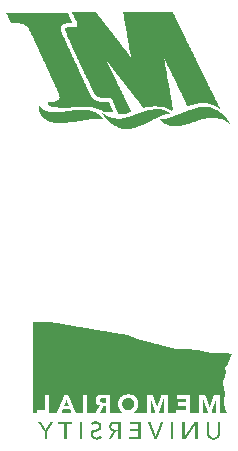
<source format=gbo>
G04 #@! TF.GenerationSoftware,KiCad,Pcbnew,(5.0.0)*
G04 #@! TF.CreationDate,2018-11-03T21:33:58-02:30*
G04 #@! TF.ProjectId,Dual CamCon,4475616C2043616D436F6E2E6B696361,rev?*
G04 #@! TF.SameCoordinates,Original*
G04 #@! TF.FileFunction,Legend,Bot*
G04 #@! TF.FilePolarity,Positive*
%FSLAX46Y46*%
G04 Gerber Fmt 4.6, Leading zero omitted, Abs format (unit mm)*
G04 Created by KiCad (PCBNEW (5.0.0)) date 11/03/18 21:33:58*
%MOMM*%
%LPD*%
G01*
G04 APERTURE LIST*
%ADD10C,0.100000*%
G04 APERTURE END LIST*
D10*
G04 #@! TO.C,U$15*
G36*
X124357460Y-74754380D02*
X123057460Y-74754380D01*
X123057460Y-74734380D01*
X124357460Y-74734380D01*
X124357460Y-74754380D01*
G37*
G36*
X124457460Y-74774380D02*
X123057460Y-74774380D01*
X123057460Y-74754380D01*
X124457460Y-74754380D01*
X124457460Y-74774380D01*
G37*
G36*
X124577460Y-74794380D02*
X123057460Y-74794380D01*
X123057460Y-74774380D01*
X124577460Y-74774380D01*
X124577460Y-74794380D01*
G37*
G36*
X124697460Y-74814380D02*
X123057460Y-74814380D01*
X123057460Y-74794380D01*
X124697460Y-74794380D01*
X124697460Y-74814380D01*
G37*
G36*
X124817460Y-74834380D02*
X123057460Y-74834380D01*
X123057460Y-74814380D01*
X124817460Y-74814380D01*
X124817460Y-74834380D01*
G37*
G36*
X124937460Y-74854380D02*
X123057460Y-74854380D01*
X123057460Y-74834380D01*
X124937460Y-74834380D01*
X124937460Y-74854380D01*
G37*
G36*
X125057460Y-74874380D02*
X123057460Y-74874380D01*
X123057460Y-74854380D01*
X125057460Y-74854380D01*
X125057460Y-74874380D01*
G37*
G36*
X125177460Y-74894380D02*
X123057460Y-74894380D01*
X123057460Y-74874380D01*
X125177460Y-74874380D01*
X125177460Y-74894380D01*
G37*
G36*
X125297460Y-74914380D02*
X123057460Y-74914380D01*
X123057460Y-74894380D01*
X125297460Y-74894380D01*
X125297460Y-74914380D01*
G37*
G36*
X125397460Y-74934380D02*
X123057460Y-74934380D01*
X123057460Y-74914380D01*
X125397460Y-74914380D01*
X125397460Y-74934380D01*
G37*
G36*
X125517460Y-74954380D02*
X123057460Y-74954380D01*
X123057460Y-74934380D01*
X125517460Y-74934380D01*
X125517460Y-74954380D01*
G37*
G36*
X125637460Y-74974380D02*
X123057460Y-74974380D01*
X123057460Y-74954380D01*
X125637460Y-74954380D01*
X125637460Y-74974380D01*
G37*
G36*
X125757460Y-74994380D02*
X123057460Y-74994380D01*
X123057460Y-74974380D01*
X125757460Y-74974380D01*
X125757460Y-74994380D01*
G37*
G36*
X125877460Y-75014380D02*
X123057460Y-75014380D01*
X123057460Y-74994380D01*
X125877460Y-74994380D01*
X125877460Y-75014380D01*
G37*
G36*
X125997460Y-75034380D02*
X123057460Y-75034380D01*
X123057460Y-75014380D01*
X125997460Y-75014380D01*
X125997460Y-75034380D01*
G37*
G36*
X126117460Y-75054380D02*
X123057460Y-75054380D01*
X123057460Y-75034380D01*
X126117460Y-75034380D01*
X126117460Y-75054380D01*
G37*
G36*
X126237460Y-75074380D02*
X123057460Y-75074380D01*
X123057460Y-75054380D01*
X126237460Y-75054380D01*
X126237460Y-75074380D01*
G37*
G36*
X126337460Y-75094380D02*
X123057460Y-75094380D01*
X123057460Y-75074380D01*
X126337460Y-75074380D01*
X126337460Y-75094380D01*
G37*
G36*
X126457460Y-75114380D02*
X123057460Y-75114380D01*
X123057460Y-75094380D01*
X126457460Y-75094380D01*
X126457460Y-75114380D01*
G37*
G36*
X126577460Y-75134380D02*
X123057460Y-75134380D01*
X123057460Y-75114380D01*
X126577460Y-75114380D01*
X126577460Y-75134380D01*
G37*
G36*
X126697460Y-75154380D02*
X123057460Y-75154380D01*
X123057460Y-75134380D01*
X126697460Y-75134380D01*
X126697460Y-75154380D01*
G37*
G36*
X126817460Y-75174380D02*
X123057460Y-75174380D01*
X123057460Y-75154380D01*
X126817460Y-75154380D01*
X126817460Y-75174380D01*
G37*
G36*
X126937460Y-75194380D02*
X123057460Y-75194380D01*
X123057460Y-75174380D01*
X126937460Y-75174380D01*
X126937460Y-75194380D01*
G37*
G36*
X127057460Y-75214380D02*
X123057460Y-75214380D01*
X123057460Y-75194380D01*
X127057460Y-75194380D01*
X127057460Y-75214380D01*
G37*
G36*
X127177460Y-75234380D02*
X123057460Y-75234380D01*
X123057460Y-75214380D01*
X127177460Y-75214380D01*
X127177460Y-75234380D01*
G37*
G36*
X127277460Y-75254380D02*
X123057460Y-75254380D01*
X123057460Y-75234380D01*
X127277460Y-75234380D01*
X127277460Y-75254380D01*
G37*
G36*
X127397460Y-75274380D02*
X123057460Y-75274380D01*
X123057460Y-75254380D01*
X127397460Y-75254380D01*
X127397460Y-75274380D01*
G37*
G36*
X127517460Y-75294380D02*
X123057460Y-75294380D01*
X123057460Y-75274380D01*
X127517460Y-75274380D01*
X127517460Y-75294380D01*
G37*
G36*
X127637460Y-75314380D02*
X123057460Y-75314380D01*
X123057460Y-75294380D01*
X127637460Y-75294380D01*
X127637460Y-75314380D01*
G37*
G36*
X127757460Y-75334380D02*
X123057460Y-75334380D01*
X123057460Y-75314380D01*
X127757460Y-75314380D01*
X127757460Y-75334380D01*
G37*
G36*
X127877460Y-75354380D02*
X123057460Y-75354380D01*
X123057460Y-75334380D01*
X127877460Y-75334380D01*
X127877460Y-75354380D01*
G37*
G36*
X127997460Y-75374380D02*
X123057460Y-75374380D01*
X123057460Y-75354380D01*
X127997460Y-75354380D01*
X127997460Y-75374380D01*
G37*
G36*
X128117460Y-75394380D02*
X123057460Y-75394380D01*
X123057460Y-75374380D01*
X128117460Y-75374380D01*
X128117460Y-75394380D01*
G37*
G36*
X128217460Y-75414380D02*
X123057460Y-75414380D01*
X123057460Y-75394380D01*
X128217460Y-75394380D01*
X128217460Y-75414380D01*
G37*
G36*
X128337460Y-75434380D02*
X123057460Y-75434380D01*
X123057460Y-75414380D01*
X128337460Y-75414380D01*
X128337460Y-75434380D01*
G37*
G36*
X128457460Y-75454380D02*
X123057460Y-75454380D01*
X123057460Y-75434380D01*
X128457460Y-75434380D01*
X128457460Y-75454380D01*
G37*
G36*
X128577460Y-75474380D02*
X123057460Y-75474380D01*
X123057460Y-75454380D01*
X128577460Y-75454380D01*
X128577460Y-75474380D01*
G37*
G36*
X128697460Y-75494380D02*
X123057460Y-75494380D01*
X123057460Y-75474380D01*
X128697460Y-75474380D01*
X128697460Y-75494380D01*
G37*
G36*
X128817460Y-75514380D02*
X123057460Y-75514380D01*
X123057460Y-75494380D01*
X128817460Y-75494380D01*
X128817460Y-75514380D01*
G37*
G36*
X128937460Y-75534380D02*
X123057460Y-75534380D01*
X123057460Y-75514380D01*
X128937460Y-75514380D01*
X128937460Y-75534380D01*
G37*
G36*
X129057460Y-75554380D02*
X123057460Y-75554380D01*
X123057460Y-75534380D01*
X129057460Y-75534380D01*
X129057460Y-75554380D01*
G37*
G36*
X129157460Y-75574380D02*
X123057460Y-75574380D01*
X123057460Y-75554380D01*
X129157460Y-75554380D01*
X129157460Y-75574380D01*
G37*
G36*
X129277460Y-75594380D02*
X123057460Y-75594380D01*
X123057460Y-75574380D01*
X129277460Y-75574380D01*
X129277460Y-75594380D01*
G37*
G36*
X129397460Y-75614380D02*
X123057460Y-75614380D01*
X123057460Y-75594380D01*
X129397460Y-75594380D01*
X129397460Y-75614380D01*
G37*
G36*
X129517460Y-75634380D02*
X123057460Y-75634380D01*
X123057460Y-75614380D01*
X129517460Y-75614380D01*
X129517460Y-75634380D01*
G37*
G36*
X129637460Y-75654380D02*
X123057460Y-75654380D01*
X123057460Y-75634380D01*
X129637460Y-75634380D01*
X129637460Y-75654380D01*
G37*
G36*
X129757460Y-75674380D02*
X123057460Y-75674380D01*
X123057460Y-75654380D01*
X129757460Y-75654380D01*
X129757460Y-75674380D01*
G37*
G36*
X129877460Y-75694380D02*
X123057460Y-75694380D01*
X123057460Y-75674380D01*
X129877460Y-75674380D01*
X129877460Y-75694380D01*
G37*
G36*
X129997460Y-75714380D02*
X123057460Y-75714380D01*
X123057460Y-75694380D01*
X129997460Y-75694380D01*
X129997460Y-75714380D01*
G37*
G36*
X130117460Y-75734380D02*
X123057460Y-75734380D01*
X123057460Y-75714380D01*
X130117460Y-75714380D01*
X130117460Y-75734380D01*
G37*
G36*
X130257460Y-75754380D02*
X123057460Y-75754380D01*
X123057460Y-75734380D01*
X130257460Y-75734380D01*
X130257460Y-75754380D01*
G37*
G36*
X130397460Y-75774380D02*
X123057460Y-75774380D01*
X123057460Y-75754380D01*
X130397460Y-75754380D01*
X130397460Y-75774380D01*
G37*
G36*
X130517460Y-75794380D02*
X123057460Y-75794380D01*
X123057460Y-75774380D01*
X130517460Y-75774380D01*
X130517460Y-75794380D01*
G37*
G36*
X130657460Y-75814380D02*
X123057460Y-75814380D01*
X123057460Y-75794380D01*
X130657460Y-75794380D01*
X130657460Y-75814380D01*
G37*
G36*
X130797460Y-75834380D02*
X123057460Y-75834380D01*
X123057460Y-75814380D01*
X130797460Y-75814380D01*
X130797460Y-75834380D01*
G37*
G36*
X130937460Y-75854380D02*
X123057460Y-75854380D01*
X123057460Y-75834380D01*
X130937460Y-75834380D01*
X130937460Y-75854380D01*
G37*
G36*
X131077460Y-75874380D02*
X123057460Y-75874380D01*
X123057460Y-75854380D01*
X131077460Y-75854380D01*
X131077460Y-75874380D01*
G37*
G36*
X131117460Y-75894380D02*
X123057460Y-75894380D01*
X123057460Y-75874380D01*
X131117460Y-75874380D01*
X131117460Y-75894380D01*
G37*
G36*
X131157460Y-75914380D02*
X123057460Y-75914380D01*
X123057460Y-75894380D01*
X131157460Y-75894380D01*
X131157460Y-75914380D01*
G37*
G36*
X131197460Y-75934380D02*
X123057460Y-75934380D01*
X123057460Y-75914380D01*
X131197460Y-75914380D01*
X131197460Y-75934380D01*
G37*
G36*
X131237460Y-75954380D02*
X123057460Y-75954380D01*
X123057460Y-75934380D01*
X131237460Y-75934380D01*
X131237460Y-75954380D01*
G37*
G36*
X131277460Y-75974380D02*
X123057460Y-75974380D01*
X123057460Y-75954380D01*
X131277460Y-75954380D01*
X131277460Y-75974380D01*
G37*
G36*
X131317460Y-75994380D02*
X123057460Y-75994380D01*
X123057460Y-75974380D01*
X131317460Y-75974380D01*
X131317460Y-75994380D01*
G37*
G36*
X131357460Y-76014380D02*
X123057460Y-76014380D01*
X123057460Y-75994380D01*
X131357460Y-75994380D01*
X131357460Y-76014380D01*
G37*
G36*
X131417460Y-76034380D02*
X123057460Y-76034380D01*
X123057460Y-76014380D01*
X131417460Y-76014380D01*
X131417460Y-76034380D01*
G37*
G36*
X131477460Y-76054380D02*
X123057460Y-76054380D01*
X123057460Y-76034380D01*
X131477460Y-76034380D01*
X131477460Y-76054380D01*
G37*
G36*
X131537460Y-76074380D02*
X123057460Y-76074380D01*
X123057460Y-76054380D01*
X131537460Y-76054380D01*
X131537460Y-76074380D01*
G37*
G36*
X131577460Y-76094380D02*
X123057460Y-76094380D01*
X123057460Y-76074380D01*
X131577460Y-76074380D01*
X131577460Y-76094380D01*
G37*
G36*
X131637460Y-76114380D02*
X123057460Y-76114380D01*
X123057460Y-76094380D01*
X131637460Y-76094380D01*
X131637460Y-76114380D01*
G37*
G36*
X131697460Y-76134380D02*
X123057460Y-76134380D01*
X123057460Y-76114380D01*
X131697460Y-76114380D01*
X131697460Y-76134380D01*
G37*
G36*
X131757460Y-76154380D02*
X123057460Y-76154380D01*
X123057460Y-76134380D01*
X131757460Y-76134380D01*
X131757460Y-76154380D01*
G37*
G36*
X131797460Y-76174380D02*
X123057460Y-76174380D01*
X123057460Y-76154380D01*
X131797460Y-76154380D01*
X131797460Y-76174380D01*
G37*
G36*
X131857460Y-76194380D02*
X123057460Y-76194380D01*
X123057460Y-76174380D01*
X131857460Y-76174380D01*
X131857460Y-76194380D01*
G37*
G36*
X131917460Y-76214380D02*
X123057460Y-76214380D01*
X123057460Y-76194380D01*
X131917460Y-76194380D01*
X131917460Y-76214380D01*
G37*
G36*
X131957460Y-76234380D02*
X123057460Y-76234380D01*
X123057460Y-76214380D01*
X131957460Y-76214380D01*
X131957460Y-76234380D01*
G37*
G36*
X132017460Y-76254380D02*
X123057460Y-76254380D01*
X123057460Y-76234380D01*
X132017460Y-76234380D01*
X132017460Y-76254380D01*
G37*
G36*
X132077460Y-76274380D02*
X123057460Y-76274380D01*
X123057460Y-76254380D01*
X132077460Y-76254380D01*
X132077460Y-76274380D01*
G37*
G36*
X132157460Y-76294380D02*
X123057460Y-76294380D01*
X123057460Y-76274380D01*
X132157460Y-76274380D01*
X132157460Y-76294380D01*
G37*
G36*
X132217460Y-76314380D02*
X123057460Y-76314380D01*
X123057460Y-76294380D01*
X132217460Y-76294380D01*
X132217460Y-76314380D01*
G37*
G36*
X132297460Y-76334380D02*
X123057460Y-76334380D01*
X123057460Y-76314380D01*
X132297460Y-76314380D01*
X132297460Y-76334380D01*
G37*
G36*
X132377460Y-76354380D02*
X123057460Y-76354380D01*
X123057460Y-76334380D01*
X132377460Y-76334380D01*
X132377460Y-76354380D01*
G37*
G36*
X132457460Y-76374380D02*
X123057460Y-76374380D01*
X123057460Y-76354380D01*
X132457460Y-76354380D01*
X132457460Y-76374380D01*
G37*
G36*
X132537460Y-76394380D02*
X123057460Y-76394380D01*
X123057460Y-76374380D01*
X132537460Y-76374380D01*
X132537460Y-76394380D01*
G37*
G36*
X132617460Y-76414380D02*
X123057460Y-76414380D01*
X123057460Y-76394380D01*
X132617460Y-76394380D01*
X132617460Y-76414380D01*
G37*
G36*
X132697460Y-76434380D02*
X123057460Y-76434380D01*
X123057460Y-76414380D01*
X132697460Y-76414380D01*
X132697460Y-76434380D01*
G37*
G36*
X132757460Y-76454380D02*
X123057460Y-76454380D01*
X123057460Y-76434380D01*
X132757460Y-76434380D01*
X132757460Y-76454380D01*
G37*
G36*
X132837460Y-76474380D02*
X123057460Y-76474380D01*
X123057460Y-76454380D01*
X132837460Y-76454380D01*
X132837460Y-76474380D01*
G37*
G36*
X132917460Y-76494380D02*
X123057460Y-76494380D01*
X123057460Y-76474380D01*
X132917460Y-76474380D01*
X132917460Y-76494380D01*
G37*
G36*
X132997460Y-76514380D02*
X123057460Y-76514380D01*
X123057460Y-76494380D01*
X132997460Y-76494380D01*
X132997460Y-76514380D01*
G37*
G36*
X133077460Y-76534380D02*
X123057460Y-76534380D01*
X123057460Y-76514380D01*
X133077460Y-76514380D01*
X133077460Y-76534380D01*
G37*
G36*
X133157460Y-76554380D02*
X123057460Y-76554380D01*
X123057460Y-76534380D01*
X133157460Y-76534380D01*
X133157460Y-76554380D01*
G37*
G36*
X133237460Y-76574380D02*
X123057460Y-76574380D01*
X123057460Y-76554380D01*
X133237460Y-76554380D01*
X133237460Y-76574380D01*
G37*
G36*
X133297460Y-76594380D02*
X123057460Y-76594380D01*
X123057460Y-76574380D01*
X133297460Y-76574380D01*
X133297460Y-76594380D01*
G37*
G36*
X133377460Y-76614380D02*
X123057460Y-76614380D01*
X123057460Y-76594380D01*
X133377460Y-76594380D01*
X133377460Y-76614380D01*
G37*
G36*
X133457460Y-76634380D02*
X123057460Y-76634380D01*
X123057460Y-76614380D01*
X133457460Y-76614380D01*
X133457460Y-76634380D01*
G37*
G36*
X133537460Y-76654380D02*
X123057460Y-76654380D01*
X123057460Y-76634380D01*
X133537460Y-76634380D01*
X133537460Y-76654380D01*
G37*
G36*
X133617460Y-76674380D02*
X123057460Y-76674380D01*
X123057460Y-76654380D01*
X133617460Y-76654380D01*
X133617460Y-76674380D01*
G37*
G36*
X133697460Y-76694380D02*
X123057460Y-76694380D01*
X123057460Y-76674380D01*
X133697460Y-76674380D01*
X133697460Y-76694380D01*
G37*
G36*
X133757460Y-76714380D02*
X123057460Y-76714380D01*
X123057460Y-76694380D01*
X133757460Y-76694380D01*
X133757460Y-76714380D01*
G37*
G36*
X133837460Y-76734380D02*
X123057460Y-76734380D01*
X123057460Y-76714380D01*
X133837460Y-76714380D01*
X133837460Y-76734380D01*
G37*
G36*
X133917460Y-76754380D02*
X123057460Y-76754380D01*
X123057460Y-76734380D01*
X133917460Y-76734380D01*
X133917460Y-76754380D01*
G37*
G36*
X133997460Y-76774380D02*
X123057460Y-76774380D01*
X123057460Y-76754380D01*
X133997460Y-76754380D01*
X133997460Y-76774380D01*
G37*
G36*
X134077460Y-76794380D02*
X123057460Y-76794380D01*
X123057460Y-76774380D01*
X134077460Y-76774380D01*
X134077460Y-76794380D01*
G37*
G36*
X134157460Y-76814380D02*
X123057460Y-76814380D01*
X123057460Y-76794380D01*
X134157460Y-76794380D01*
X134157460Y-76814380D01*
G37*
G36*
X134217460Y-76834380D02*
X123057460Y-76834380D01*
X123057460Y-76814380D01*
X134217460Y-76814380D01*
X134217460Y-76834380D01*
G37*
G36*
X134297460Y-76854380D02*
X123057460Y-76854380D01*
X123057460Y-76834380D01*
X134297460Y-76834380D01*
X134297460Y-76854380D01*
G37*
G36*
X134377460Y-76874380D02*
X123057460Y-76874380D01*
X123057460Y-76854380D01*
X134377460Y-76854380D01*
X134377460Y-76874380D01*
G37*
G36*
X134457460Y-76894380D02*
X123057460Y-76894380D01*
X123057460Y-76874380D01*
X134457460Y-76874380D01*
X134457460Y-76894380D01*
G37*
G36*
X134537460Y-76914380D02*
X123057460Y-76914380D01*
X123057460Y-76894380D01*
X134537460Y-76894380D01*
X134537460Y-76914380D01*
G37*
G36*
X134597460Y-76934380D02*
X123057460Y-76934380D01*
X123057460Y-76914380D01*
X134597460Y-76914380D01*
X134597460Y-76934380D01*
G37*
G36*
X134677460Y-76954380D02*
X123057460Y-76954380D01*
X123057460Y-76934380D01*
X134677460Y-76934380D01*
X134677460Y-76954380D01*
G37*
G36*
X134757460Y-76974380D02*
X123057460Y-76974380D01*
X123057460Y-76954380D01*
X134757460Y-76954380D01*
X134757460Y-76974380D01*
G37*
G36*
X134837460Y-76994380D02*
X123057460Y-76994380D01*
X123057460Y-76974380D01*
X134837460Y-76974380D01*
X134837460Y-76994380D01*
G37*
G36*
X134917460Y-77014380D02*
X123057460Y-77014380D01*
X123057460Y-76994380D01*
X134917460Y-76994380D01*
X134917460Y-77014380D01*
G37*
G36*
X134997460Y-77034380D02*
X123057460Y-77034380D01*
X123057460Y-77014380D01*
X134997460Y-77014380D01*
X134997460Y-77034380D01*
G37*
G36*
X135057460Y-77054380D02*
X123057460Y-77054380D01*
X123057460Y-77034380D01*
X135057460Y-77034380D01*
X135057460Y-77054380D01*
G37*
G36*
X135997460Y-77074380D02*
X123057460Y-77074380D01*
X123057460Y-77054380D01*
X135997460Y-77054380D01*
X135997460Y-77074380D01*
G37*
G36*
X136257460Y-77094380D02*
X123057460Y-77094380D01*
X123057460Y-77074380D01*
X136257460Y-77074380D01*
X136257460Y-77094380D01*
G37*
G36*
X136497460Y-77114380D02*
X123057460Y-77114380D01*
X123057460Y-77094380D01*
X136497460Y-77094380D01*
X136497460Y-77114380D01*
G37*
G36*
X136757460Y-77134380D02*
X123057460Y-77134380D01*
X123057460Y-77114380D01*
X136757460Y-77114380D01*
X136757460Y-77134380D01*
G37*
G36*
X136997460Y-77154380D02*
X123057460Y-77154380D01*
X123057460Y-77134380D01*
X136997460Y-77134380D01*
X136997460Y-77154380D01*
G37*
G36*
X137097460Y-77174380D02*
X123057460Y-77174380D01*
X123057460Y-77154380D01*
X137097460Y-77154380D01*
X137097460Y-77174380D01*
G37*
G36*
X137197460Y-77194380D02*
X123057460Y-77194380D01*
X123057460Y-77174380D01*
X137197460Y-77174380D01*
X137197460Y-77194380D01*
G37*
G36*
X137277460Y-77214380D02*
X123057460Y-77214380D01*
X123057460Y-77194380D01*
X137277460Y-77194380D01*
X137277460Y-77214380D01*
G37*
G36*
X137357460Y-77234380D02*
X123057460Y-77234380D01*
X123057460Y-77214380D01*
X137357460Y-77214380D01*
X137357460Y-77234380D01*
G37*
G36*
X137437460Y-77254380D02*
X123057460Y-77254380D01*
X123057460Y-77234380D01*
X137437460Y-77234380D01*
X137437460Y-77254380D01*
G37*
G36*
X137517460Y-77274380D02*
X123057460Y-77274380D01*
X123057460Y-77254380D01*
X137517460Y-77254380D01*
X137517460Y-77274380D01*
G37*
G36*
X137597460Y-77294380D02*
X123057460Y-77294380D01*
X123057460Y-77274380D01*
X137597460Y-77274380D01*
X137597460Y-77294380D01*
G37*
G36*
X137697460Y-77314380D02*
X123057460Y-77314380D01*
X123057460Y-77294380D01*
X137697460Y-77294380D01*
X137697460Y-77314380D01*
G37*
G36*
X137817460Y-77334380D02*
X123057460Y-77334380D01*
X123057460Y-77314380D01*
X137817460Y-77314380D01*
X137817460Y-77334380D01*
G37*
G36*
X137917460Y-77354380D02*
X123057460Y-77354380D01*
X123057460Y-77334380D01*
X137917460Y-77334380D01*
X137917460Y-77354380D01*
G37*
G36*
X138037460Y-77374380D02*
X123057460Y-77374380D01*
X123057460Y-77354380D01*
X138037460Y-77354380D01*
X138037460Y-77374380D01*
G37*
G36*
X138157460Y-77394380D02*
X123057460Y-77394380D01*
X123057460Y-77374380D01*
X138157460Y-77374380D01*
X138157460Y-77394380D01*
G37*
G36*
X139217460Y-77394380D02*
X138917460Y-77394380D01*
X138917460Y-77374380D01*
X139217460Y-77374380D01*
X139217460Y-77394380D01*
G37*
G36*
X139357460Y-77414380D02*
X123057460Y-77414380D01*
X123057460Y-77394380D01*
X139357460Y-77394380D01*
X139357460Y-77414380D01*
G37*
G36*
X139497460Y-77434380D02*
X123057460Y-77434380D01*
X123057460Y-77414380D01*
X139497460Y-77414380D01*
X139497460Y-77434380D01*
G37*
G36*
X139657460Y-77454380D02*
X123057460Y-77454380D01*
X123057460Y-77434380D01*
X139657460Y-77434380D01*
X139657460Y-77454380D01*
G37*
G36*
X139797460Y-77474380D02*
X123057460Y-77474380D01*
X123057460Y-77454380D01*
X139797460Y-77454380D01*
X139797460Y-77474380D01*
G37*
G36*
X139857460Y-77494380D02*
X123057460Y-77494380D01*
X123057460Y-77474380D01*
X139857460Y-77474380D01*
X139857460Y-77494380D01*
G37*
G36*
X139857460Y-77514380D02*
X123057460Y-77514380D01*
X123057460Y-77494380D01*
X139857460Y-77494380D01*
X139857460Y-77514380D01*
G37*
G36*
X139857460Y-77534380D02*
X123057460Y-77534380D01*
X123057460Y-77514380D01*
X139857460Y-77514380D01*
X139857460Y-77534380D01*
G37*
G36*
X139837460Y-77554380D02*
X123057460Y-77554380D01*
X123057460Y-77534380D01*
X139837460Y-77534380D01*
X139837460Y-77554380D01*
G37*
G36*
X139837460Y-77574380D02*
X123057460Y-77574380D01*
X123057460Y-77554380D01*
X139837460Y-77554380D01*
X139837460Y-77574380D01*
G37*
G36*
X139837460Y-77594380D02*
X123057460Y-77594380D01*
X123057460Y-77574380D01*
X139837460Y-77574380D01*
X139837460Y-77594380D01*
G37*
G36*
X139817460Y-77614380D02*
X123057460Y-77614380D01*
X123057460Y-77594380D01*
X139817460Y-77594380D01*
X139817460Y-77614380D01*
G37*
G36*
X139817460Y-77634380D02*
X123057460Y-77634380D01*
X123057460Y-77614380D01*
X139817460Y-77614380D01*
X139817460Y-77634380D01*
G37*
G36*
X139817460Y-77654380D02*
X123057460Y-77654380D01*
X123057460Y-77634380D01*
X139817460Y-77634380D01*
X139817460Y-77654380D01*
G37*
G36*
X139797460Y-77674380D02*
X123057460Y-77674380D01*
X123057460Y-77654380D01*
X139797460Y-77654380D01*
X139797460Y-77674380D01*
G37*
G36*
X139797460Y-77694380D02*
X123057460Y-77694380D01*
X123057460Y-77674380D01*
X139797460Y-77674380D01*
X139797460Y-77694380D01*
G37*
G36*
X139797460Y-77714380D02*
X123057460Y-77714380D01*
X123057460Y-77694380D01*
X139797460Y-77694380D01*
X139797460Y-77714380D01*
G37*
G36*
X139777460Y-77734380D02*
X123057460Y-77734380D01*
X123057460Y-77714380D01*
X139777460Y-77714380D01*
X139777460Y-77734380D01*
G37*
G36*
X139777460Y-77754380D02*
X123057460Y-77754380D01*
X123057460Y-77734380D01*
X139777460Y-77734380D01*
X139777460Y-77754380D01*
G37*
G36*
X139757460Y-77774380D02*
X123057460Y-77774380D01*
X123057460Y-77754380D01*
X139757460Y-77754380D01*
X139757460Y-77774380D01*
G37*
G36*
X139757460Y-77794380D02*
X123057460Y-77794380D01*
X123057460Y-77774380D01*
X139757460Y-77774380D01*
X139757460Y-77794380D01*
G37*
G36*
X139757460Y-77814380D02*
X123057460Y-77814380D01*
X123057460Y-77794380D01*
X139757460Y-77794380D01*
X139757460Y-77814380D01*
G37*
G36*
X139737460Y-77834380D02*
X123057460Y-77834380D01*
X123057460Y-77814380D01*
X139737460Y-77814380D01*
X139737460Y-77834380D01*
G37*
G36*
X139737460Y-77854380D02*
X123057460Y-77854380D01*
X123057460Y-77834380D01*
X139737460Y-77834380D01*
X139737460Y-77854380D01*
G37*
G36*
X139717460Y-77874380D02*
X123057460Y-77874380D01*
X123057460Y-77854380D01*
X139717460Y-77854380D01*
X139717460Y-77874380D01*
G37*
G36*
X139717460Y-77894380D02*
X123057460Y-77894380D01*
X123057460Y-77874380D01*
X139717460Y-77874380D01*
X139717460Y-77894380D01*
G37*
G36*
X139697460Y-77914380D02*
X123057460Y-77914380D01*
X123057460Y-77894380D01*
X139697460Y-77894380D01*
X139697460Y-77914380D01*
G37*
G36*
X139697460Y-77934380D02*
X123057460Y-77934380D01*
X123057460Y-77914380D01*
X139697460Y-77914380D01*
X139697460Y-77934380D01*
G37*
G36*
X139697460Y-77954380D02*
X123057460Y-77954380D01*
X123057460Y-77934380D01*
X139697460Y-77934380D01*
X139697460Y-77954380D01*
G37*
G36*
X139677460Y-77974380D02*
X123057460Y-77974380D01*
X123057460Y-77954380D01*
X139677460Y-77954380D01*
X139677460Y-77974380D01*
G37*
G36*
X139677460Y-77994380D02*
X123057460Y-77994380D01*
X123057460Y-77974380D01*
X139677460Y-77974380D01*
X139677460Y-77994380D01*
G37*
G36*
X139657460Y-78014380D02*
X123057460Y-78014380D01*
X123057460Y-77994380D01*
X139657460Y-77994380D01*
X139657460Y-78014380D01*
G37*
G36*
X139657460Y-78034380D02*
X123057460Y-78034380D01*
X123057460Y-78014380D01*
X139657460Y-78014380D01*
X139657460Y-78034380D01*
G37*
G36*
X139657460Y-78054380D02*
X123057460Y-78054380D01*
X123057460Y-78034380D01*
X139657460Y-78034380D01*
X139657460Y-78054380D01*
G37*
G36*
X139637460Y-78074380D02*
X123057460Y-78074380D01*
X123057460Y-78054380D01*
X139637460Y-78054380D01*
X139637460Y-78074380D01*
G37*
G36*
X139637460Y-78094380D02*
X123057460Y-78094380D01*
X123057460Y-78074380D01*
X139637460Y-78074380D01*
X139637460Y-78094380D01*
G37*
G36*
X139617460Y-78114380D02*
X123057460Y-78114380D01*
X123057460Y-78094380D01*
X139617460Y-78094380D01*
X139617460Y-78114380D01*
G37*
G36*
X139617460Y-78134380D02*
X123057460Y-78134380D01*
X123057460Y-78114380D01*
X139617460Y-78114380D01*
X139617460Y-78134380D01*
G37*
G36*
X139597460Y-78154380D02*
X123057460Y-78154380D01*
X123057460Y-78134380D01*
X139597460Y-78134380D01*
X139597460Y-78154380D01*
G37*
G36*
X139597460Y-78174380D02*
X123057460Y-78174380D01*
X123057460Y-78154380D01*
X139597460Y-78154380D01*
X139597460Y-78174380D01*
G37*
G36*
X139597460Y-78194380D02*
X123057460Y-78194380D01*
X123057460Y-78174380D01*
X139597460Y-78174380D01*
X139597460Y-78194380D01*
G37*
G36*
X139577460Y-78214380D02*
X123057460Y-78214380D01*
X123057460Y-78194380D01*
X139577460Y-78194380D01*
X139577460Y-78214380D01*
G37*
G36*
X139577460Y-78234380D02*
X123057460Y-78234380D01*
X123057460Y-78214380D01*
X139577460Y-78214380D01*
X139577460Y-78234380D01*
G37*
G36*
X139557460Y-78254380D02*
X123057460Y-78254380D01*
X123057460Y-78234380D01*
X139557460Y-78234380D01*
X139557460Y-78254380D01*
G37*
G36*
X139557460Y-78274380D02*
X123057460Y-78274380D01*
X123057460Y-78254380D01*
X139557460Y-78254380D01*
X139557460Y-78274380D01*
G37*
G36*
X139557460Y-78294380D02*
X123057460Y-78294380D01*
X123057460Y-78274380D01*
X139557460Y-78274380D01*
X139557460Y-78294380D01*
G37*
G36*
X139537460Y-78314380D02*
X123057460Y-78314380D01*
X123057460Y-78294380D01*
X139537460Y-78294380D01*
X139537460Y-78314380D01*
G37*
G36*
X139537460Y-78334380D02*
X123057460Y-78334380D01*
X123057460Y-78314380D01*
X139537460Y-78314380D01*
X139537460Y-78334380D01*
G37*
G36*
X139517460Y-78354380D02*
X123057460Y-78354380D01*
X123057460Y-78334380D01*
X139517460Y-78334380D01*
X139517460Y-78354380D01*
G37*
G36*
X139517460Y-78374380D02*
X123057460Y-78374380D01*
X123057460Y-78354380D01*
X139517460Y-78354380D01*
X139517460Y-78374380D01*
G37*
G36*
X139497460Y-78394380D02*
X123057460Y-78394380D01*
X123057460Y-78374380D01*
X139497460Y-78374380D01*
X139497460Y-78394380D01*
G37*
G36*
X139497460Y-78414380D02*
X123057460Y-78414380D01*
X123057460Y-78394380D01*
X139497460Y-78394380D01*
X139497460Y-78414380D01*
G37*
G36*
X139497460Y-78434380D02*
X123057460Y-78434380D01*
X123057460Y-78414380D01*
X139497460Y-78414380D01*
X139497460Y-78434380D01*
G37*
G36*
X139477460Y-78454380D02*
X123057460Y-78454380D01*
X123057460Y-78434380D01*
X139477460Y-78434380D01*
X139477460Y-78454380D01*
G37*
G36*
X139477460Y-78474380D02*
X123057460Y-78474380D01*
X123057460Y-78454380D01*
X139477460Y-78454380D01*
X139477460Y-78474380D01*
G37*
G36*
X139457460Y-78494380D02*
X123057460Y-78494380D01*
X123057460Y-78474380D01*
X139457460Y-78474380D01*
X139457460Y-78494380D01*
G37*
G36*
X139437460Y-78514380D02*
X123057460Y-78514380D01*
X123057460Y-78494380D01*
X139437460Y-78494380D01*
X139437460Y-78514380D01*
G37*
G36*
X139417460Y-78534380D02*
X123057460Y-78534380D01*
X123057460Y-78514380D01*
X139417460Y-78514380D01*
X139417460Y-78534380D01*
G37*
G36*
X139397460Y-78554380D02*
X123057460Y-78554380D01*
X123057460Y-78534380D01*
X139397460Y-78534380D01*
X139397460Y-78554380D01*
G37*
G36*
X139377460Y-78574380D02*
X123057460Y-78574380D01*
X123057460Y-78554380D01*
X139377460Y-78554380D01*
X139377460Y-78574380D01*
G37*
G36*
X139357460Y-78594380D02*
X123057460Y-78594380D01*
X123057460Y-78574380D01*
X139357460Y-78574380D01*
X139357460Y-78594380D01*
G37*
G36*
X139317460Y-78614380D02*
X123057460Y-78614380D01*
X123057460Y-78594380D01*
X139317460Y-78594380D01*
X139317460Y-78614380D01*
G37*
G36*
X139297460Y-78634380D02*
X123057460Y-78634380D01*
X123057460Y-78614380D01*
X139297460Y-78614380D01*
X139297460Y-78634380D01*
G37*
G36*
X139277460Y-78654380D02*
X123057460Y-78654380D01*
X123057460Y-78634380D01*
X139277460Y-78634380D01*
X139277460Y-78654380D01*
G37*
G36*
X139277460Y-78674380D02*
X123057460Y-78674380D01*
X123057460Y-78654380D01*
X139277460Y-78654380D01*
X139277460Y-78674380D01*
G37*
G36*
X139297460Y-78694380D02*
X123057460Y-78694380D01*
X123057460Y-78674380D01*
X139297460Y-78674380D01*
X139297460Y-78694380D01*
G37*
G36*
X139297460Y-78714380D02*
X123057460Y-78714380D01*
X123057460Y-78694380D01*
X139297460Y-78694380D01*
X139297460Y-78714380D01*
G37*
G36*
X139317460Y-78734380D02*
X123057460Y-78734380D01*
X123057460Y-78714380D01*
X139317460Y-78714380D01*
X139317460Y-78734380D01*
G37*
G36*
X139317460Y-78754380D02*
X123057460Y-78754380D01*
X123057460Y-78734380D01*
X139317460Y-78734380D01*
X139317460Y-78754380D01*
G37*
G36*
X139337460Y-78774380D02*
X123057460Y-78774380D01*
X123057460Y-78754380D01*
X139337460Y-78754380D01*
X139337460Y-78774380D01*
G37*
G36*
X139337460Y-78794380D02*
X123057460Y-78794380D01*
X123057460Y-78774380D01*
X139337460Y-78774380D01*
X139337460Y-78794380D01*
G37*
G36*
X139337460Y-78814380D02*
X123057460Y-78814380D01*
X123057460Y-78794380D01*
X139337460Y-78794380D01*
X139337460Y-78814380D01*
G37*
G36*
X139357460Y-78834380D02*
X123057460Y-78834380D01*
X123057460Y-78814380D01*
X139357460Y-78814380D01*
X139357460Y-78834380D01*
G37*
G36*
X139357460Y-78854380D02*
X123057460Y-78854380D01*
X123057460Y-78834380D01*
X139357460Y-78834380D01*
X139357460Y-78854380D01*
G37*
G36*
X139377460Y-78874380D02*
X123057460Y-78874380D01*
X123057460Y-78854380D01*
X139377460Y-78854380D01*
X139377460Y-78874380D01*
G37*
G36*
X139377460Y-78894380D02*
X123057460Y-78894380D01*
X123057460Y-78874380D01*
X139377460Y-78874380D01*
X139377460Y-78894380D01*
G37*
G36*
X139397460Y-78914380D02*
X123057460Y-78914380D01*
X123057460Y-78894380D01*
X139397460Y-78894380D01*
X139397460Y-78914380D01*
G37*
G36*
X139397460Y-78934380D02*
X123057460Y-78934380D01*
X123057460Y-78914380D01*
X139397460Y-78914380D01*
X139397460Y-78934380D01*
G37*
G36*
X139397460Y-78954380D02*
X123057460Y-78954380D01*
X123057460Y-78934380D01*
X139397460Y-78934380D01*
X139397460Y-78954380D01*
G37*
G36*
X139377460Y-78974380D02*
X123057460Y-78974380D01*
X123057460Y-78954380D01*
X139377460Y-78954380D01*
X139377460Y-78974380D01*
G37*
G36*
X139377460Y-78994380D02*
X123057460Y-78994380D01*
X123057460Y-78974380D01*
X139377460Y-78974380D01*
X139377460Y-78994380D01*
G37*
G36*
X139377460Y-79014380D02*
X123057460Y-79014380D01*
X123057460Y-78994380D01*
X139377460Y-78994380D01*
X139377460Y-79014380D01*
G37*
G36*
X139377460Y-79034380D02*
X123057460Y-79034380D01*
X123057460Y-79014380D01*
X139377460Y-79014380D01*
X139377460Y-79034380D01*
G37*
G36*
X139377460Y-79054380D02*
X123057460Y-79054380D01*
X123057460Y-79034380D01*
X139377460Y-79034380D01*
X139377460Y-79054380D01*
G37*
G36*
X139377460Y-79074380D02*
X123057460Y-79074380D01*
X123057460Y-79054380D01*
X139377460Y-79054380D01*
X139377460Y-79074380D01*
G37*
G36*
X139357460Y-79094380D02*
X123057460Y-79094380D01*
X123057460Y-79074380D01*
X139357460Y-79074380D01*
X139357460Y-79094380D01*
G37*
G36*
X139357460Y-79114380D02*
X123057460Y-79114380D01*
X123057460Y-79094380D01*
X139357460Y-79094380D01*
X139357460Y-79114380D01*
G37*
G36*
X139357460Y-79134380D02*
X123057460Y-79134380D01*
X123057460Y-79114380D01*
X139357460Y-79114380D01*
X139357460Y-79134380D01*
G37*
G36*
X139357460Y-79154380D02*
X123057460Y-79154380D01*
X123057460Y-79134380D01*
X139357460Y-79134380D01*
X139357460Y-79154380D01*
G37*
G36*
X139357460Y-79174380D02*
X123057460Y-79174380D01*
X123057460Y-79154380D01*
X139357460Y-79154380D01*
X139357460Y-79174380D01*
G37*
G36*
X139357460Y-79194380D02*
X123057460Y-79194380D01*
X123057460Y-79174380D01*
X139357460Y-79174380D01*
X139357460Y-79194380D01*
G37*
G36*
X139357460Y-79214380D02*
X123057460Y-79214380D01*
X123057460Y-79194380D01*
X139357460Y-79194380D01*
X139357460Y-79214380D01*
G37*
G36*
X139337460Y-79234380D02*
X123057460Y-79234380D01*
X123057460Y-79214380D01*
X139337460Y-79214380D01*
X139337460Y-79234380D01*
G37*
G36*
X139337460Y-79254380D02*
X123057460Y-79254380D01*
X123057460Y-79234380D01*
X139337460Y-79234380D01*
X139337460Y-79254380D01*
G37*
G36*
X139337460Y-79274380D02*
X123057460Y-79274380D01*
X123057460Y-79254380D01*
X139337460Y-79254380D01*
X139337460Y-79274380D01*
G37*
G36*
X139337460Y-79294380D02*
X123057460Y-79294380D01*
X123057460Y-79274380D01*
X139337460Y-79274380D01*
X139337460Y-79294380D01*
G37*
G36*
X139337460Y-79314380D02*
X123057460Y-79314380D01*
X123057460Y-79294380D01*
X139337460Y-79294380D01*
X139337460Y-79314380D01*
G37*
G36*
X139337460Y-79334380D02*
X123057460Y-79334380D01*
X123057460Y-79314380D01*
X139337460Y-79314380D01*
X139337460Y-79334380D01*
G37*
G36*
X139317460Y-79354380D02*
X123057460Y-79354380D01*
X123057460Y-79334380D01*
X139317460Y-79334380D01*
X139317460Y-79354380D01*
G37*
G36*
X139317460Y-79374380D02*
X123057460Y-79374380D01*
X123057460Y-79354380D01*
X139317460Y-79354380D01*
X139317460Y-79374380D01*
G37*
G36*
X139317460Y-79394380D02*
X123057460Y-79394380D01*
X123057460Y-79374380D01*
X139317460Y-79374380D01*
X139317460Y-79394380D01*
G37*
G36*
X139317460Y-79414380D02*
X123057460Y-79414380D01*
X123057460Y-79394380D01*
X139317460Y-79394380D01*
X139317460Y-79414380D01*
G37*
G36*
X139317460Y-79434380D02*
X123057460Y-79434380D01*
X123057460Y-79414380D01*
X139317460Y-79414380D01*
X139317460Y-79434380D01*
G37*
G36*
X139297460Y-79454380D02*
X123057460Y-79454380D01*
X123057460Y-79434380D01*
X139297460Y-79434380D01*
X139297460Y-79454380D01*
G37*
G36*
X139297460Y-79474380D02*
X123057460Y-79474380D01*
X123057460Y-79454380D01*
X139297460Y-79454380D01*
X139297460Y-79474380D01*
G37*
G36*
X139277460Y-79494380D02*
X123057460Y-79494380D01*
X123057460Y-79474380D01*
X139277460Y-79474380D01*
X139277460Y-79494380D01*
G37*
G36*
X139277460Y-79514380D02*
X123057460Y-79514380D01*
X123057460Y-79494380D01*
X139277460Y-79494380D01*
X139277460Y-79514380D01*
G37*
G36*
X139257460Y-79534380D02*
X123057460Y-79534380D01*
X123057460Y-79514380D01*
X139257460Y-79514380D01*
X139257460Y-79534380D01*
G37*
G36*
X139257460Y-79554380D02*
X123057460Y-79554380D01*
X123057460Y-79534380D01*
X139257460Y-79534380D01*
X139257460Y-79554380D01*
G37*
G36*
X139237460Y-79574380D02*
X123057460Y-79574380D01*
X123057460Y-79554380D01*
X139237460Y-79554380D01*
X139237460Y-79574380D01*
G37*
G36*
X139237460Y-79594380D02*
X123057460Y-79594380D01*
X123057460Y-79574380D01*
X139237460Y-79574380D01*
X139237460Y-79594380D01*
G37*
G36*
X139217460Y-79614380D02*
X123057460Y-79614380D01*
X123057460Y-79594380D01*
X139217460Y-79594380D01*
X139217460Y-79614380D01*
G37*
G36*
X139217460Y-79634380D02*
X123057460Y-79634380D01*
X123057460Y-79614380D01*
X139217460Y-79614380D01*
X139217460Y-79634380D01*
G37*
G36*
X139197460Y-79654380D02*
X123057460Y-79654380D01*
X123057460Y-79634380D01*
X139197460Y-79634380D01*
X139197460Y-79654380D01*
G37*
G36*
X139197460Y-79674380D02*
X123057460Y-79674380D01*
X123057460Y-79654380D01*
X139197460Y-79654380D01*
X139197460Y-79674380D01*
G37*
G36*
X139177460Y-79694380D02*
X123057460Y-79694380D01*
X123057460Y-79674380D01*
X139177460Y-79674380D01*
X139177460Y-79694380D01*
G37*
G36*
X139177460Y-79714380D02*
X123057460Y-79714380D01*
X123057460Y-79694380D01*
X139177460Y-79694380D01*
X139177460Y-79714380D01*
G37*
G36*
X139157460Y-79734380D02*
X123057460Y-79734380D01*
X123057460Y-79714380D01*
X139157460Y-79714380D01*
X139157460Y-79734380D01*
G37*
G36*
X139157460Y-79754380D02*
X123057460Y-79754380D01*
X123057460Y-79734380D01*
X139157460Y-79734380D01*
X139157460Y-79754380D01*
G37*
G36*
X139137460Y-79774380D02*
X123057460Y-79774380D01*
X123057460Y-79754380D01*
X139137460Y-79754380D01*
X139137460Y-79774380D01*
G37*
G36*
X139137460Y-79794380D02*
X123057460Y-79794380D01*
X123057460Y-79774380D01*
X139137460Y-79774380D01*
X139137460Y-79794380D01*
G37*
G36*
X139117460Y-79814380D02*
X123057460Y-79814380D01*
X123057460Y-79794380D01*
X139117460Y-79794380D01*
X139117460Y-79814380D01*
G37*
G36*
X139117460Y-79834380D02*
X123057460Y-79834380D01*
X123057460Y-79814380D01*
X139117460Y-79814380D01*
X139117460Y-79834380D01*
G37*
G36*
X139117460Y-79854380D02*
X123057460Y-79854380D01*
X123057460Y-79834380D01*
X139117460Y-79834380D01*
X139117460Y-79854380D01*
G37*
G36*
X139117460Y-79874380D02*
X123057460Y-79874380D01*
X123057460Y-79854380D01*
X139117460Y-79854380D01*
X139117460Y-79874380D01*
G37*
G36*
X139117460Y-79894380D02*
X123057460Y-79894380D01*
X123057460Y-79874380D01*
X139117460Y-79874380D01*
X139117460Y-79894380D01*
G37*
G36*
X139137460Y-79914380D02*
X123057460Y-79914380D01*
X123057460Y-79894380D01*
X139137460Y-79894380D01*
X139137460Y-79914380D01*
G37*
G36*
X139137460Y-79934380D02*
X123057460Y-79934380D01*
X123057460Y-79914380D01*
X139137460Y-79914380D01*
X139137460Y-79934380D01*
G37*
G36*
X139137460Y-79954380D02*
X123057460Y-79954380D01*
X123057460Y-79934380D01*
X139137460Y-79934380D01*
X139137460Y-79954380D01*
G37*
G36*
X139137460Y-79974380D02*
X123057460Y-79974380D01*
X123057460Y-79954380D01*
X139137460Y-79954380D01*
X139137460Y-79974380D01*
G37*
G36*
X139137460Y-79994380D02*
X123057460Y-79994380D01*
X123057460Y-79974380D01*
X139137460Y-79974380D01*
X139137460Y-79994380D01*
G37*
G36*
X139137460Y-80014380D02*
X123057460Y-80014380D01*
X123057460Y-79994380D01*
X139137460Y-79994380D01*
X139137460Y-80014380D01*
G37*
G36*
X139157460Y-80034380D02*
X123057460Y-80034380D01*
X123057460Y-80014380D01*
X139157460Y-80014380D01*
X139157460Y-80034380D01*
G37*
G36*
X139157460Y-80054380D02*
X123057460Y-80054380D01*
X123057460Y-80034380D01*
X139157460Y-80034380D01*
X139157460Y-80054380D01*
G37*
G36*
X139157460Y-80074380D02*
X123057460Y-80074380D01*
X123057460Y-80054380D01*
X139157460Y-80054380D01*
X139157460Y-80074380D01*
G37*
G36*
X139157460Y-80094380D02*
X123057460Y-80094380D01*
X123057460Y-80074380D01*
X139157460Y-80074380D01*
X139157460Y-80094380D01*
G37*
G36*
X139157460Y-80114380D02*
X123057460Y-80114380D01*
X123057460Y-80094380D01*
X139157460Y-80094380D01*
X139157460Y-80114380D01*
G37*
G36*
X139157460Y-80134380D02*
X123057460Y-80134380D01*
X123057460Y-80114380D01*
X139157460Y-80114380D01*
X139157460Y-80134380D01*
G37*
G36*
X139157460Y-80154380D02*
X123057460Y-80154380D01*
X123057460Y-80134380D01*
X139157460Y-80134380D01*
X139157460Y-80154380D01*
G37*
G36*
X139177460Y-80174380D02*
X123057460Y-80174380D01*
X123057460Y-80154380D01*
X139177460Y-80154380D01*
X139177460Y-80174380D01*
G37*
G36*
X139177460Y-80194380D02*
X123057460Y-80194380D01*
X123057460Y-80174380D01*
X139177460Y-80174380D01*
X139177460Y-80194380D01*
G37*
G36*
X139177460Y-80214380D02*
X123057460Y-80214380D01*
X123057460Y-80194380D01*
X139177460Y-80194380D01*
X139177460Y-80214380D01*
G37*
G36*
X139177460Y-80234380D02*
X123057460Y-80234380D01*
X123057460Y-80214380D01*
X139177460Y-80214380D01*
X139177460Y-80234380D01*
G37*
G36*
X139177460Y-80254380D02*
X123057460Y-80254380D01*
X123057460Y-80234380D01*
X139177460Y-80234380D01*
X139177460Y-80254380D01*
G37*
G36*
X139177460Y-80274380D02*
X123057460Y-80274380D01*
X123057460Y-80254380D01*
X139177460Y-80254380D01*
X139177460Y-80274380D01*
G37*
G36*
X139177460Y-80294380D02*
X123057460Y-80294380D01*
X123057460Y-80274380D01*
X139177460Y-80274380D01*
X139177460Y-80294380D01*
G37*
G36*
X139197460Y-80314380D02*
X123057460Y-80314380D01*
X123057460Y-80294380D01*
X139197460Y-80294380D01*
X139197460Y-80314380D01*
G37*
G36*
X139197460Y-80334380D02*
X123057460Y-80334380D01*
X123057460Y-80314380D01*
X139197460Y-80314380D01*
X139197460Y-80334380D01*
G37*
G36*
X139197460Y-80354380D02*
X123057460Y-80354380D01*
X123057460Y-80334380D01*
X139197460Y-80334380D01*
X139197460Y-80354380D01*
G37*
G36*
X139197460Y-80374380D02*
X123057460Y-80374380D01*
X123057460Y-80354380D01*
X139197460Y-80354380D01*
X139197460Y-80374380D01*
G37*
G36*
X139197460Y-80394380D02*
X123057460Y-80394380D01*
X123057460Y-80374380D01*
X139197460Y-80374380D01*
X139197460Y-80394380D01*
G37*
G36*
X139197460Y-80414380D02*
X123057460Y-80414380D01*
X123057460Y-80394380D01*
X139197460Y-80394380D01*
X139197460Y-80414380D01*
G37*
G36*
X139217460Y-80434380D02*
X123057460Y-80434380D01*
X123057460Y-80414380D01*
X139217460Y-80414380D01*
X139217460Y-80434380D01*
G37*
G36*
X139217460Y-80454380D02*
X123057460Y-80454380D01*
X123057460Y-80434380D01*
X139217460Y-80434380D01*
X139217460Y-80454380D01*
G37*
G36*
X139217460Y-80474380D02*
X123057460Y-80474380D01*
X123057460Y-80454380D01*
X139217460Y-80454380D01*
X139217460Y-80474380D01*
G37*
G36*
X139217460Y-80494380D02*
X123057460Y-80494380D01*
X123057460Y-80474380D01*
X139217460Y-80474380D01*
X139217460Y-80494380D01*
G37*
G36*
X139217460Y-80514380D02*
X123057460Y-80514380D01*
X123057460Y-80494380D01*
X139217460Y-80494380D01*
X139217460Y-80514380D01*
G37*
G36*
X139217460Y-80534380D02*
X123057460Y-80534380D01*
X123057460Y-80514380D01*
X139217460Y-80514380D01*
X139217460Y-80534380D01*
G37*
G36*
X139237460Y-80554380D02*
X123057460Y-80554380D01*
X123057460Y-80534380D01*
X139237460Y-80534380D01*
X139237460Y-80554380D01*
G37*
G36*
X139237460Y-80574380D02*
X123057460Y-80574380D01*
X123057460Y-80554380D01*
X139237460Y-80554380D01*
X139237460Y-80574380D01*
G37*
G36*
X139237460Y-80594380D02*
X123057460Y-80594380D01*
X123057460Y-80574380D01*
X139237460Y-80574380D01*
X139237460Y-80594380D01*
G37*
G36*
X139237460Y-80614380D02*
X123057460Y-80614380D01*
X123057460Y-80594380D01*
X139237460Y-80594380D01*
X139237460Y-80614380D01*
G37*
G36*
X139237460Y-80634380D02*
X123057460Y-80634380D01*
X123057460Y-80614380D01*
X139237460Y-80614380D01*
X139237460Y-80634380D01*
G37*
G36*
X139237460Y-80654380D02*
X123057460Y-80654380D01*
X123057460Y-80634380D01*
X139237460Y-80634380D01*
X139237460Y-80654380D01*
G37*
G36*
X139257460Y-80674380D02*
X123057460Y-80674380D01*
X123057460Y-80654380D01*
X139257460Y-80654380D01*
X139257460Y-80674380D01*
G37*
G36*
X139257460Y-80694380D02*
X123057460Y-80694380D01*
X123057460Y-80674380D01*
X139257460Y-80674380D01*
X139257460Y-80694380D01*
G37*
G36*
X139257460Y-80714380D02*
X123057460Y-80714380D01*
X123057460Y-80694380D01*
X139257460Y-80694380D01*
X139257460Y-80714380D01*
G37*
G36*
X139257460Y-80734380D02*
X123057460Y-80734380D01*
X123057460Y-80714380D01*
X139257460Y-80714380D01*
X139257460Y-80734380D01*
G37*
G36*
X139257460Y-80754380D02*
X123057460Y-80754380D01*
X123057460Y-80734380D01*
X139257460Y-80734380D01*
X139257460Y-80754380D01*
G37*
G36*
X139257460Y-80774380D02*
X123057460Y-80774380D01*
X123057460Y-80754380D01*
X139257460Y-80754380D01*
X139257460Y-80774380D01*
G37*
G36*
X139257460Y-80794380D02*
X123057460Y-80794380D01*
X123057460Y-80774380D01*
X139257460Y-80774380D01*
X139257460Y-80794380D01*
G37*
G36*
X139257460Y-80814380D02*
X123057460Y-80814380D01*
X123057460Y-80794380D01*
X139257460Y-80794380D01*
X139257460Y-80814380D01*
G37*
G36*
X139257460Y-80834380D02*
X123057460Y-80834380D01*
X123057460Y-80814380D01*
X139257460Y-80814380D01*
X139257460Y-80834380D01*
G37*
G36*
X139257460Y-80854380D02*
X123057460Y-80854380D01*
X123057460Y-80834380D01*
X139257460Y-80834380D01*
X139257460Y-80854380D01*
G37*
G36*
X139257460Y-80874380D02*
X123057460Y-80874380D01*
X123057460Y-80854380D01*
X139257460Y-80854380D01*
X139257460Y-80874380D01*
G37*
G36*
X139257460Y-80894380D02*
X123057460Y-80894380D01*
X123057460Y-80874380D01*
X139257460Y-80874380D01*
X139257460Y-80894380D01*
G37*
G36*
X130957460Y-80914380D02*
X123057460Y-80914380D01*
X123057460Y-80894380D01*
X130957460Y-80894380D01*
X130957460Y-80914380D01*
G37*
G36*
X139257460Y-80914380D02*
X131237460Y-80914380D01*
X131237460Y-80894380D01*
X139257460Y-80894380D01*
X139257460Y-80914380D01*
G37*
G36*
X130857460Y-80934380D02*
X123057460Y-80934380D01*
X123057460Y-80914380D01*
X130857460Y-80914380D01*
X130857460Y-80934380D01*
G37*
G36*
X139257460Y-80934380D02*
X131357460Y-80934380D01*
X131357460Y-80914380D01*
X139257460Y-80914380D01*
X139257460Y-80934380D01*
G37*
G36*
X124057460Y-80954380D02*
X123057460Y-80954380D01*
X123057460Y-80934380D01*
X124057460Y-80934380D01*
X124057460Y-80954380D01*
G37*
G36*
X125717460Y-80954380D02*
X124397460Y-80954380D01*
X124397460Y-80934380D01*
X125717460Y-80934380D01*
X125717460Y-80954380D01*
G37*
G36*
X127297460Y-80954380D02*
X126017460Y-80954380D01*
X126017460Y-80934380D01*
X127297460Y-80934380D01*
X127297460Y-80954380D01*
G37*
G36*
X128797460Y-80954380D02*
X127637460Y-80954380D01*
X127637460Y-80934380D01*
X128797460Y-80934380D01*
X128797460Y-80954380D01*
G37*
G36*
X130777460Y-80954380D02*
X129557460Y-80954380D01*
X129557460Y-80934380D01*
X130777460Y-80934380D01*
X130777460Y-80954380D01*
G37*
G36*
X132657460Y-80954380D02*
X131417460Y-80954380D01*
X131417460Y-80934380D01*
X132657460Y-80934380D01*
X132657460Y-80954380D01*
G37*
G36*
X133917460Y-80954380D02*
X133177460Y-80954380D01*
X133177460Y-80934380D01*
X133917460Y-80934380D01*
X133917460Y-80954380D01*
G37*
G36*
X135237460Y-80954380D02*
X134437460Y-80954380D01*
X134437460Y-80934380D01*
X135237460Y-80934380D01*
X135237460Y-80954380D01*
G37*
G36*
X137097460Y-80954380D02*
X136297460Y-80954380D01*
X136297460Y-80934380D01*
X137097460Y-80934380D01*
X137097460Y-80954380D01*
G37*
G36*
X138357460Y-80954380D02*
X137617460Y-80954380D01*
X137617460Y-80934380D01*
X138357460Y-80934380D01*
X138357460Y-80954380D01*
G37*
G36*
X139257460Y-80954380D02*
X138897460Y-80954380D01*
X138897460Y-80934380D01*
X139257460Y-80934380D01*
X139257460Y-80954380D01*
G37*
G36*
X124057460Y-80974380D02*
X123057460Y-80974380D01*
X123057460Y-80954380D01*
X124057460Y-80954380D01*
X124057460Y-80974380D01*
G37*
G36*
X125697460Y-80974380D02*
X124397460Y-80974380D01*
X124397460Y-80954380D01*
X125697460Y-80954380D01*
X125697460Y-80974380D01*
G37*
G36*
X127297460Y-80974380D02*
X126017460Y-80974380D01*
X126017460Y-80954380D01*
X127297460Y-80954380D01*
X127297460Y-80974380D01*
G37*
G36*
X128677460Y-80974380D02*
X127637460Y-80974380D01*
X127637460Y-80954380D01*
X128677460Y-80954380D01*
X128677460Y-80974380D01*
G37*
G36*
X130737460Y-80974380D02*
X129557460Y-80974380D01*
X129557460Y-80954380D01*
X130737460Y-80954380D01*
X130737460Y-80974380D01*
G37*
G36*
X132657460Y-80974380D02*
X131477460Y-80974380D01*
X131477460Y-80954380D01*
X132657460Y-80954380D01*
X132657460Y-80974380D01*
G37*
G36*
X133917460Y-80974380D02*
X133177460Y-80974380D01*
X133177460Y-80954380D01*
X133917460Y-80954380D01*
X133917460Y-80974380D01*
G37*
G36*
X135237460Y-80974380D02*
X134437460Y-80974380D01*
X134437460Y-80954380D01*
X135237460Y-80954380D01*
X135237460Y-80974380D01*
G37*
G36*
X137097460Y-80974380D02*
X136297460Y-80974380D01*
X136297460Y-80954380D01*
X137097460Y-80954380D01*
X137097460Y-80974380D01*
G37*
G36*
X138357460Y-80974380D02*
X137637460Y-80974380D01*
X137637460Y-80954380D01*
X138357460Y-80954380D01*
X138357460Y-80974380D01*
G37*
G36*
X139257460Y-80974380D02*
X138897460Y-80974380D01*
X138897460Y-80954380D01*
X139257460Y-80954380D01*
X139257460Y-80974380D01*
G37*
G36*
X124057460Y-80994380D02*
X123057460Y-80994380D01*
X123057460Y-80974380D01*
X124057460Y-80974380D01*
X124057460Y-80994380D01*
G37*
G36*
X125697460Y-80994380D02*
X124397460Y-80994380D01*
X124397460Y-80974380D01*
X125697460Y-80974380D01*
X125697460Y-80994380D01*
G37*
G36*
X127297460Y-80994380D02*
X126017460Y-80994380D01*
X126017460Y-80974380D01*
X127297460Y-80974380D01*
X127297460Y-80994380D01*
G37*
G36*
X128617460Y-80994380D02*
X127637460Y-80994380D01*
X127637460Y-80974380D01*
X128617460Y-80974380D01*
X128617460Y-80994380D01*
G37*
G36*
X130697460Y-80994380D02*
X129557460Y-80994380D01*
X129557460Y-80974380D01*
X130697460Y-80974380D01*
X130697460Y-80994380D01*
G37*
G36*
X132657460Y-80994380D02*
X131517460Y-80994380D01*
X131517460Y-80974380D01*
X132657460Y-80974380D01*
X132657460Y-80994380D01*
G37*
G36*
X133897460Y-80994380D02*
X133197460Y-80994380D01*
X133197460Y-80974380D01*
X133897460Y-80974380D01*
X133897460Y-80994380D01*
G37*
G36*
X135237460Y-80994380D02*
X134437460Y-80994380D01*
X134437460Y-80974380D01*
X135237460Y-80974380D01*
X135237460Y-80994380D01*
G37*
G36*
X137097460Y-80994380D02*
X136297460Y-80994380D01*
X136297460Y-80974380D01*
X137097460Y-80974380D01*
X137097460Y-80994380D01*
G37*
G36*
X138357460Y-80994380D02*
X137637460Y-80994380D01*
X137637460Y-80974380D01*
X138357460Y-80974380D01*
X138357460Y-80994380D01*
G37*
G36*
X139257460Y-80994380D02*
X138897460Y-80994380D01*
X138897460Y-80974380D01*
X139257460Y-80974380D01*
X139257460Y-80994380D01*
G37*
G36*
X124057460Y-81014380D02*
X123057460Y-81014380D01*
X123057460Y-80994380D01*
X124057460Y-80994380D01*
X124057460Y-81014380D01*
G37*
G36*
X125697460Y-81014380D02*
X124397460Y-81014380D01*
X124397460Y-80994380D01*
X125697460Y-80994380D01*
X125697460Y-81014380D01*
G37*
G36*
X127297460Y-81014380D02*
X126037460Y-81014380D01*
X126037460Y-80994380D01*
X127297460Y-80994380D01*
X127297460Y-81014380D01*
G37*
G36*
X128577460Y-81014380D02*
X127637460Y-81014380D01*
X127637460Y-80994380D01*
X128577460Y-80994380D01*
X128577460Y-81014380D01*
G37*
G36*
X130657460Y-81014380D02*
X129557460Y-81014380D01*
X129557460Y-80994380D01*
X130657460Y-80994380D01*
X130657460Y-81014380D01*
G37*
G36*
X132657460Y-81014380D02*
X131557460Y-81014380D01*
X131557460Y-80994380D01*
X132657460Y-80994380D01*
X132657460Y-81014380D01*
G37*
G36*
X133897460Y-81014380D02*
X133197460Y-81014380D01*
X133197460Y-80994380D01*
X133897460Y-80994380D01*
X133897460Y-81014380D01*
G37*
G36*
X135237460Y-81014380D02*
X134437460Y-81014380D01*
X134437460Y-80994380D01*
X135237460Y-80994380D01*
X135237460Y-81014380D01*
G37*
G36*
X137097460Y-81014380D02*
X136297460Y-81014380D01*
X136297460Y-80994380D01*
X137097460Y-80994380D01*
X137097460Y-81014380D01*
G37*
G36*
X138337460Y-81014380D02*
X137637460Y-81014380D01*
X137637460Y-80994380D01*
X138337460Y-80994380D01*
X138337460Y-81014380D01*
G37*
G36*
X139257460Y-81014380D02*
X138897460Y-81014380D01*
X138897460Y-80994380D01*
X139257460Y-80994380D01*
X139257460Y-81014380D01*
G37*
G36*
X124057460Y-81034380D02*
X123057460Y-81034380D01*
X123057460Y-81014380D01*
X124057460Y-81014380D01*
X124057460Y-81034380D01*
G37*
G36*
X125677460Y-81034380D02*
X124397460Y-81034380D01*
X124397460Y-81014380D01*
X125677460Y-81014380D01*
X125677460Y-81034380D01*
G37*
G36*
X127297460Y-81034380D02*
X126037460Y-81034380D01*
X126037460Y-81014380D01*
X127297460Y-81014380D01*
X127297460Y-81034380D01*
G37*
G36*
X128537460Y-81034380D02*
X127637460Y-81034380D01*
X127637460Y-81014380D01*
X128537460Y-81014380D01*
X128537460Y-81034380D01*
G37*
G36*
X130617460Y-81034380D02*
X129557460Y-81034380D01*
X129557460Y-81014380D01*
X130617460Y-81014380D01*
X130617460Y-81034380D01*
G37*
G36*
X132657460Y-81034380D02*
X131597460Y-81034380D01*
X131597460Y-81014380D01*
X132657460Y-81014380D01*
X132657460Y-81034380D01*
G37*
G36*
X133897460Y-81034380D02*
X133217460Y-81034380D01*
X133217460Y-81014380D01*
X133897460Y-81014380D01*
X133897460Y-81034380D01*
G37*
G36*
X135237460Y-81034380D02*
X134437460Y-81034380D01*
X134437460Y-81014380D01*
X135237460Y-81014380D01*
X135237460Y-81034380D01*
G37*
G36*
X137097460Y-81034380D02*
X136297460Y-81034380D01*
X136297460Y-81014380D01*
X137097460Y-81014380D01*
X137097460Y-81034380D01*
G37*
G36*
X138337460Y-81034380D02*
X137657460Y-81034380D01*
X137657460Y-81014380D01*
X138337460Y-81014380D01*
X138337460Y-81034380D01*
G37*
G36*
X139257460Y-81034380D02*
X138897460Y-81034380D01*
X138897460Y-81014380D01*
X139257460Y-81014380D01*
X139257460Y-81034380D01*
G37*
G36*
X124057460Y-81054380D02*
X123057460Y-81054380D01*
X123057460Y-81034380D01*
X124057460Y-81034380D01*
X124057460Y-81054380D01*
G37*
G36*
X125677460Y-81054380D02*
X124397460Y-81054380D01*
X124397460Y-81034380D01*
X125677460Y-81034380D01*
X125677460Y-81054380D01*
G37*
G36*
X127297460Y-81054380D02*
X126057460Y-81054380D01*
X126057460Y-81034380D01*
X127297460Y-81034380D01*
X127297460Y-81054380D01*
G37*
G36*
X128497460Y-81054380D02*
X127637460Y-81054380D01*
X127637460Y-81034380D01*
X128497460Y-81034380D01*
X128497460Y-81054380D01*
G37*
G36*
X130577460Y-81054380D02*
X129557460Y-81054380D01*
X129557460Y-81034380D01*
X130577460Y-81034380D01*
X130577460Y-81054380D01*
G37*
G36*
X132657460Y-81054380D02*
X131617460Y-81054380D01*
X131617460Y-81034380D01*
X132657460Y-81034380D01*
X132657460Y-81054380D01*
G37*
G36*
X133877460Y-81054380D02*
X133217460Y-81054380D01*
X133217460Y-81034380D01*
X133877460Y-81034380D01*
X133877460Y-81054380D01*
G37*
G36*
X135237460Y-81054380D02*
X134437460Y-81054380D01*
X134437460Y-81034380D01*
X135237460Y-81034380D01*
X135237460Y-81054380D01*
G37*
G36*
X137097460Y-81054380D02*
X136297460Y-81054380D01*
X136297460Y-81034380D01*
X137097460Y-81034380D01*
X137097460Y-81054380D01*
G37*
G36*
X138317460Y-81054380D02*
X137657460Y-81054380D01*
X137657460Y-81034380D01*
X138317460Y-81034380D01*
X138317460Y-81054380D01*
G37*
G36*
X139257460Y-81054380D02*
X138897460Y-81054380D01*
X138897460Y-81034380D01*
X139257460Y-81034380D01*
X139257460Y-81054380D01*
G37*
G36*
X124057460Y-81074380D02*
X123057460Y-81074380D01*
X123057460Y-81054380D01*
X124057460Y-81054380D01*
X124057460Y-81074380D01*
G37*
G36*
X125657460Y-81074380D02*
X124397460Y-81074380D01*
X124397460Y-81054380D01*
X125657460Y-81054380D01*
X125657460Y-81074380D01*
G37*
G36*
X127297460Y-81074380D02*
X126057460Y-81074380D01*
X126057460Y-81054380D01*
X127297460Y-81054380D01*
X127297460Y-81074380D01*
G37*
G36*
X128477460Y-81074380D02*
X127637460Y-81074380D01*
X127637460Y-81054380D01*
X128477460Y-81054380D01*
X128477460Y-81074380D01*
G37*
G36*
X130557460Y-81074380D02*
X129557460Y-81074380D01*
X129557460Y-81054380D01*
X130557460Y-81054380D01*
X130557460Y-81074380D01*
G37*
G36*
X132657460Y-81074380D02*
X131657460Y-81074380D01*
X131657460Y-81054380D01*
X132657460Y-81054380D01*
X132657460Y-81074380D01*
G37*
G36*
X133877460Y-81074380D02*
X133217460Y-81074380D01*
X133217460Y-81054380D01*
X133877460Y-81054380D01*
X133877460Y-81074380D01*
G37*
G36*
X135237460Y-81074380D02*
X134437460Y-81074380D01*
X134437460Y-81054380D01*
X135237460Y-81054380D01*
X135237460Y-81074380D01*
G37*
G36*
X137097460Y-81074380D02*
X136297460Y-81074380D01*
X136297460Y-81054380D01*
X137097460Y-81054380D01*
X137097460Y-81074380D01*
G37*
G36*
X138317460Y-81074380D02*
X137657460Y-81074380D01*
X137657460Y-81054380D01*
X138317460Y-81054380D01*
X138317460Y-81074380D01*
G37*
G36*
X139257460Y-81074380D02*
X138897460Y-81074380D01*
X138897460Y-81054380D01*
X139257460Y-81054380D01*
X139257460Y-81074380D01*
G37*
G36*
X124057460Y-81094380D02*
X123057460Y-81094380D01*
X123057460Y-81074380D01*
X124057460Y-81074380D01*
X124057460Y-81094380D01*
G37*
G36*
X125657460Y-81094380D02*
X124397460Y-81094380D01*
X124397460Y-81074380D01*
X125657460Y-81074380D01*
X125657460Y-81094380D01*
G37*
G36*
X127297460Y-81094380D02*
X126077460Y-81094380D01*
X126077460Y-81074380D01*
X127297460Y-81074380D01*
X127297460Y-81094380D01*
G37*
G36*
X128457460Y-81094380D02*
X127637460Y-81094380D01*
X127637460Y-81074380D01*
X128457460Y-81074380D01*
X128457460Y-81094380D01*
G37*
G36*
X130537460Y-81094380D02*
X129557460Y-81094380D01*
X129557460Y-81074380D01*
X130537460Y-81074380D01*
X130537460Y-81094380D01*
G37*
G36*
X132657460Y-81094380D02*
X131677460Y-81094380D01*
X131677460Y-81074380D01*
X132657460Y-81074380D01*
X132657460Y-81094380D01*
G37*
G36*
X133877460Y-81094380D02*
X133237460Y-81094380D01*
X133237460Y-81074380D01*
X133877460Y-81074380D01*
X133877460Y-81094380D01*
G37*
G36*
X135237460Y-81094380D02*
X134437460Y-81094380D01*
X134437460Y-81074380D01*
X135237460Y-81074380D01*
X135237460Y-81094380D01*
G37*
G36*
X137097460Y-81094380D02*
X136297460Y-81094380D01*
X136297460Y-81074380D01*
X137097460Y-81074380D01*
X137097460Y-81094380D01*
G37*
G36*
X138317460Y-81094380D02*
X137677460Y-81094380D01*
X137677460Y-81074380D01*
X138317460Y-81074380D01*
X138317460Y-81094380D01*
G37*
G36*
X139257460Y-81094380D02*
X138897460Y-81094380D01*
X138897460Y-81074380D01*
X139257460Y-81074380D01*
X139257460Y-81094380D01*
G37*
G36*
X124057460Y-81114380D02*
X123057460Y-81114380D01*
X123057460Y-81094380D01*
X124057460Y-81094380D01*
X124057460Y-81114380D01*
G37*
G36*
X125637460Y-81114380D02*
X124397460Y-81114380D01*
X124397460Y-81094380D01*
X125637460Y-81094380D01*
X125637460Y-81114380D01*
G37*
G36*
X127297460Y-81114380D02*
X126077460Y-81114380D01*
X126077460Y-81094380D01*
X127297460Y-81094380D01*
X127297460Y-81114380D01*
G37*
G36*
X128437460Y-81114380D02*
X127637460Y-81114380D01*
X127637460Y-81094380D01*
X128437460Y-81094380D01*
X128437460Y-81114380D01*
G37*
G36*
X130497460Y-81114380D02*
X129557460Y-81114380D01*
X129557460Y-81094380D01*
X130497460Y-81094380D01*
X130497460Y-81114380D01*
G37*
G36*
X132657460Y-81114380D02*
X131697460Y-81114380D01*
X131697460Y-81094380D01*
X132657460Y-81094380D01*
X132657460Y-81114380D01*
G37*
G36*
X133857460Y-81114380D02*
X133237460Y-81114380D01*
X133237460Y-81094380D01*
X133857460Y-81094380D01*
X133857460Y-81114380D01*
G37*
G36*
X135237460Y-81114380D02*
X134437460Y-81114380D01*
X134437460Y-81094380D01*
X135237460Y-81094380D01*
X135237460Y-81114380D01*
G37*
G36*
X137097460Y-81114380D02*
X136297460Y-81114380D01*
X136297460Y-81094380D01*
X137097460Y-81094380D01*
X137097460Y-81114380D01*
G37*
G36*
X138297460Y-81114380D02*
X137677460Y-81114380D01*
X137677460Y-81094380D01*
X138297460Y-81094380D01*
X138297460Y-81114380D01*
G37*
G36*
X139257460Y-81114380D02*
X138897460Y-81114380D01*
X138897460Y-81094380D01*
X139257460Y-81094380D01*
X139257460Y-81114380D01*
G37*
G36*
X124057460Y-81134380D02*
X123057460Y-81134380D01*
X123057460Y-81114380D01*
X124057460Y-81114380D01*
X124057460Y-81134380D01*
G37*
G36*
X125637460Y-81134380D02*
X124397460Y-81134380D01*
X124397460Y-81114380D01*
X125637460Y-81114380D01*
X125637460Y-81134380D01*
G37*
G36*
X127297460Y-81134380D02*
X126077460Y-81134380D01*
X126077460Y-81114380D01*
X127297460Y-81114380D01*
X127297460Y-81134380D01*
G37*
G36*
X128417460Y-81134380D02*
X127637460Y-81134380D01*
X127637460Y-81114380D01*
X128417460Y-81114380D01*
X128417460Y-81134380D01*
G37*
G36*
X130477460Y-81134380D02*
X129557460Y-81134380D01*
X129557460Y-81114380D01*
X130477460Y-81114380D01*
X130477460Y-81134380D01*
G37*
G36*
X132657460Y-81134380D02*
X131717460Y-81134380D01*
X131717460Y-81114380D01*
X132657460Y-81114380D01*
X132657460Y-81134380D01*
G37*
G36*
X133857460Y-81134380D02*
X133237460Y-81134380D01*
X133237460Y-81114380D01*
X133857460Y-81114380D01*
X133857460Y-81134380D01*
G37*
G36*
X135237460Y-81134380D02*
X134437460Y-81134380D01*
X134437460Y-81114380D01*
X135237460Y-81114380D01*
X135237460Y-81134380D01*
G37*
G36*
X137097460Y-81134380D02*
X136297460Y-81134380D01*
X136297460Y-81114380D01*
X137097460Y-81114380D01*
X137097460Y-81134380D01*
G37*
G36*
X138297460Y-81134380D02*
X137677460Y-81134380D01*
X137677460Y-81114380D01*
X138297460Y-81114380D01*
X138297460Y-81134380D01*
G37*
G36*
X139257460Y-81134380D02*
X138897460Y-81134380D01*
X138897460Y-81114380D01*
X139257460Y-81114380D01*
X139257460Y-81134380D01*
G37*
G36*
X124057460Y-81154380D02*
X123057460Y-81154380D01*
X123057460Y-81134380D01*
X124057460Y-81134380D01*
X124057460Y-81154380D01*
G37*
G36*
X125637460Y-81154380D02*
X124397460Y-81154380D01*
X124397460Y-81134380D01*
X125637460Y-81134380D01*
X125637460Y-81154380D01*
G37*
G36*
X127297460Y-81154380D02*
X126097460Y-81154380D01*
X126097460Y-81134380D01*
X127297460Y-81134380D01*
X127297460Y-81154380D01*
G37*
G36*
X128417460Y-81154380D02*
X127637460Y-81154380D01*
X127637460Y-81134380D01*
X128417460Y-81134380D01*
X128417460Y-81154380D01*
G37*
G36*
X130457460Y-81154380D02*
X129557460Y-81154380D01*
X129557460Y-81134380D01*
X130457460Y-81134380D01*
X130457460Y-81154380D01*
G37*
G36*
X132657460Y-81154380D02*
X131737460Y-81154380D01*
X131737460Y-81134380D01*
X132657460Y-81134380D01*
X132657460Y-81154380D01*
G37*
G36*
X133857460Y-81154380D02*
X133257460Y-81154380D01*
X133257460Y-81134380D01*
X133857460Y-81134380D01*
X133857460Y-81154380D01*
G37*
G36*
X135237460Y-81154380D02*
X134437460Y-81154380D01*
X134437460Y-81134380D01*
X135237460Y-81134380D01*
X135237460Y-81154380D01*
G37*
G36*
X137097460Y-81154380D02*
X136297460Y-81154380D01*
X136297460Y-81134380D01*
X137097460Y-81134380D01*
X137097460Y-81154380D01*
G37*
G36*
X138297460Y-81154380D02*
X137697460Y-81154380D01*
X137697460Y-81134380D01*
X138297460Y-81134380D01*
X138297460Y-81154380D01*
G37*
G36*
X139257460Y-81154380D02*
X138897460Y-81154380D01*
X138897460Y-81134380D01*
X139257460Y-81134380D01*
X139257460Y-81154380D01*
G37*
G36*
X124057460Y-81174380D02*
X123057460Y-81174380D01*
X123057460Y-81154380D01*
X124057460Y-81154380D01*
X124057460Y-81174380D01*
G37*
G36*
X125617460Y-81174380D02*
X124397460Y-81174380D01*
X124397460Y-81154380D01*
X125617460Y-81154380D01*
X125617460Y-81174380D01*
G37*
G36*
X127297460Y-81174380D02*
X126097460Y-81174380D01*
X126097460Y-81154380D01*
X127297460Y-81154380D01*
X127297460Y-81174380D01*
G37*
G36*
X128397460Y-81174380D02*
X127637460Y-81174380D01*
X127637460Y-81154380D01*
X128397460Y-81154380D01*
X128397460Y-81174380D01*
G37*
G36*
X130437460Y-81174380D02*
X129557460Y-81174380D01*
X129557460Y-81154380D01*
X130437460Y-81154380D01*
X130437460Y-81174380D01*
G37*
G36*
X132657460Y-81174380D02*
X131757460Y-81174380D01*
X131757460Y-81154380D01*
X132657460Y-81154380D01*
X132657460Y-81174380D01*
G37*
G36*
X133837460Y-81174380D02*
X133257460Y-81174380D01*
X133257460Y-81154380D01*
X133837460Y-81154380D01*
X133837460Y-81174380D01*
G37*
G36*
X135237460Y-81174380D02*
X134437460Y-81174380D01*
X134437460Y-81154380D01*
X135237460Y-81154380D01*
X135237460Y-81174380D01*
G37*
G36*
X137097460Y-81174380D02*
X136297460Y-81174380D01*
X136297460Y-81154380D01*
X137097460Y-81154380D01*
X137097460Y-81174380D01*
G37*
G36*
X138277460Y-81174380D02*
X137697460Y-81174380D01*
X137697460Y-81154380D01*
X138277460Y-81154380D01*
X138277460Y-81174380D01*
G37*
G36*
X139237460Y-81174380D02*
X138897460Y-81174380D01*
X138897460Y-81154380D01*
X139237460Y-81154380D01*
X139237460Y-81174380D01*
G37*
G36*
X124057460Y-81194380D02*
X123057460Y-81194380D01*
X123057460Y-81174380D01*
X124057460Y-81174380D01*
X124057460Y-81194380D01*
G37*
G36*
X125617460Y-81194380D02*
X124397460Y-81194380D01*
X124397460Y-81174380D01*
X125617460Y-81174380D01*
X125617460Y-81194380D01*
G37*
G36*
X127297460Y-81194380D02*
X126117460Y-81194380D01*
X126117460Y-81174380D01*
X127297460Y-81174380D01*
X127297460Y-81194380D01*
G37*
G36*
X128397460Y-81194380D02*
X127637460Y-81194380D01*
X127637460Y-81174380D01*
X128397460Y-81174380D01*
X128397460Y-81194380D01*
G37*
G36*
X130437460Y-81194380D02*
X129557460Y-81194380D01*
X129557460Y-81174380D01*
X130437460Y-81174380D01*
X130437460Y-81194380D01*
G37*
G36*
X132657460Y-81194380D02*
X131777460Y-81194380D01*
X131777460Y-81174380D01*
X132657460Y-81174380D01*
X132657460Y-81194380D01*
G37*
G36*
X133837460Y-81194380D02*
X133257460Y-81194380D01*
X133257460Y-81174380D01*
X133837460Y-81174380D01*
X133837460Y-81194380D01*
G37*
G36*
X135237460Y-81194380D02*
X134437460Y-81194380D01*
X134437460Y-81174380D01*
X135237460Y-81174380D01*
X135237460Y-81194380D01*
G37*
G36*
X137097460Y-81194380D02*
X136297460Y-81194380D01*
X136297460Y-81174380D01*
X137097460Y-81174380D01*
X137097460Y-81194380D01*
G37*
G36*
X138277460Y-81194380D02*
X137697460Y-81194380D01*
X137697460Y-81174380D01*
X138277460Y-81174380D01*
X138277460Y-81194380D01*
G37*
G36*
X139237460Y-81194380D02*
X138897460Y-81194380D01*
X138897460Y-81174380D01*
X139237460Y-81174380D01*
X139237460Y-81194380D01*
G37*
G36*
X124057460Y-81214380D02*
X123057460Y-81214380D01*
X123057460Y-81194380D01*
X124057460Y-81194380D01*
X124057460Y-81214380D01*
G37*
G36*
X125597460Y-81214380D02*
X124397460Y-81214380D01*
X124397460Y-81194380D01*
X125597460Y-81194380D01*
X125597460Y-81214380D01*
G37*
G36*
X127297460Y-81214380D02*
X126117460Y-81214380D01*
X126117460Y-81194380D01*
X127297460Y-81194380D01*
X127297460Y-81214380D01*
G37*
G36*
X128377460Y-81214380D02*
X127637460Y-81214380D01*
X127637460Y-81194380D01*
X128377460Y-81194380D01*
X128377460Y-81214380D01*
G37*
G36*
X130417460Y-81214380D02*
X129557460Y-81214380D01*
X129557460Y-81194380D01*
X130417460Y-81194380D01*
X130417460Y-81214380D01*
G37*
G36*
X132657460Y-81214380D02*
X131797460Y-81214380D01*
X131797460Y-81194380D01*
X132657460Y-81194380D01*
X132657460Y-81214380D01*
G37*
G36*
X133837460Y-81214380D02*
X133277460Y-81214380D01*
X133277460Y-81194380D01*
X133837460Y-81194380D01*
X133837460Y-81214380D01*
G37*
G36*
X135237460Y-81214380D02*
X134437460Y-81214380D01*
X134437460Y-81194380D01*
X135237460Y-81194380D01*
X135237460Y-81214380D01*
G37*
G36*
X137097460Y-81214380D02*
X136297460Y-81214380D01*
X136297460Y-81194380D01*
X137097460Y-81194380D01*
X137097460Y-81214380D01*
G37*
G36*
X138277460Y-81214380D02*
X137717460Y-81214380D01*
X137717460Y-81194380D01*
X138277460Y-81194380D01*
X138277460Y-81214380D01*
G37*
G36*
X139237460Y-81214380D02*
X138897460Y-81214380D01*
X138897460Y-81194380D01*
X139237460Y-81194380D01*
X139237460Y-81214380D01*
G37*
G36*
X124057460Y-81234380D02*
X123057460Y-81234380D01*
X123057460Y-81214380D01*
X124057460Y-81214380D01*
X124057460Y-81234380D01*
G37*
G36*
X125597460Y-81234380D02*
X124397460Y-81234380D01*
X124397460Y-81214380D01*
X125597460Y-81214380D01*
X125597460Y-81234380D01*
G37*
G36*
X127297460Y-81234380D02*
X126137460Y-81234380D01*
X126137460Y-81214380D01*
X127297460Y-81214380D01*
X127297460Y-81234380D01*
G37*
G36*
X128377460Y-81234380D02*
X127637460Y-81234380D01*
X127637460Y-81214380D01*
X128377460Y-81214380D01*
X128377460Y-81234380D01*
G37*
G36*
X129197460Y-81234380D02*
X128917460Y-81234380D01*
X128917460Y-81214380D01*
X129197460Y-81214380D01*
X129197460Y-81234380D01*
G37*
G36*
X130397460Y-81234380D02*
X129557460Y-81234380D01*
X129557460Y-81214380D01*
X130397460Y-81214380D01*
X130397460Y-81234380D01*
G37*
G36*
X131237460Y-81234380D02*
X130977460Y-81234380D01*
X130977460Y-81214380D01*
X131237460Y-81214380D01*
X131237460Y-81234380D01*
G37*
G36*
X132657460Y-81234380D02*
X131817460Y-81234380D01*
X131817460Y-81214380D01*
X132657460Y-81214380D01*
X132657460Y-81234380D01*
G37*
G36*
X133817460Y-81234380D02*
X133277460Y-81234380D01*
X133277460Y-81214380D01*
X133817460Y-81214380D01*
X133817460Y-81234380D01*
G37*
G36*
X135237460Y-81234380D02*
X134437460Y-81234380D01*
X134437460Y-81214380D01*
X135237460Y-81214380D01*
X135237460Y-81234380D01*
G37*
G36*
X137097460Y-81234380D02*
X136297460Y-81234380D01*
X136297460Y-81214380D01*
X137097460Y-81214380D01*
X137097460Y-81234380D01*
G37*
G36*
X138257460Y-81234380D02*
X137717460Y-81234380D01*
X137717460Y-81214380D01*
X138257460Y-81214380D01*
X138257460Y-81234380D01*
G37*
G36*
X139237460Y-81234380D02*
X138897460Y-81234380D01*
X138897460Y-81214380D01*
X139237460Y-81214380D01*
X139237460Y-81234380D01*
G37*
G36*
X124057460Y-81254380D02*
X123057460Y-81254380D01*
X123057460Y-81234380D01*
X124057460Y-81234380D01*
X124057460Y-81254380D01*
G37*
G36*
X125577460Y-81254380D02*
X124397460Y-81254380D01*
X124397460Y-81234380D01*
X125577460Y-81234380D01*
X125577460Y-81254380D01*
G37*
G36*
X127297460Y-81254380D02*
X126137460Y-81254380D01*
X126137460Y-81234380D01*
X127297460Y-81234380D01*
X127297460Y-81254380D01*
G37*
G36*
X128357460Y-81254380D02*
X127637460Y-81254380D01*
X127637460Y-81234380D01*
X128357460Y-81234380D01*
X128357460Y-81254380D01*
G37*
G36*
X129217460Y-81254380D02*
X128817460Y-81254380D01*
X128817460Y-81234380D01*
X129217460Y-81234380D01*
X129217460Y-81254380D01*
G37*
G36*
X130377460Y-81254380D02*
X129557460Y-81254380D01*
X129557460Y-81234380D01*
X130377460Y-81234380D01*
X130377460Y-81254380D01*
G37*
G36*
X131297460Y-81254380D02*
X130917460Y-81254380D01*
X130917460Y-81234380D01*
X131297460Y-81234380D01*
X131297460Y-81254380D01*
G37*
G36*
X132657460Y-81254380D02*
X131817460Y-81254380D01*
X131817460Y-81234380D01*
X132657460Y-81234380D01*
X132657460Y-81254380D01*
G37*
G36*
X133817460Y-81254380D02*
X133277460Y-81254380D01*
X133277460Y-81234380D01*
X133817460Y-81234380D01*
X133817460Y-81254380D01*
G37*
G36*
X135237460Y-81254380D02*
X134437460Y-81254380D01*
X134437460Y-81234380D01*
X135237460Y-81234380D01*
X135237460Y-81254380D01*
G37*
G36*
X137097460Y-81254380D02*
X136297460Y-81254380D01*
X136297460Y-81234380D01*
X137097460Y-81234380D01*
X137097460Y-81254380D01*
G37*
G36*
X138257460Y-81254380D02*
X137737460Y-81254380D01*
X137737460Y-81234380D01*
X138257460Y-81234380D01*
X138257460Y-81254380D01*
G37*
G36*
X139237460Y-81254380D02*
X138897460Y-81254380D01*
X138897460Y-81234380D01*
X139237460Y-81234380D01*
X139237460Y-81254380D01*
G37*
G36*
X124057460Y-81274380D02*
X123057460Y-81274380D01*
X123057460Y-81254380D01*
X124057460Y-81254380D01*
X124057460Y-81274380D01*
G37*
G36*
X125577460Y-81274380D02*
X124397460Y-81274380D01*
X124397460Y-81254380D01*
X125577460Y-81254380D01*
X125577460Y-81274380D01*
G37*
G36*
X127297460Y-81274380D02*
X126137460Y-81274380D01*
X126137460Y-81254380D01*
X127297460Y-81254380D01*
X127297460Y-81274380D01*
G37*
G36*
X128357460Y-81274380D02*
X127637460Y-81274380D01*
X127637460Y-81254380D01*
X128357460Y-81254380D01*
X128357460Y-81274380D01*
G37*
G36*
X129217460Y-81274380D02*
X128777460Y-81274380D01*
X128777460Y-81254380D01*
X129217460Y-81254380D01*
X129217460Y-81274380D01*
G37*
G36*
X130377460Y-81274380D02*
X129557460Y-81274380D01*
X129557460Y-81254380D01*
X130377460Y-81254380D01*
X130377460Y-81274380D01*
G37*
G36*
X131337460Y-81274380D02*
X130857460Y-81274380D01*
X130857460Y-81254380D01*
X131337460Y-81254380D01*
X131337460Y-81274380D01*
G37*
G36*
X132657460Y-81274380D02*
X131837460Y-81274380D01*
X131837460Y-81254380D01*
X132657460Y-81254380D01*
X132657460Y-81274380D01*
G37*
G36*
X133817460Y-81274380D02*
X133297460Y-81274380D01*
X133297460Y-81254380D01*
X133817460Y-81254380D01*
X133817460Y-81274380D01*
G37*
G36*
X135957460Y-81274380D02*
X134437460Y-81274380D01*
X134437460Y-81254380D01*
X135957460Y-81254380D01*
X135957460Y-81274380D01*
G37*
G36*
X137097460Y-81274380D02*
X136297460Y-81274380D01*
X136297460Y-81254380D01*
X137097460Y-81254380D01*
X137097460Y-81274380D01*
G37*
G36*
X138257460Y-81274380D02*
X137737460Y-81274380D01*
X137737460Y-81254380D01*
X138257460Y-81254380D01*
X138257460Y-81274380D01*
G37*
G36*
X139237460Y-81274380D02*
X138897460Y-81274380D01*
X138897460Y-81254380D01*
X139237460Y-81254380D01*
X139237460Y-81274380D01*
G37*
G36*
X124057460Y-81294380D02*
X123057460Y-81294380D01*
X123057460Y-81274380D01*
X124057460Y-81274380D01*
X124057460Y-81294380D01*
G37*
G36*
X125577460Y-81294380D02*
X124397460Y-81294380D01*
X124397460Y-81274380D01*
X125577460Y-81274380D01*
X125577460Y-81294380D01*
G37*
G36*
X127297460Y-81294380D02*
X126157460Y-81294380D01*
X126157460Y-81274380D01*
X127297460Y-81274380D01*
X127297460Y-81294380D01*
G37*
G36*
X128357460Y-81294380D02*
X127637460Y-81294380D01*
X127637460Y-81274380D01*
X128357460Y-81274380D01*
X128357460Y-81294380D01*
G37*
G36*
X129217460Y-81294380D02*
X128757460Y-81294380D01*
X128757460Y-81274380D01*
X129217460Y-81274380D01*
X129217460Y-81294380D01*
G37*
G36*
X130357460Y-81294380D02*
X129557460Y-81294380D01*
X129557460Y-81274380D01*
X130357460Y-81274380D01*
X130357460Y-81294380D01*
G37*
G36*
X131377460Y-81294380D02*
X130837460Y-81294380D01*
X130837460Y-81274380D01*
X131377460Y-81274380D01*
X131377460Y-81294380D01*
G37*
G36*
X132657460Y-81294380D02*
X131837460Y-81294380D01*
X131837460Y-81274380D01*
X132657460Y-81274380D01*
X132657460Y-81294380D01*
G37*
G36*
X133797460Y-81294380D02*
X133297460Y-81294380D01*
X133297460Y-81274380D01*
X133797460Y-81274380D01*
X133797460Y-81294380D01*
G37*
G36*
X135957460Y-81294380D02*
X134437460Y-81294380D01*
X134437460Y-81274380D01*
X135957460Y-81274380D01*
X135957460Y-81294380D01*
G37*
G36*
X137097460Y-81294380D02*
X136297460Y-81294380D01*
X136297460Y-81274380D01*
X137097460Y-81274380D01*
X137097460Y-81294380D01*
G37*
G36*
X138237460Y-81294380D02*
X137737460Y-81294380D01*
X137737460Y-81274380D01*
X138237460Y-81274380D01*
X138237460Y-81294380D01*
G37*
G36*
X139237460Y-81294380D02*
X138897460Y-81294380D01*
X138897460Y-81274380D01*
X139237460Y-81274380D01*
X139237460Y-81294380D01*
G37*
G36*
X124057460Y-81314380D02*
X123057460Y-81314380D01*
X123057460Y-81294380D01*
X124057460Y-81294380D01*
X124057460Y-81314380D01*
G37*
G36*
X125557460Y-81314380D02*
X124397460Y-81314380D01*
X124397460Y-81294380D01*
X125557460Y-81294380D01*
X125557460Y-81314380D01*
G37*
G36*
X127297460Y-81314380D02*
X126157460Y-81314380D01*
X126157460Y-81294380D01*
X127297460Y-81294380D01*
X127297460Y-81314380D01*
G37*
G36*
X128357460Y-81314380D02*
X127637460Y-81314380D01*
X127637460Y-81294380D01*
X128357460Y-81294380D01*
X128357460Y-81314380D01*
G37*
G36*
X129217460Y-81314380D02*
X128737460Y-81314380D01*
X128737460Y-81294380D01*
X129217460Y-81294380D01*
X129217460Y-81314380D01*
G37*
G36*
X130357460Y-81314380D02*
X129557460Y-81314380D01*
X129557460Y-81294380D01*
X130357460Y-81294380D01*
X130357460Y-81314380D01*
G37*
G36*
X131397460Y-81314380D02*
X130797460Y-81314380D01*
X130797460Y-81294380D01*
X131397460Y-81294380D01*
X131397460Y-81314380D01*
G37*
G36*
X132657460Y-81314380D02*
X131857460Y-81314380D01*
X131857460Y-81294380D01*
X132657460Y-81294380D01*
X132657460Y-81314380D01*
G37*
G36*
X133017460Y-81314380D02*
X132997460Y-81314380D01*
X132997460Y-81294380D01*
X133017460Y-81294380D01*
X133017460Y-81314380D01*
G37*
G36*
X133797460Y-81314380D02*
X133317460Y-81314380D01*
X133317460Y-81294380D01*
X133797460Y-81294380D01*
X133797460Y-81314380D01*
G37*
G36*
X135957460Y-81314380D02*
X134437460Y-81314380D01*
X134437460Y-81294380D01*
X135957460Y-81294380D01*
X135957460Y-81314380D01*
G37*
G36*
X137097460Y-81314380D02*
X136297460Y-81314380D01*
X136297460Y-81294380D01*
X137097460Y-81294380D01*
X137097460Y-81314380D01*
G37*
G36*
X138237460Y-81314380D02*
X137757460Y-81314380D01*
X137757460Y-81294380D01*
X138237460Y-81294380D01*
X138237460Y-81314380D01*
G37*
G36*
X139237460Y-81314380D02*
X138897460Y-81314380D01*
X138897460Y-81294380D01*
X139237460Y-81294380D01*
X139237460Y-81314380D01*
G37*
G36*
X124057460Y-81334380D02*
X123057460Y-81334380D01*
X123057460Y-81314380D01*
X124057460Y-81314380D01*
X124057460Y-81334380D01*
G37*
G36*
X125557460Y-81334380D02*
X124397460Y-81334380D01*
X124397460Y-81314380D01*
X125557460Y-81314380D01*
X125557460Y-81334380D01*
G37*
G36*
X127297460Y-81334380D02*
X126177460Y-81334380D01*
X126177460Y-81314380D01*
X127297460Y-81314380D01*
X127297460Y-81334380D01*
G37*
G36*
X128357460Y-81334380D02*
X127637460Y-81334380D01*
X127637460Y-81314380D01*
X128357460Y-81314380D01*
X128357460Y-81334380D01*
G37*
G36*
X129217460Y-81334380D02*
X128717460Y-81334380D01*
X128717460Y-81314380D01*
X129217460Y-81314380D01*
X129217460Y-81334380D01*
G37*
G36*
X130337460Y-81334380D02*
X129557460Y-81334380D01*
X129557460Y-81314380D01*
X130337460Y-81314380D01*
X130337460Y-81334380D01*
G37*
G36*
X131437460Y-81334380D02*
X130777460Y-81334380D01*
X130777460Y-81314380D01*
X131437460Y-81314380D01*
X131437460Y-81334380D01*
G37*
G36*
X132657460Y-81334380D02*
X131877460Y-81334380D01*
X131877460Y-81314380D01*
X132657460Y-81314380D01*
X132657460Y-81334380D01*
G37*
G36*
X133017460Y-81334380D02*
X132997460Y-81334380D01*
X132997460Y-81314380D01*
X133017460Y-81314380D01*
X133017460Y-81334380D01*
G37*
G36*
X133777460Y-81334380D02*
X133317460Y-81334380D01*
X133317460Y-81314380D01*
X133777460Y-81314380D01*
X133777460Y-81334380D01*
G37*
G36*
X134097460Y-81334380D02*
X134077460Y-81334380D01*
X134077460Y-81314380D01*
X134097460Y-81314380D01*
X134097460Y-81334380D01*
G37*
G36*
X135957460Y-81334380D02*
X134437460Y-81334380D01*
X134437460Y-81314380D01*
X135957460Y-81314380D01*
X135957460Y-81334380D01*
G37*
G36*
X137097460Y-81334380D02*
X136297460Y-81334380D01*
X136297460Y-81314380D01*
X137097460Y-81314380D01*
X137097460Y-81334380D01*
G37*
G36*
X137457460Y-81334380D02*
X137437460Y-81334380D01*
X137437460Y-81314380D01*
X137457460Y-81314380D01*
X137457460Y-81334380D01*
G37*
G36*
X138237460Y-81334380D02*
X137757460Y-81334380D01*
X137757460Y-81314380D01*
X138237460Y-81314380D01*
X138237460Y-81334380D01*
G37*
G36*
X138537460Y-81334380D02*
X138517460Y-81334380D01*
X138517460Y-81314380D01*
X138537460Y-81314380D01*
X138537460Y-81334380D01*
G37*
G36*
X139237460Y-81334380D02*
X138897460Y-81334380D01*
X138897460Y-81314380D01*
X139237460Y-81314380D01*
X139237460Y-81334380D01*
G37*
G36*
X124057460Y-81354380D02*
X123057460Y-81354380D01*
X123057460Y-81334380D01*
X124057460Y-81334380D01*
X124057460Y-81354380D01*
G37*
G36*
X125537460Y-81354380D02*
X124397460Y-81354380D01*
X124397460Y-81334380D01*
X125537460Y-81334380D01*
X125537460Y-81354380D01*
G37*
G36*
X127297460Y-81354380D02*
X126177460Y-81354380D01*
X126177460Y-81334380D01*
X127297460Y-81334380D01*
X127297460Y-81354380D01*
G37*
G36*
X128337460Y-81354380D02*
X127637460Y-81354380D01*
X127637460Y-81334380D01*
X128337460Y-81334380D01*
X128337460Y-81354380D01*
G37*
G36*
X129217460Y-81354380D02*
X128717460Y-81354380D01*
X128717460Y-81334380D01*
X129217460Y-81334380D01*
X129217460Y-81354380D01*
G37*
G36*
X130337460Y-81354380D02*
X129557460Y-81354380D01*
X129557460Y-81334380D01*
X130337460Y-81334380D01*
X130337460Y-81354380D01*
G37*
G36*
X131457460Y-81354380D02*
X130757460Y-81354380D01*
X130757460Y-81334380D01*
X131457460Y-81334380D01*
X131457460Y-81354380D01*
G37*
G36*
X132657460Y-81354380D02*
X131877460Y-81354380D01*
X131877460Y-81334380D01*
X132657460Y-81334380D01*
X132657460Y-81354380D01*
G37*
G36*
X133017460Y-81354380D02*
X132997460Y-81354380D01*
X132997460Y-81334380D01*
X133017460Y-81334380D01*
X133017460Y-81354380D01*
G37*
G36*
X133777460Y-81354380D02*
X133317460Y-81354380D01*
X133317460Y-81334380D01*
X133777460Y-81334380D01*
X133777460Y-81354380D01*
G37*
G36*
X134097460Y-81354380D02*
X134077460Y-81354380D01*
X134077460Y-81334380D01*
X134097460Y-81334380D01*
X134097460Y-81354380D01*
G37*
G36*
X135957460Y-81354380D02*
X134437460Y-81354380D01*
X134437460Y-81334380D01*
X135957460Y-81334380D01*
X135957460Y-81354380D01*
G37*
G36*
X137097460Y-81354380D02*
X136297460Y-81354380D01*
X136297460Y-81334380D01*
X137097460Y-81334380D01*
X137097460Y-81354380D01*
G37*
G36*
X137477460Y-81354380D02*
X137437460Y-81354380D01*
X137437460Y-81334380D01*
X137477460Y-81334380D01*
X137477460Y-81354380D01*
G37*
G36*
X138217460Y-81354380D02*
X137757460Y-81354380D01*
X137757460Y-81334380D01*
X138217460Y-81334380D01*
X138217460Y-81354380D01*
G37*
G36*
X138537460Y-81354380D02*
X138517460Y-81354380D01*
X138517460Y-81334380D01*
X138537460Y-81334380D01*
X138537460Y-81354380D01*
G37*
G36*
X139237460Y-81354380D02*
X138897460Y-81354380D01*
X138897460Y-81334380D01*
X139237460Y-81334380D01*
X139237460Y-81354380D01*
G37*
G36*
X124057460Y-81374380D02*
X123057460Y-81374380D01*
X123057460Y-81354380D01*
X124057460Y-81354380D01*
X124057460Y-81374380D01*
G37*
G36*
X125537460Y-81374380D02*
X124397460Y-81374380D01*
X124397460Y-81354380D01*
X125537460Y-81354380D01*
X125537460Y-81374380D01*
G37*
G36*
X127297460Y-81374380D02*
X126197460Y-81374380D01*
X126197460Y-81354380D01*
X127297460Y-81354380D01*
X127297460Y-81374380D01*
G37*
G36*
X128337460Y-81374380D02*
X127637460Y-81374380D01*
X127637460Y-81354380D01*
X128337460Y-81354380D01*
X128337460Y-81374380D01*
G37*
G36*
X129217460Y-81374380D02*
X128697460Y-81374380D01*
X128697460Y-81354380D01*
X129217460Y-81354380D01*
X129217460Y-81374380D01*
G37*
G36*
X130317460Y-81374380D02*
X129557460Y-81374380D01*
X129557460Y-81354380D01*
X130317460Y-81354380D01*
X130317460Y-81374380D01*
G37*
G36*
X131477460Y-81374380D02*
X130737460Y-81374380D01*
X130737460Y-81354380D01*
X131477460Y-81354380D01*
X131477460Y-81374380D01*
G37*
G36*
X132657460Y-81374380D02*
X131877460Y-81374380D01*
X131877460Y-81354380D01*
X132657460Y-81354380D01*
X132657460Y-81374380D01*
G37*
G36*
X133037460Y-81374380D02*
X132997460Y-81374380D01*
X132997460Y-81354380D01*
X133037460Y-81354380D01*
X133037460Y-81374380D01*
G37*
G36*
X133777460Y-81374380D02*
X133337460Y-81374380D01*
X133337460Y-81354380D01*
X133777460Y-81354380D01*
X133777460Y-81374380D01*
G37*
G36*
X134097460Y-81374380D02*
X134077460Y-81374380D01*
X134077460Y-81354380D01*
X134097460Y-81354380D01*
X134097460Y-81374380D01*
G37*
G36*
X135957460Y-81374380D02*
X134437460Y-81374380D01*
X134437460Y-81354380D01*
X135957460Y-81354380D01*
X135957460Y-81374380D01*
G37*
G36*
X137097460Y-81374380D02*
X136297460Y-81374380D01*
X136297460Y-81354380D01*
X137097460Y-81354380D01*
X137097460Y-81374380D01*
G37*
G36*
X137477460Y-81374380D02*
X137437460Y-81374380D01*
X137437460Y-81354380D01*
X137477460Y-81354380D01*
X137477460Y-81374380D01*
G37*
G36*
X138217460Y-81374380D02*
X137777460Y-81374380D01*
X137777460Y-81354380D01*
X138217460Y-81354380D01*
X138217460Y-81374380D01*
G37*
G36*
X138537460Y-81374380D02*
X138517460Y-81374380D01*
X138517460Y-81354380D01*
X138537460Y-81354380D01*
X138537460Y-81374380D01*
G37*
G36*
X139237460Y-81374380D02*
X138897460Y-81374380D01*
X138897460Y-81354380D01*
X139237460Y-81354380D01*
X139237460Y-81374380D01*
G37*
G36*
X124057460Y-81394380D02*
X123057460Y-81394380D01*
X123057460Y-81374380D01*
X124057460Y-81374380D01*
X124057460Y-81394380D01*
G37*
G36*
X125517460Y-81394380D02*
X124397460Y-81394380D01*
X124397460Y-81374380D01*
X125517460Y-81374380D01*
X125517460Y-81394380D01*
G37*
G36*
X127297460Y-81394380D02*
X126197460Y-81394380D01*
X126197460Y-81374380D01*
X127297460Y-81374380D01*
X127297460Y-81394380D01*
G37*
G36*
X128337460Y-81394380D02*
X127637460Y-81394380D01*
X127637460Y-81374380D01*
X128337460Y-81374380D01*
X128337460Y-81394380D01*
G37*
G36*
X129217460Y-81394380D02*
X128697460Y-81394380D01*
X128697460Y-81374380D01*
X129217460Y-81374380D01*
X129217460Y-81394380D01*
G37*
G36*
X130317460Y-81394380D02*
X129557460Y-81394380D01*
X129557460Y-81374380D01*
X130317460Y-81374380D01*
X130317460Y-81394380D01*
G37*
G36*
X131497460Y-81394380D02*
X130717460Y-81394380D01*
X130717460Y-81374380D01*
X131497460Y-81374380D01*
X131497460Y-81394380D01*
G37*
G36*
X132657460Y-81394380D02*
X131897460Y-81394380D01*
X131897460Y-81374380D01*
X132657460Y-81374380D01*
X132657460Y-81394380D01*
G37*
G36*
X133037460Y-81394380D02*
X132997460Y-81394380D01*
X132997460Y-81374380D01*
X133037460Y-81374380D01*
X133037460Y-81394380D01*
G37*
G36*
X133757460Y-81394380D02*
X133337460Y-81394380D01*
X133337460Y-81374380D01*
X133757460Y-81374380D01*
X133757460Y-81394380D01*
G37*
G36*
X134097460Y-81394380D02*
X134057460Y-81394380D01*
X134057460Y-81374380D01*
X134097460Y-81374380D01*
X134097460Y-81394380D01*
G37*
G36*
X135957460Y-81394380D02*
X134437460Y-81394380D01*
X134437460Y-81374380D01*
X135957460Y-81374380D01*
X135957460Y-81394380D01*
G37*
G36*
X137097460Y-81394380D02*
X136297460Y-81394380D01*
X136297460Y-81374380D01*
X137097460Y-81374380D01*
X137097460Y-81394380D01*
G37*
G36*
X137477460Y-81394380D02*
X137437460Y-81394380D01*
X137437460Y-81374380D01*
X137477460Y-81374380D01*
X137477460Y-81394380D01*
G37*
G36*
X138197460Y-81394380D02*
X137777460Y-81394380D01*
X137777460Y-81374380D01*
X138197460Y-81374380D01*
X138197460Y-81394380D01*
G37*
G36*
X138537460Y-81394380D02*
X138497460Y-81394380D01*
X138497460Y-81374380D01*
X138537460Y-81374380D01*
X138537460Y-81394380D01*
G37*
G36*
X139237460Y-81394380D02*
X138897460Y-81394380D01*
X138897460Y-81374380D01*
X139237460Y-81374380D01*
X139237460Y-81394380D01*
G37*
G36*
X124057460Y-81414380D02*
X123057460Y-81414380D01*
X123057460Y-81394380D01*
X124057460Y-81394380D01*
X124057460Y-81414380D01*
G37*
G36*
X125517460Y-81414380D02*
X124397460Y-81414380D01*
X124397460Y-81394380D01*
X125517460Y-81394380D01*
X125517460Y-81414380D01*
G37*
G36*
X125877460Y-81414380D02*
X125857460Y-81414380D01*
X125857460Y-81394380D01*
X125877460Y-81394380D01*
X125877460Y-81414380D01*
G37*
G36*
X127297460Y-81414380D02*
X126197460Y-81414380D01*
X126197460Y-81394380D01*
X127297460Y-81394380D01*
X127297460Y-81414380D01*
G37*
G36*
X128337460Y-81414380D02*
X127637460Y-81414380D01*
X127637460Y-81394380D01*
X128337460Y-81394380D01*
X128337460Y-81414380D01*
G37*
G36*
X129217460Y-81414380D02*
X128697460Y-81414380D01*
X128697460Y-81394380D01*
X129217460Y-81394380D01*
X129217460Y-81414380D01*
G37*
G36*
X130297460Y-81414380D02*
X129557460Y-81414380D01*
X129557460Y-81394380D01*
X130297460Y-81394380D01*
X130297460Y-81414380D01*
G37*
G36*
X131497460Y-81414380D02*
X130697460Y-81414380D01*
X130697460Y-81394380D01*
X131497460Y-81394380D01*
X131497460Y-81414380D01*
G37*
G36*
X132657460Y-81414380D02*
X131897460Y-81414380D01*
X131897460Y-81394380D01*
X132657460Y-81394380D01*
X132657460Y-81414380D01*
G37*
G36*
X133037460Y-81414380D02*
X132997460Y-81414380D01*
X132997460Y-81394380D01*
X133037460Y-81394380D01*
X133037460Y-81414380D01*
G37*
G36*
X133757460Y-81414380D02*
X133337460Y-81414380D01*
X133337460Y-81394380D01*
X133757460Y-81394380D01*
X133757460Y-81414380D01*
G37*
G36*
X134097460Y-81414380D02*
X134057460Y-81414380D01*
X134057460Y-81394380D01*
X134097460Y-81394380D01*
X134097460Y-81414380D01*
G37*
G36*
X135957460Y-81414380D02*
X134437460Y-81414380D01*
X134437460Y-81394380D01*
X135957460Y-81394380D01*
X135957460Y-81414380D01*
G37*
G36*
X137097460Y-81414380D02*
X136297460Y-81414380D01*
X136297460Y-81394380D01*
X137097460Y-81394380D01*
X137097460Y-81414380D01*
G37*
G36*
X137497460Y-81414380D02*
X137437460Y-81414380D01*
X137437460Y-81394380D01*
X137497460Y-81394380D01*
X137497460Y-81414380D01*
G37*
G36*
X138197460Y-81414380D02*
X137777460Y-81414380D01*
X137777460Y-81394380D01*
X138197460Y-81394380D01*
X138197460Y-81414380D01*
G37*
G36*
X138537460Y-81414380D02*
X138497460Y-81414380D01*
X138497460Y-81394380D01*
X138537460Y-81394380D01*
X138537460Y-81414380D01*
G37*
G36*
X139237460Y-81414380D02*
X138897460Y-81414380D01*
X138897460Y-81394380D01*
X139237460Y-81394380D01*
X139237460Y-81414380D01*
G37*
G36*
X124057460Y-81434380D02*
X123057460Y-81434380D01*
X123057460Y-81414380D01*
X124057460Y-81414380D01*
X124057460Y-81434380D01*
G37*
G36*
X125497460Y-81434380D02*
X124397460Y-81434380D01*
X124397460Y-81414380D01*
X125497460Y-81414380D01*
X125497460Y-81434380D01*
G37*
G36*
X125897460Y-81434380D02*
X125857460Y-81434380D01*
X125857460Y-81414380D01*
X125897460Y-81414380D01*
X125897460Y-81434380D01*
G37*
G36*
X127297460Y-81434380D02*
X126217460Y-81434380D01*
X126217460Y-81414380D01*
X127297460Y-81414380D01*
X127297460Y-81434380D01*
G37*
G36*
X128337460Y-81434380D02*
X127637460Y-81434380D01*
X127637460Y-81414380D01*
X128337460Y-81414380D01*
X128337460Y-81434380D01*
G37*
G36*
X129217460Y-81434380D02*
X128697460Y-81434380D01*
X128697460Y-81414380D01*
X129217460Y-81414380D01*
X129217460Y-81434380D01*
G37*
G36*
X130297460Y-81434380D02*
X129557460Y-81434380D01*
X129557460Y-81414380D01*
X130297460Y-81414380D01*
X130297460Y-81434380D01*
G37*
G36*
X131517460Y-81434380D02*
X130677460Y-81434380D01*
X130677460Y-81414380D01*
X131517460Y-81414380D01*
X131517460Y-81434380D01*
G37*
G36*
X132657460Y-81434380D02*
X131917460Y-81434380D01*
X131917460Y-81414380D01*
X132657460Y-81414380D01*
X132657460Y-81434380D01*
G37*
G36*
X133057460Y-81434380D02*
X132997460Y-81434380D01*
X132997460Y-81414380D01*
X133057460Y-81414380D01*
X133057460Y-81434380D01*
G37*
G36*
X133757460Y-81434380D02*
X133357460Y-81434380D01*
X133357460Y-81414380D01*
X133757460Y-81414380D01*
X133757460Y-81434380D01*
G37*
G36*
X134097460Y-81434380D02*
X134057460Y-81434380D01*
X134057460Y-81414380D01*
X134097460Y-81414380D01*
X134097460Y-81434380D01*
G37*
G36*
X135957460Y-81434380D02*
X134437460Y-81434380D01*
X134437460Y-81414380D01*
X135957460Y-81414380D01*
X135957460Y-81434380D01*
G37*
G36*
X137097460Y-81434380D02*
X136297460Y-81434380D01*
X136297460Y-81414380D01*
X137097460Y-81414380D01*
X137097460Y-81434380D01*
G37*
G36*
X137497460Y-81434380D02*
X137437460Y-81434380D01*
X137437460Y-81414380D01*
X137497460Y-81414380D01*
X137497460Y-81434380D01*
G37*
G36*
X138197460Y-81434380D02*
X137797460Y-81434380D01*
X137797460Y-81414380D01*
X138197460Y-81414380D01*
X138197460Y-81434380D01*
G37*
G36*
X138537460Y-81434380D02*
X138497460Y-81434380D01*
X138497460Y-81414380D01*
X138537460Y-81414380D01*
X138537460Y-81434380D01*
G37*
G36*
X139237460Y-81434380D02*
X138897460Y-81434380D01*
X138897460Y-81414380D01*
X139237460Y-81414380D01*
X139237460Y-81434380D01*
G37*
G36*
X124057460Y-81454380D02*
X123057460Y-81454380D01*
X123057460Y-81434380D01*
X124057460Y-81434380D01*
X124057460Y-81454380D01*
G37*
G36*
X125497460Y-81454380D02*
X124397460Y-81454380D01*
X124397460Y-81434380D01*
X125497460Y-81434380D01*
X125497460Y-81454380D01*
G37*
G36*
X125897460Y-81454380D02*
X125837460Y-81454380D01*
X125837460Y-81434380D01*
X125897460Y-81434380D01*
X125897460Y-81454380D01*
G37*
G36*
X127297460Y-81454380D02*
X126217460Y-81454380D01*
X126217460Y-81434380D01*
X127297460Y-81434380D01*
X127297460Y-81454380D01*
G37*
G36*
X128337460Y-81454380D02*
X127637460Y-81454380D01*
X127637460Y-81434380D01*
X128337460Y-81434380D01*
X128337460Y-81454380D01*
G37*
G36*
X129217460Y-81454380D02*
X128697460Y-81454380D01*
X128697460Y-81434380D01*
X129217460Y-81434380D01*
X129217460Y-81454380D01*
G37*
G36*
X130297460Y-81454380D02*
X129557460Y-81454380D01*
X129557460Y-81434380D01*
X130297460Y-81434380D01*
X130297460Y-81454380D01*
G37*
G36*
X131537460Y-81454380D02*
X130677460Y-81454380D01*
X130677460Y-81434380D01*
X131537460Y-81434380D01*
X131537460Y-81454380D01*
G37*
G36*
X132657460Y-81454380D02*
X131917460Y-81454380D01*
X131917460Y-81434380D01*
X132657460Y-81434380D01*
X132657460Y-81454380D01*
G37*
G36*
X133057460Y-81454380D02*
X132997460Y-81454380D01*
X132997460Y-81434380D01*
X133057460Y-81434380D01*
X133057460Y-81454380D01*
G37*
G36*
X133737460Y-81454380D02*
X133357460Y-81454380D01*
X133357460Y-81434380D01*
X133737460Y-81434380D01*
X133737460Y-81454380D01*
G37*
G36*
X134097460Y-81454380D02*
X134037460Y-81454380D01*
X134037460Y-81434380D01*
X134097460Y-81434380D01*
X134097460Y-81454380D01*
G37*
G36*
X135957460Y-81454380D02*
X134437460Y-81454380D01*
X134437460Y-81434380D01*
X135957460Y-81434380D01*
X135957460Y-81454380D01*
G37*
G36*
X137097460Y-81454380D02*
X136297460Y-81454380D01*
X136297460Y-81434380D01*
X137097460Y-81434380D01*
X137097460Y-81454380D01*
G37*
G36*
X137497460Y-81454380D02*
X137437460Y-81454380D01*
X137437460Y-81434380D01*
X137497460Y-81434380D01*
X137497460Y-81454380D01*
G37*
G36*
X138177460Y-81454380D02*
X137797460Y-81454380D01*
X137797460Y-81434380D01*
X138177460Y-81434380D01*
X138177460Y-81454380D01*
G37*
G36*
X138537460Y-81454380D02*
X138477460Y-81454380D01*
X138477460Y-81434380D01*
X138537460Y-81434380D01*
X138537460Y-81454380D01*
G37*
G36*
X139237460Y-81454380D02*
X138897460Y-81454380D01*
X138897460Y-81434380D01*
X139237460Y-81434380D01*
X139237460Y-81454380D01*
G37*
G36*
X124057460Y-81474380D02*
X123057460Y-81474380D01*
X123057460Y-81454380D01*
X124057460Y-81454380D01*
X124057460Y-81474380D01*
G37*
G36*
X125497460Y-81474380D02*
X124397460Y-81474380D01*
X124397460Y-81454380D01*
X125497460Y-81454380D01*
X125497460Y-81474380D01*
G37*
G36*
X125897460Y-81474380D02*
X125837460Y-81474380D01*
X125837460Y-81454380D01*
X125897460Y-81454380D01*
X125897460Y-81474380D01*
G37*
G36*
X127297460Y-81474380D02*
X126237460Y-81474380D01*
X126237460Y-81454380D01*
X127297460Y-81454380D01*
X127297460Y-81474380D01*
G37*
G36*
X128337460Y-81474380D02*
X127637460Y-81474380D01*
X127637460Y-81454380D01*
X128337460Y-81454380D01*
X128337460Y-81474380D01*
G37*
G36*
X129217460Y-81474380D02*
X128697460Y-81474380D01*
X128697460Y-81454380D01*
X129217460Y-81454380D01*
X129217460Y-81474380D01*
G37*
G36*
X130277460Y-81474380D02*
X129557460Y-81474380D01*
X129557460Y-81454380D01*
X130277460Y-81454380D01*
X130277460Y-81474380D01*
G37*
G36*
X131537460Y-81474380D02*
X130657460Y-81474380D01*
X130657460Y-81454380D01*
X131537460Y-81454380D01*
X131537460Y-81474380D01*
G37*
G36*
X132657460Y-81474380D02*
X131917460Y-81474380D01*
X131917460Y-81454380D01*
X132657460Y-81454380D01*
X132657460Y-81474380D01*
G37*
G36*
X133057460Y-81474380D02*
X132997460Y-81474380D01*
X132997460Y-81454380D01*
X133057460Y-81454380D01*
X133057460Y-81474380D01*
G37*
G36*
X133737460Y-81474380D02*
X133357460Y-81474380D01*
X133357460Y-81454380D01*
X133737460Y-81454380D01*
X133737460Y-81474380D01*
G37*
G36*
X134097460Y-81474380D02*
X134037460Y-81474380D01*
X134037460Y-81454380D01*
X134097460Y-81454380D01*
X134097460Y-81474380D01*
G37*
G36*
X135957460Y-81474380D02*
X134437460Y-81474380D01*
X134437460Y-81454380D01*
X135957460Y-81454380D01*
X135957460Y-81474380D01*
G37*
G36*
X137097460Y-81474380D02*
X136297460Y-81474380D01*
X136297460Y-81454380D01*
X137097460Y-81454380D01*
X137097460Y-81474380D01*
G37*
G36*
X137517460Y-81474380D02*
X137437460Y-81474380D01*
X137437460Y-81454380D01*
X137517460Y-81454380D01*
X137517460Y-81474380D01*
G37*
G36*
X138177460Y-81474380D02*
X137797460Y-81474380D01*
X137797460Y-81454380D01*
X138177460Y-81454380D01*
X138177460Y-81474380D01*
G37*
G36*
X138537460Y-81474380D02*
X138477460Y-81474380D01*
X138477460Y-81454380D01*
X138537460Y-81454380D01*
X138537460Y-81474380D01*
G37*
G36*
X139237460Y-81474380D02*
X138897460Y-81474380D01*
X138897460Y-81454380D01*
X139237460Y-81454380D01*
X139237460Y-81474380D01*
G37*
G36*
X124057460Y-81494380D02*
X123057460Y-81494380D01*
X123057460Y-81474380D01*
X124057460Y-81474380D01*
X124057460Y-81494380D01*
G37*
G36*
X125477460Y-81494380D02*
X124397460Y-81494380D01*
X124397460Y-81474380D01*
X125477460Y-81474380D01*
X125477460Y-81494380D01*
G37*
G36*
X125917460Y-81494380D02*
X125837460Y-81494380D01*
X125837460Y-81474380D01*
X125917460Y-81474380D01*
X125917460Y-81494380D01*
G37*
G36*
X127297460Y-81494380D02*
X126237460Y-81494380D01*
X126237460Y-81474380D01*
X127297460Y-81474380D01*
X127297460Y-81494380D01*
G37*
G36*
X128337460Y-81494380D02*
X127637460Y-81494380D01*
X127637460Y-81474380D01*
X128337460Y-81474380D01*
X128337460Y-81494380D01*
G37*
G36*
X129217460Y-81494380D02*
X128717460Y-81494380D01*
X128717460Y-81474380D01*
X129217460Y-81474380D01*
X129217460Y-81494380D01*
G37*
G36*
X130277460Y-81494380D02*
X129557460Y-81494380D01*
X129557460Y-81474380D01*
X130277460Y-81474380D01*
X130277460Y-81494380D01*
G37*
G36*
X131557460Y-81494380D02*
X130657460Y-81494380D01*
X130657460Y-81474380D01*
X131557460Y-81474380D01*
X131557460Y-81494380D01*
G37*
G36*
X132657460Y-81494380D02*
X131937460Y-81494380D01*
X131937460Y-81474380D01*
X132657460Y-81474380D01*
X132657460Y-81494380D01*
G37*
G36*
X133077460Y-81494380D02*
X132997460Y-81494380D01*
X132997460Y-81474380D01*
X133077460Y-81474380D01*
X133077460Y-81494380D01*
G37*
G36*
X133737460Y-81494380D02*
X133377460Y-81494380D01*
X133377460Y-81474380D01*
X133737460Y-81474380D01*
X133737460Y-81494380D01*
G37*
G36*
X134097460Y-81494380D02*
X134037460Y-81494380D01*
X134037460Y-81474380D01*
X134097460Y-81474380D01*
X134097460Y-81494380D01*
G37*
G36*
X135957460Y-81494380D02*
X134437460Y-81494380D01*
X134437460Y-81474380D01*
X135957460Y-81474380D01*
X135957460Y-81494380D01*
G37*
G36*
X137097460Y-81494380D02*
X136297460Y-81494380D01*
X136297460Y-81474380D01*
X137097460Y-81474380D01*
X137097460Y-81494380D01*
G37*
G36*
X137517460Y-81494380D02*
X137437460Y-81494380D01*
X137437460Y-81474380D01*
X137517460Y-81474380D01*
X137517460Y-81494380D01*
G37*
G36*
X138177460Y-81494380D02*
X137817460Y-81494380D01*
X137817460Y-81474380D01*
X138177460Y-81474380D01*
X138177460Y-81494380D01*
G37*
G36*
X138537460Y-81494380D02*
X138477460Y-81494380D01*
X138477460Y-81474380D01*
X138537460Y-81474380D01*
X138537460Y-81494380D01*
G37*
G36*
X139237460Y-81494380D02*
X138897460Y-81494380D01*
X138897460Y-81474380D01*
X139237460Y-81474380D01*
X139237460Y-81494380D01*
G37*
G36*
X124057460Y-81514380D02*
X123057460Y-81514380D01*
X123057460Y-81494380D01*
X124057460Y-81494380D01*
X124057460Y-81514380D01*
G37*
G36*
X125477460Y-81514380D02*
X124397460Y-81514380D01*
X124397460Y-81494380D01*
X125477460Y-81494380D01*
X125477460Y-81514380D01*
G37*
G36*
X125917460Y-81514380D02*
X125817460Y-81514380D01*
X125817460Y-81494380D01*
X125917460Y-81494380D01*
X125917460Y-81514380D01*
G37*
G36*
X127297460Y-81514380D02*
X126257460Y-81514380D01*
X126257460Y-81494380D01*
X127297460Y-81494380D01*
X127297460Y-81514380D01*
G37*
G36*
X128357460Y-81514380D02*
X127637460Y-81514380D01*
X127637460Y-81494380D01*
X128357460Y-81494380D01*
X128357460Y-81514380D01*
G37*
G36*
X129217460Y-81514380D02*
X128717460Y-81514380D01*
X128717460Y-81494380D01*
X129217460Y-81494380D01*
X129217460Y-81514380D01*
G37*
G36*
X130277460Y-81514380D02*
X129557460Y-81514380D01*
X129557460Y-81494380D01*
X130277460Y-81494380D01*
X130277460Y-81514380D01*
G37*
G36*
X131557460Y-81514380D02*
X130637460Y-81514380D01*
X130637460Y-81494380D01*
X131557460Y-81494380D01*
X131557460Y-81514380D01*
G37*
G36*
X132657460Y-81514380D02*
X131937460Y-81514380D01*
X131937460Y-81494380D01*
X132657460Y-81494380D01*
X132657460Y-81514380D01*
G37*
G36*
X133077460Y-81514380D02*
X132997460Y-81514380D01*
X132997460Y-81494380D01*
X133077460Y-81494380D01*
X133077460Y-81514380D01*
G37*
G36*
X133717460Y-81514380D02*
X133377460Y-81514380D01*
X133377460Y-81494380D01*
X133717460Y-81494380D01*
X133717460Y-81514380D01*
G37*
G36*
X134097460Y-81514380D02*
X134017460Y-81514380D01*
X134017460Y-81494380D01*
X134097460Y-81494380D01*
X134097460Y-81514380D01*
G37*
G36*
X135957460Y-81514380D02*
X134437460Y-81514380D01*
X134437460Y-81494380D01*
X135957460Y-81494380D01*
X135957460Y-81514380D01*
G37*
G36*
X137097460Y-81514380D02*
X136297460Y-81514380D01*
X136297460Y-81494380D01*
X137097460Y-81494380D01*
X137097460Y-81514380D01*
G37*
G36*
X137517460Y-81514380D02*
X137437460Y-81514380D01*
X137437460Y-81494380D01*
X137517460Y-81494380D01*
X137517460Y-81514380D01*
G37*
G36*
X138157460Y-81514380D02*
X137817460Y-81514380D01*
X137817460Y-81494380D01*
X138157460Y-81494380D01*
X138157460Y-81514380D01*
G37*
G36*
X138537460Y-81514380D02*
X138457460Y-81514380D01*
X138457460Y-81494380D01*
X138537460Y-81494380D01*
X138537460Y-81514380D01*
G37*
G36*
X139237460Y-81514380D02*
X138897460Y-81514380D01*
X138897460Y-81494380D01*
X139237460Y-81494380D01*
X139237460Y-81514380D01*
G37*
G36*
X124057460Y-81534380D02*
X123057460Y-81534380D01*
X123057460Y-81514380D01*
X124057460Y-81514380D01*
X124057460Y-81534380D01*
G37*
G36*
X125457460Y-81534380D02*
X124397460Y-81534380D01*
X124397460Y-81514380D01*
X125457460Y-81514380D01*
X125457460Y-81534380D01*
G37*
G36*
X125937460Y-81534380D02*
X125817460Y-81534380D01*
X125817460Y-81514380D01*
X125937460Y-81514380D01*
X125937460Y-81534380D01*
G37*
G36*
X127297460Y-81534380D02*
X126257460Y-81534380D01*
X126257460Y-81514380D01*
X127297460Y-81514380D01*
X127297460Y-81534380D01*
G37*
G36*
X128357460Y-81534380D02*
X127637460Y-81534380D01*
X127637460Y-81514380D01*
X128357460Y-81514380D01*
X128357460Y-81534380D01*
G37*
G36*
X129217460Y-81534380D02*
X128737460Y-81534380D01*
X128737460Y-81514380D01*
X129217460Y-81514380D01*
X129217460Y-81534380D01*
G37*
G36*
X130277460Y-81534380D02*
X129557460Y-81534380D01*
X129557460Y-81514380D01*
X130277460Y-81514380D01*
X130277460Y-81534380D01*
G37*
G36*
X131577460Y-81534380D02*
X130637460Y-81534380D01*
X130637460Y-81514380D01*
X131577460Y-81514380D01*
X131577460Y-81534380D01*
G37*
G36*
X132657460Y-81534380D02*
X131937460Y-81534380D01*
X131937460Y-81514380D01*
X132657460Y-81514380D01*
X132657460Y-81534380D01*
G37*
G36*
X133097460Y-81534380D02*
X132997460Y-81534380D01*
X132997460Y-81514380D01*
X133097460Y-81514380D01*
X133097460Y-81534380D01*
G37*
G36*
X133717460Y-81534380D02*
X133377460Y-81534380D01*
X133377460Y-81514380D01*
X133717460Y-81514380D01*
X133717460Y-81534380D01*
G37*
G36*
X134097460Y-81534380D02*
X134017460Y-81534380D01*
X134017460Y-81514380D01*
X134097460Y-81514380D01*
X134097460Y-81534380D01*
G37*
G36*
X135957460Y-81534380D02*
X134437460Y-81534380D01*
X134437460Y-81514380D01*
X135957460Y-81514380D01*
X135957460Y-81534380D01*
G37*
G36*
X137097460Y-81534380D02*
X136297460Y-81534380D01*
X136297460Y-81514380D01*
X137097460Y-81514380D01*
X137097460Y-81534380D01*
G37*
G36*
X137537460Y-81534380D02*
X137437460Y-81534380D01*
X137437460Y-81514380D01*
X137537460Y-81514380D01*
X137537460Y-81534380D01*
G37*
G36*
X138157460Y-81534380D02*
X137817460Y-81534380D01*
X137817460Y-81514380D01*
X138157460Y-81514380D01*
X138157460Y-81534380D01*
G37*
G36*
X138537460Y-81534380D02*
X138457460Y-81534380D01*
X138457460Y-81514380D01*
X138537460Y-81514380D01*
X138537460Y-81534380D01*
G37*
G36*
X139237460Y-81534380D02*
X138897460Y-81534380D01*
X138897460Y-81514380D01*
X139237460Y-81514380D01*
X139237460Y-81534380D01*
G37*
G36*
X124057460Y-81554380D02*
X123057460Y-81554380D01*
X123057460Y-81534380D01*
X124057460Y-81534380D01*
X124057460Y-81554380D01*
G37*
G36*
X125457460Y-81554380D02*
X124397460Y-81554380D01*
X124397460Y-81534380D01*
X125457460Y-81534380D01*
X125457460Y-81554380D01*
G37*
G36*
X125937460Y-81554380D02*
X125817460Y-81554380D01*
X125817460Y-81534380D01*
X125937460Y-81534380D01*
X125937460Y-81554380D01*
G37*
G36*
X127297460Y-81554380D02*
X126257460Y-81554380D01*
X126257460Y-81534380D01*
X127297460Y-81534380D01*
X127297460Y-81554380D01*
G37*
G36*
X128357460Y-81554380D02*
X127637460Y-81554380D01*
X127637460Y-81534380D01*
X128357460Y-81534380D01*
X128357460Y-81554380D01*
G37*
G36*
X129217460Y-81554380D02*
X128757460Y-81554380D01*
X128757460Y-81534380D01*
X129217460Y-81534380D01*
X129217460Y-81554380D01*
G37*
G36*
X130257460Y-81554380D02*
X129557460Y-81554380D01*
X129557460Y-81534380D01*
X130257460Y-81534380D01*
X130257460Y-81554380D01*
G37*
G36*
X131577460Y-81554380D02*
X130637460Y-81554380D01*
X130637460Y-81534380D01*
X131577460Y-81534380D01*
X131577460Y-81554380D01*
G37*
G36*
X132657460Y-81554380D02*
X131937460Y-81554380D01*
X131937460Y-81534380D01*
X132657460Y-81534380D01*
X132657460Y-81554380D01*
G37*
G36*
X133097460Y-81554380D02*
X132997460Y-81554380D01*
X132997460Y-81534380D01*
X133097460Y-81534380D01*
X133097460Y-81554380D01*
G37*
G36*
X133717460Y-81554380D02*
X133397460Y-81554380D01*
X133397460Y-81534380D01*
X133717460Y-81534380D01*
X133717460Y-81554380D01*
G37*
G36*
X134097460Y-81554380D02*
X134017460Y-81554380D01*
X134017460Y-81534380D01*
X134097460Y-81534380D01*
X134097460Y-81554380D01*
G37*
G36*
X135957460Y-81554380D02*
X134437460Y-81554380D01*
X134437460Y-81534380D01*
X135957460Y-81534380D01*
X135957460Y-81554380D01*
G37*
G36*
X137097460Y-81554380D02*
X136297460Y-81554380D01*
X136297460Y-81534380D01*
X137097460Y-81534380D01*
X137097460Y-81554380D01*
G37*
G36*
X137537460Y-81554380D02*
X137437460Y-81554380D01*
X137437460Y-81534380D01*
X137537460Y-81534380D01*
X137537460Y-81554380D01*
G37*
G36*
X138157460Y-81554380D02*
X137837460Y-81554380D01*
X137837460Y-81534380D01*
X138157460Y-81534380D01*
X138157460Y-81554380D01*
G37*
G36*
X138537460Y-81554380D02*
X138457460Y-81554380D01*
X138457460Y-81534380D01*
X138537460Y-81534380D01*
X138537460Y-81554380D01*
G37*
G36*
X139237460Y-81554380D02*
X138897460Y-81554380D01*
X138897460Y-81534380D01*
X139237460Y-81534380D01*
X139237460Y-81554380D01*
G37*
G36*
X124057460Y-81574380D02*
X123057460Y-81574380D01*
X123057460Y-81554380D01*
X124057460Y-81554380D01*
X124057460Y-81574380D01*
G37*
G36*
X125437460Y-81574380D02*
X124397460Y-81574380D01*
X124397460Y-81554380D01*
X125437460Y-81554380D01*
X125437460Y-81574380D01*
G37*
G36*
X125937460Y-81574380D02*
X125797460Y-81574380D01*
X125797460Y-81554380D01*
X125937460Y-81554380D01*
X125937460Y-81574380D01*
G37*
G36*
X127297460Y-81574380D02*
X126277460Y-81574380D01*
X126277460Y-81554380D01*
X127297460Y-81554380D01*
X127297460Y-81574380D01*
G37*
G36*
X128357460Y-81574380D02*
X127637460Y-81574380D01*
X127637460Y-81554380D01*
X128357460Y-81554380D01*
X128357460Y-81574380D01*
G37*
G36*
X129217460Y-81574380D02*
X128777460Y-81574380D01*
X128777460Y-81554380D01*
X129217460Y-81554380D01*
X129217460Y-81574380D01*
G37*
G36*
X130257460Y-81574380D02*
X129557460Y-81574380D01*
X129557460Y-81554380D01*
X130257460Y-81554380D01*
X130257460Y-81574380D01*
G37*
G36*
X131577460Y-81574380D02*
X130617460Y-81574380D01*
X130617460Y-81554380D01*
X131577460Y-81554380D01*
X131577460Y-81574380D01*
G37*
G36*
X132657460Y-81574380D02*
X131937460Y-81574380D01*
X131937460Y-81554380D01*
X132657460Y-81554380D01*
X132657460Y-81574380D01*
G37*
G36*
X133097460Y-81574380D02*
X132997460Y-81574380D01*
X132997460Y-81554380D01*
X133097460Y-81554380D01*
X133097460Y-81574380D01*
G37*
G36*
X133697460Y-81574380D02*
X133397460Y-81574380D01*
X133397460Y-81554380D01*
X133697460Y-81554380D01*
X133697460Y-81574380D01*
G37*
G36*
X134097460Y-81574380D02*
X133997460Y-81574380D01*
X133997460Y-81554380D01*
X134097460Y-81554380D01*
X134097460Y-81574380D01*
G37*
G36*
X135277460Y-81574380D02*
X134437460Y-81574380D01*
X134437460Y-81554380D01*
X135277460Y-81554380D01*
X135277460Y-81574380D01*
G37*
G36*
X137097460Y-81574380D02*
X136297460Y-81574380D01*
X136297460Y-81554380D01*
X137097460Y-81554380D01*
X137097460Y-81574380D01*
G37*
G36*
X137537460Y-81574380D02*
X137437460Y-81574380D01*
X137437460Y-81554380D01*
X137537460Y-81554380D01*
X137537460Y-81574380D01*
G37*
G36*
X138137460Y-81574380D02*
X137837460Y-81574380D01*
X137837460Y-81554380D01*
X138137460Y-81554380D01*
X138137460Y-81574380D01*
G37*
G36*
X138537460Y-81574380D02*
X138437460Y-81574380D01*
X138437460Y-81554380D01*
X138537460Y-81554380D01*
X138537460Y-81574380D01*
G37*
G36*
X139237460Y-81574380D02*
X138897460Y-81574380D01*
X138897460Y-81554380D01*
X139237460Y-81554380D01*
X139237460Y-81574380D01*
G37*
G36*
X124057460Y-81594380D02*
X123057460Y-81594380D01*
X123057460Y-81574380D01*
X124057460Y-81574380D01*
X124057460Y-81594380D01*
G37*
G36*
X125437460Y-81594380D02*
X124397460Y-81594380D01*
X124397460Y-81574380D01*
X125437460Y-81574380D01*
X125437460Y-81594380D01*
G37*
G36*
X125957460Y-81594380D02*
X125797460Y-81594380D01*
X125797460Y-81574380D01*
X125957460Y-81574380D01*
X125957460Y-81594380D01*
G37*
G36*
X127297460Y-81594380D02*
X126277460Y-81594380D01*
X126277460Y-81574380D01*
X127297460Y-81574380D01*
X127297460Y-81594380D01*
G37*
G36*
X128377460Y-81594380D02*
X127637460Y-81594380D01*
X127637460Y-81574380D01*
X128377460Y-81574380D01*
X128377460Y-81594380D01*
G37*
G36*
X129217460Y-81594380D02*
X128857460Y-81594380D01*
X128857460Y-81574380D01*
X129217460Y-81574380D01*
X129217460Y-81594380D01*
G37*
G36*
X130257460Y-81594380D02*
X129557460Y-81594380D01*
X129557460Y-81574380D01*
X130257460Y-81574380D01*
X130257460Y-81594380D01*
G37*
G36*
X131577460Y-81594380D02*
X130617460Y-81594380D01*
X130617460Y-81574380D01*
X131577460Y-81574380D01*
X131577460Y-81594380D01*
G37*
G36*
X132657460Y-81594380D02*
X131957460Y-81594380D01*
X131957460Y-81574380D01*
X132657460Y-81574380D01*
X132657460Y-81594380D01*
G37*
G36*
X133117460Y-81594380D02*
X132997460Y-81594380D01*
X132997460Y-81574380D01*
X133117460Y-81574380D01*
X133117460Y-81594380D01*
G37*
G36*
X133697460Y-81594380D02*
X133397460Y-81594380D01*
X133397460Y-81574380D01*
X133697460Y-81574380D01*
X133697460Y-81594380D01*
G37*
G36*
X134097460Y-81594380D02*
X133997460Y-81594380D01*
X133997460Y-81574380D01*
X134097460Y-81574380D01*
X134097460Y-81594380D01*
G37*
G36*
X135277460Y-81594380D02*
X134437460Y-81594380D01*
X134437460Y-81574380D01*
X135277460Y-81574380D01*
X135277460Y-81594380D01*
G37*
G36*
X137097460Y-81594380D02*
X136297460Y-81594380D01*
X136297460Y-81574380D01*
X137097460Y-81574380D01*
X137097460Y-81594380D01*
G37*
G36*
X137557460Y-81594380D02*
X137437460Y-81594380D01*
X137437460Y-81574380D01*
X137557460Y-81574380D01*
X137557460Y-81594380D01*
G37*
G36*
X138137460Y-81594380D02*
X137857460Y-81594380D01*
X137857460Y-81574380D01*
X138137460Y-81574380D01*
X138137460Y-81594380D01*
G37*
G36*
X138537460Y-81594380D02*
X138437460Y-81594380D01*
X138437460Y-81574380D01*
X138537460Y-81574380D01*
X138537460Y-81594380D01*
G37*
G36*
X139237460Y-81594380D02*
X138897460Y-81594380D01*
X138897460Y-81574380D01*
X139237460Y-81574380D01*
X139237460Y-81594380D01*
G37*
G36*
X124057460Y-81614380D02*
X123057460Y-81614380D01*
X123057460Y-81594380D01*
X124057460Y-81594380D01*
X124057460Y-81614380D01*
G37*
G36*
X125437460Y-81614380D02*
X124397460Y-81614380D01*
X124397460Y-81594380D01*
X125437460Y-81594380D01*
X125437460Y-81614380D01*
G37*
G36*
X125957460Y-81614380D02*
X125777460Y-81614380D01*
X125777460Y-81594380D01*
X125957460Y-81594380D01*
X125957460Y-81614380D01*
G37*
G36*
X127297460Y-81614380D02*
X126297460Y-81614380D01*
X126297460Y-81594380D01*
X127297460Y-81594380D01*
X127297460Y-81614380D01*
G37*
G36*
X128377460Y-81614380D02*
X127637460Y-81614380D01*
X127637460Y-81594380D01*
X128377460Y-81594380D01*
X128377460Y-81614380D01*
G37*
G36*
X130257460Y-81614380D02*
X129557460Y-81614380D01*
X129557460Y-81594380D01*
X130257460Y-81594380D01*
X130257460Y-81614380D01*
G37*
G36*
X131597460Y-81614380D02*
X130617460Y-81614380D01*
X130617460Y-81594380D01*
X131597460Y-81594380D01*
X131597460Y-81614380D01*
G37*
G36*
X132657460Y-81614380D02*
X131957460Y-81614380D01*
X131957460Y-81594380D01*
X132657460Y-81594380D01*
X132657460Y-81614380D01*
G37*
G36*
X133117460Y-81614380D02*
X132997460Y-81614380D01*
X132997460Y-81594380D01*
X133117460Y-81594380D01*
X133117460Y-81614380D01*
G37*
G36*
X133697460Y-81614380D02*
X133417460Y-81614380D01*
X133417460Y-81594380D01*
X133697460Y-81594380D01*
X133697460Y-81614380D01*
G37*
G36*
X134097460Y-81614380D02*
X133997460Y-81614380D01*
X133997460Y-81594380D01*
X134097460Y-81594380D01*
X134097460Y-81614380D01*
G37*
G36*
X135277460Y-81614380D02*
X134437460Y-81614380D01*
X134437460Y-81594380D01*
X135277460Y-81594380D01*
X135277460Y-81614380D01*
G37*
G36*
X137097460Y-81614380D02*
X136297460Y-81614380D01*
X136297460Y-81594380D01*
X137097460Y-81594380D01*
X137097460Y-81614380D01*
G37*
G36*
X137557460Y-81614380D02*
X137437460Y-81614380D01*
X137437460Y-81594380D01*
X137557460Y-81594380D01*
X137557460Y-81614380D01*
G37*
G36*
X138137460Y-81614380D02*
X137857460Y-81614380D01*
X137857460Y-81594380D01*
X138137460Y-81594380D01*
X138137460Y-81614380D01*
G37*
G36*
X138537460Y-81614380D02*
X138437460Y-81614380D01*
X138437460Y-81594380D01*
X138537460Y-81594380D01*
X138537460Y-81614380D01*
G37*
G36*
X139237460Y-81614380D02*
X138897460Y-81614380D01*
X138897460Y-81594380D01*
X139237460Y-81594380D01*
X139237460Y-81614380D01*
G37*
G36*
X124057460Y-81634380D02*
X123057460Y-81634380D01*
X123057460Y-81614380D01*
X124057460Y-81614380D01*
X124057460Y-81634380D01*
G37*
G36*
X125417460Y-81634380D02*
X124397460Y-81634380D01*
X124397460Y-81614380D01*
X125417460Y-81614380D01*
X125417460Y-81634380D01*
G37*
G36*
X125957460Y-81634380D02*
X125777460Y-81634380D01*
X125777460Y-81614380D01*
X125957460Y-81614380D01*
X125957460Y-81634380D01*
G37*
G36*
X127297460Y-81634380D02*
X126297460Y-81634380D01*
X126297460Y-81614380D01*
X127297460Y-81614380D01*
X127297460Y-81634380D01*
G37*
G36*
X128377460Y-81634380D02*
X127637460Y-81634380D01*
X127637460Y-81614380D01*
X128377460Y-81614380D01*
X128377460Y-81634380D01*
G37*
G36*
X130257460Y-81634380D02*
X129557460Y-81634380D01*
X129557460Y-81614380D01*
X130257460Y-81614380D01*
X130257460Y-81634380D01*
G37*
G36*
X131597460Y-81634380D02*
X130617460Y-81634380D01*
X130617460Y-81614380D01*
X131597460Y-81614380D01*
X131597460Y-81634380D01*
G37*
G36*
X132657460Y-81634380D02*
X131957460Y-81634380D01*
X131957460Y-81614380D01*
X132657460Y-81614380D01*
X132657460Y-81634380D01*
G37*
G36*
X133117460Y-81634380D02*
X132997460Y-81634380D01*
X132997460Y-81614380D01*
X133117460Y-81614380D01*
X133117460Y-81634380D01*
G37*
G36*
X133677460Y-81634380D02*
X133417460Y-81634380D01*
X133417460Y-81614380D01*
X133677460Y-81614380D01*
X133677460Y-81634380D01*
G37*
G36*
X134097460Y-81634380D02*
X133977460Y-81634380D01*
X133977460Y-81614380D01*
X134097460Y-81614380D01*
X134097460Y-81634380D01*
G37*
G36*
X135277460Y-81634380D02*
X134437460Y-81634380D01*
X134437460Y-81614380D01*
X135277460Y-81614380D01*
X135277460Y-81634380D01*
G37*
G36*
X137097460Y-81634380D02*
X136297460Y-81634380D01*
X136297460Y-81614380D01*
X137097460Y-81614380D01*
X137097460Y-81634380D01*
G37*
G36*
X137557460Y-81634380D02*
X137437460Y-81634380D01*
X137437460Y-81614380D01*
X137557460Y-81614380D01*
X137557460Y-81634380D01*
G37*
G36*
X138117460Y-81634380D02*
X137857460Y-81634380D01*
X137857460Y-81614380D01*
X138117460Y-81614380D01*
X138117460Y-81634380D01*
G37*
G36*
X138537460Y-81634380D02*
X138417460Y-81634380D01*
X138417460Y-81614380D01*
X138537460Y-81614380D01*
X138537460Y-81634380D01*
G37*
G36*
X139237460Y-81634380D02*
X138897460Y-81634380D01*
X138897460Y-81614380D01*
X139237460Y-81614380D01*
X139237460Y-81634380D01*
G37*
G36*
X124057460Y-81654380D02*
X123057460Y-81654380D01*
X123057460Y-81634380D01*
X124057460Y-81634380D01*
X124057460Y-81654380D01*
G37*
G36*
X125417460Y-81654380D02*
X124397460Y-81654380D01*
X124397460Y-81634380D01*
X125417460Y-81634380D01*
X125417460Y-81654380D01*
G37*
G36*
X125977460Y-81654380D02*
X125777460Y-81654380D01*
X125777460Y-81634380D01*
X125977460Y-81634380D01*
X125977460Y-81654380D01*
G37*
G36*
X127297460Y-81654380D02*
X126317460Y-81654380D01*
X126317460Y-81634380D01*
X127297460Y-81634380D01*
X127297460Y-81654380D01*
G37*
G36*
X128397460Y-81654380D02*
X127637460Y-81654380D01*
X127637460Y-81634380D01*
X128397460Y-81634380D01*
X128397460Y-81654380D01*
G37*
G36*
X130257460Y-81654380D02*
X129557460Y-81654380D01*
X129557460Y-81634380D01*
X130257460Y-81634380D01*
X130257460Y-81654380D01*
G37*
G36*
X131597460Y-81654380D02*
X130617460Y-81654380D01*
X130617460Y-81634380D01*
X131597460Y-81634380D01*
X131597460Y-81654380D01*
G37*
G36*
X132657460Y-81654380D02*
X131957460Y-81654380D01*
X131957460Y-81634380D01*
X132657460Y-81634380D01*
X132657460Y-81654380D01*
G37*
G36*
X133137460Y-81654380D02*
X132997460Y-81654380D01*
X132997460Y-81634380D01*
X133137460Y-81634380D01*
X133137460Y-81654380D01*
G37*
G36*
X133677460Y-81654380D02*
X133437460Y-81654380D01*
X133437460Y-81634380D01*
X133677460Y-81634380D01*
X133677460Y-81654380D01*
G37*
G36*
X134097460Y-81654380D02*
X133977460Y-81654380D01*
X133977460Y-81634380D01*
X134097460Y-81634380D01*
X134097460Y-81654380D01*
G37*
G36*
X135277460Y-81654380D02*
X134437460Y-81654380D01*
X134437460Y-81634380D01*
X135277460Y-81634380D01*
X135277460Y-81654380D01*
G37*
G36*
X137097460Y-81654380D02*
X136297460Y-81654380D01*
X136297460Y-81634380D01*
X137097460Y-81634380D01*
X137097460Y-81654380D01*
G37*
G36*
X137577460Y-81654380D02*
X137437460Y-81654380D01*
X137437460Y-81634380D01*
X137577460Y-81634380D01*
X137577460Y-81654380D01*
G37*
G36*
X138117460Y-81654380D02*
X137877460Y-81654380D01*
X137877460Y-81634380D01*
X138117460Y-81634380D01*
X138117460Y-81654380D01*
G37*
G36*
X138537460Y-81654380D02*
X138417460Y-81654380D01*
X138417460Y-81634380D01*
X138537460Y-81634380D01*
X138537460Y-81654380D01*
G37*
G36*
X139237460Y-81654380D02*
X138897460Y-81654380D01*
X138897460Y-81634380D01*
X139237460Y-81634380D01*
X139237460Y-81654380D01*
G37*
G36*
X124057460Y-81674380D02*
X123057460Y-81674380D01*
X123057460Y-81654380D01*
X124057460Y-81654380D01*
X124057460Y-81674380D01*
G37*
G36*
X125397460Y-81674380D02*
X124397460Y-81674380D01*
X124397460Y-81654380D01*
X125397460Y-81654380D01*
X125397460Y-81674380D01*
G37*
G36*
X125977460Y-81674380D02*
X125757460Y-81674380D01*
X125757460Y-81654380D01*
X125977460Y-81654380D01*
X125977460Y-81674380D01*
G37*
G36*
X127297460Y-81674380D02*
X126317460Y-81674380D01*
X126317460Y-81654380D01*
X127297460Y-81654380D01*
X127297460Y-81674380D01*
G37*
G36*
X128397460Y-81674380D02*
X127637460Y-81674380D01*
X127637460Y-81654380D01*
X128397460Y-81654380D01*
X128397460Y-81674380D01*
G37*
G36*
X130257460Y-81674380D02*
X129557460Y-81674380D01*
X129557460Y-81654380D01*
X130257460Y-81654380D01*
X130257460Y-81674380D01*
G37*
G36*
X131597460Y-81674380D02*
X130597460Y-81674380D01*
X130597460Y-81654380D01*
X131597460Y-81654380D01*
X131597460Y-81674380D01*
G37*
G36*
X132657460Y-81674380D02*
X131957460Y-81674380D01*
X131957460Y-81654380D01*
X132657460Y-81654380D01*
X132657460Y-81674380D01*
G37*
G36*
X133137460Y-81674380D02*
X132997460Y-81674380D01*
X132997460Y-81654380D01*
X133137460Y-81654380D01*
X133137460Y-81674380D01*
G37*
G36*
X133657460Y-81674380D02*
X133437460Y-81674380D01*
X133437460Y-81654380D01*
X133657460Y-81654380D01*
X133657460Y-81674380D01*
G37*
G36*
X134097460Y-81674380D02*
X133977460Y-81674380D01*
X133977460Y-81654380D01*
X134097460Y-81654380D01*
X134097460Y-81674380D01*
G37*
G36*
X135277460Y-81674380D02*
X134437460Y-81674380D01*
X134437460Y-81654380D01*
X135277460Y-81654380D01*
X135277460Y-81674380D01*
G37*
G36*
X137097460Y-81674380D02*
X136297460Y-81674380D01*
X136297460Y-81654380D01*
X137097460Y-81654380D01*
X137097460Y-81674380D01*
G37*
G36*
X137577460Y-81674380D02*
X137437460Y-81674380D01*
X137437460Y-81654380D01*
X137577460Y-81654380D01*
X137577460Y-81674380D01*
G37*
G36*
X138117460Y-81674380D02*
X137877460Y-81674380D01*
X137877460Y-81654380D01*
X138117460Y-81654380D01*
X138117460Y-81674380D01*
G37*
G36*
X138537460Y-81674380D02*
X138417460Y-81674380D01*
X138417460Y-81654380D01*
X138537460Y-81654380D01*
X138537460Y-81674380D01*
G37*
G36*
X139217460Y-81674380D02*
X138897460Y-81674380D01*
X138897460Y-81654380D01*
X139217460Y-81654380D01*
X139217460Y-81674380D01*
G37*
G36*
X124057460Y-81694380D02*
X123057460Y-81694380D01*
X123057460Y-81674380D01*
X124057460Y-81674380D01*
X124057460Y-81694380D01*
G37*
G36*
X125397460Y-81694380D02*
X124397460Y-81694380D01*
X124397460Y-81674380D01*
X125397460Y-81674380D01*
X125397460Y-81694380D01*
G37*
G36*
X125997460Y-81694380D02*
X125757460Y-81694380D01*
X125757460Y-81674380D01*
X125997460Y-81674380D01*
X125997460Y-81694380D01*
G37*
G36*
X127297460Y-81694380D02*
X126337460Y-81694380D01*
X126337460Y-81674380D01*
X127297460Y-81674380D01*
X127297460Y-81694380D01*
G37*
G36*
X128417460Y-81694380D02*
X127637460Y-81694380D01*
X127637460Y-81674380D01*
X128417460Y-81674380D01*
X128417460Y-81694380D01*
G37*
G36*
X130257460Y-81694380D02*
X129557460Y-81694380D01*
X129557460Y-81674380D01*
X130257460Y-81674380D01*
X130257460Y-81694380D01*
G37*
G36*
X131597460Y-81694380D02*
X130597460Y-81694380D01*
X130597460Y-81674380D01*
X131597460Y-81674380D01*
X131597460Y-81694380D01*
G37*
G36*
X132657460Y-81694380D02*
X131957460Y-81694380D01*
X131957460Y-81674380D01*
X132657460Y-81674380D01*
X132657460Y-81694380D01*
G37*
G36*
X133137460Y-81694380D02*
X132997460Y-81694380D01*
X132997460Y-81674380D01*
X133137460Y-81674380D01*
X133137460Y-81694380D01*
G37*
G36*
X133657460Y-81694380D02*
X133437460Y-81694380D01*
X133437460Y-81674380D01*
X133657460Y-81674380D01*
X133657460Y-81694380D01*
G37*
G36*
X134097460Y-81694380D02*
X133957460Y-81694380D01*
X133957460Y-81674380D01*
X134097460Y-81674380D01*
X134097460Y-81694380D01*
G37*
G36*
X135277460Y-81694380D02*
X134437460Y-81694380D01*
X134437460Y-81674380D01*
X135277460Y-81674380D01*
X135277460Y-81694380D01*
G37*
G36*
X137097460Y-81694380D02*
X136297460Y-81694380D01*
X136297460Y-81674380D01*
X137097460Y-81674380D01*
X137097460Y-81694380D01*
G37*
G36*
X137577460Y-81694380D02*
X137437460Y-81694380D01*
X137437460Y-81674380D01*
X137577460Y-81674380D01*
X137577460Y-81694380D01*
G37*
G36*
X138097460Y-81694380D02*
X137877460Y-81694380D01*
X137877460Y-81674380D01*
X138097460Y-81674380D01*
X138097460Y-81694380D01*
G37*
G36*
X138537460Y-81694380D02*
X138397460Y-81694380D01*
X138397460Y-81674380D01*
X138537460Y-81674380D01*
X138537460Y-81694380D01*
G37*
G36*
X139217460Y-81694380D02*
X138897460Y-81694380D01*
X138897460Y-81674380D01*
X139217460Y-81674380D01*
X139217460Y-81694380D01*
G37*
G36*
X124057460Y-81714380D02*
X123057460Y-81714380D01*
X123057460Y-81694380D01*
X124057460Y-81694380D01*
X124057460Y-81714380D01*
G37*
G36*
X125377460Y-81714380D02*
X124397460Y-81714380D01*
X124397460Y-81694380D01*
X125377460Y-81694380D01*
X125377460Y-81714380D01*
G37*
G36*
X125997460Y-81714380D02*
X125737460Y-81714380D01*
X125737460Y-81694380D01*
X125997460Y-81694380D01*
X125997460Y-81714380D01*
G37*
G36*
X127297460Y-81714380D02*
X126337460Y-81714380D01*
X126337460Y-81694380D01*
X127297460Y-81694380D01*
X127297460Y-81714380D01*
G37*
G36*
X128437460Y-81714380D02*
X127637460Y-81714380D01*
X127637460Y-81694380D01*
X128437460Y-81694380D01*
X128437460Y-81714380D01*
G37*
G36*
X130257460Y-81714380D02*
X129557460Y-81714380D01*
X129557460Y-81694380D01*
X130257460Y-81694380D01*
X130257460Y-81714380D01*
G37*
G36*
X131597460Y-81714380D02*
X130597460Y-81714380D01*
X130597460Y-81694380D01*
X131597460Y-81694380D01*
X131597460Y-81714380D01*
G37*
G36*
X132657460Y-81714380D02*
X131957460Y-81714380D01*
X131957460Y-81694380D01*
X132657460Y-81694380D01*
X132657460Y-81714380D01*
G37*
G36*
X133157460Y-81714380D02*
X132997460Y-81714380D01*
X132997460Y-81694380D01*
X133157460Y-81694380D01*
X133157460Y-81714380D01*
G37*
G36*
X133657460Y-81714380D02*
X133457460Y-81714380D01*
X133457460Y-81694380D01*
X133657460Y-81694380D01*
X133657460Y-81714380D01*
G37*
G36*
X134097460Y-81714380D02*
X133957460Y-81714380D01*
X133957460Y-81694380D01*
X134097460Y-81694380D01*
X134097460Y-81714380D01*
G37*
G36*
X135277460Y-81714380D02*
X134437460Y-81714380D01*
X134437460Y-81694380D01*
X135277460Y-81694380D01*
X135277460Y-81714380D01*
G37*
G36*
X137097460Y-81714380D02*
X136297460Y-81714380D01*
X136297460Y-81694380D01*
X137097460Y-81694380D01*
X137097460Y-81714380D01*
G37*
G36*
X137597460Y-81714380D02*
X137437460Y-81714380D01*
X137437460Y-81694380D01*
X137597460Y-81694380D01*
X137597460Y-81714380D01*
G37*
G36*
X138097460Y-81714380D02*
X137897460Y-81714380D01*
X137897460Y-81694380D01*
X138097460Y-81694380D01*
X138097460Y-81714380D01*
G37*
G36*
X138537460Y-81714380D02*
X138397460Y-81714380D01*
X138397460Y-81694380D01*
X138537460Y-81694380D01*
X138537460Y-81714380D01*
G37*
G36*
X139217460Y-81714380D02*
X138897460Y-81714380D01*
X138897460Y-81694380D01*
X139217460Y-81694380D01*
X139217460Y-81714380D01*
G37*
G36*
X124057460Y-81734380D02*
X123057460Y-81734380D01*
X123057460Y-81714380D01*
X124057460Y-81714380D01*
X124057460Y-81734380D01*
G37*
G36*
X125377460Y-81734380D02*
X124397460Y-81734380D01*
X124397460Y-81714380D01*
X125377460Y-81714380D01*
X125377460Y-81734380D01*
G37*
G36*
X125997460Y-81734380D02*
X125737460Y-81734380D01*
X125737460Y-81714380D01*
X125997460Y-81714380D01*
X125997460Y-81734380D01*
G37*
G36*
X127297460Y-81734380D02*
X126337460Y-81734380D01*
X126337460Y-81714380D01*
X127297460Y-81714380D01*
X127297460Y-81734380D01*
G37*
G36*
X128457460Y-81734380D02*
X127637460Y-81734380D01*
X127637460Y-81714380D01*
X128457460Y-81714380D01*
X128457460Y-81734380D01*
G37*
G36*
X130257460Y-81734380D02*
X129557460Y-81734380D01*
X129557460Y-81714380D01*
X130257460Y-81714380D01*
X130257460Y-81734380D01*
G37*
G36*
X131597460Y-81734380D02*
X130597460Y-81734380D01*
X130597460Y-81714380D01*
X131597460Y-81714380D01*
X131597460Y-81734380D01*
G37*
G36*
X132657460Y-81734380D02*
X131957460Y-81734380D01*
X131957460Y-81714380D01*
X132657460Y-81714380D01*
X132657460Y-81734380D01*
G37*
G36*
X133157460Y-81734380D02*
X132997460Y-81734380D01*
X132997460Y-81714380D01*
X133157460Y-81714380D01*
X133157460Y-81734380D01*
G37*
G36*
X133637460Y-81734380D02*
X133457460Y-81734380D01*
X133457460Y-81714380D01*
X133637460Y-81714380D01*
X133637460Y-81734380D01*
G37*
G36*
X134097460Y-81734380D02*
X133957460Y-81734380D01*
X133957460Y-81714380D01*
X134097460Y-81714380D01*
X134097460Y-81734380D01*
G37*
G36*
X135277460Y-81734380D02*
X134437460Y-81734380D01*
X134437460Y-81714380D01*
X135277460Y-81714380D01*
X135277460Y-81734380D01*
G37*
G36*
X137097460Y-81734380D02*
X136297460Y-81734380D01*
X136297460Y-81714380D01*
X137097460Y-81714380D01*
X137097460Y-81734380D01*
G37*
G36*
X137597460Y-81734380D02*
X137437460Y-81734380D01*
X137437460Y-81714380D01*
X137597460Y-81714380D01*
X137597460Y-81734380D01*
G37*
G36*
X138077460Y-81734380D02*
X137897460Y-81734380D01*
X137897460Y-81714380D01*
X138077460Y-81714380D01*
X138077460Y-81734380D01*
G37*
G36*
X138537460Y-81734380D02*
X138397460Y-81734380D01*
X138397460Y-81714380D01*
X138537460Y-81714380D01*
X138537460Y-81734380D01*
G37*
G36*
X139217460Y-81734380D02*
X138897460Y-81734380D01*
X138897460Y-81714380D01*
X139217460Y-81714380D01*
X139217460Y-81734380D01*
G37*
G36*
X124057460Y-81754380D02*
X123057460Y-81754380D01*
X123057460Y-81734380D01*
X124057460Y-81734380D01*
X124057460Y-81754380D01*
G37*
G36*
X125377460Y-81754380D02*
X124397460Y-81754380D01*
X124397460Y-81734380D01*
X125377460Y-81734380D01*
X125377460Y-81754380D01*
G37*
G36*
X126017460Y-81754380D02*
X125737460Y-81754380D01*
X125737460Y-81734380D01*
X126017460Y-81734380D01*
X126017460Y-81754380D01*
G37*
G36*
X127297460Y-81754380D02*
X126357460Y-81754380D01*
X126357460Y-81734380D01*
X127297460Y-81734380D01*
X127297460Y-81754380D01*
G37*
G36*
X128477460Y-81754380D02*
X127637460Y-81754380D01*
X127637460Y-81734380D01*
X128477460Y-81734380D01*
X128477460Y-81754380D01*
G37*
G36*
X130257460Y-81754380D02*
X129557460Y-81754380D01*
X129557460Y-81734380D01*
X130257460Y-81734380D01*
X130257460Y-81754380D01*
G37*
G36*
X131597460Y-81754380D02*
X130597460Y-81754380D01*
X130597460Y-81734380D01*
X131597460Y-81734380D01*
X131597460Y-81754380D01*
G37*
G36*
X132657460Y-81754380D02*
X131957460Y-81754380D01*
X131957460Y-81734380D01*
X132657460Y-81734380D01*
X132657460Y-81754380D01*
G37*
G36*
X133157460Y-81754380D02*
X132997460Y-81754380D01*
X132997460Y-81734380D01*
X133157460Y-81734380D01*
X133157460Y-81754380D01*
G37*
G36*
X133637460Y-81754380D02*
X133457460Y-81754380D01*
X133457460Y-81734380D01*
X133637460Y-81734380D01*
X133637460Y-81754380D01*
G37*
G36*
X134097460Y-81754380D02*
X133937460Y-81754380D01*
X133937460Y-81734380D01*
X134097460Y-81734380D01*
X134097460Y-81754380D01*
G37*
G36*
X135277460Y-81754380D02*
X134437460Y-81754380D01*
X134437460Y-81734380D01*
X135277460Y-81734380D01*
X135277460Y-81754380D01*
G37*
G36*
X137097460Y-81754380D02*
X136297460Y-81754380D01*
X136297460Y-81734380D01*
X137097460Y-81734380D01*
X137097460Y-81754380D01*
G37*
G36*
X137597460Y-81754380D02*
X137437460Y-81754380D01*
X137437460Y-81734380D01*
X137597460Y-81734380D01*
X137597460Y-81754380D01*
G37*
G36*
X138077460Y-81754380D02*
X137897460Y-81754380D01*
X137897460Y-81734380D01*
X138077460Y-81734380D01*
X138077460Y-81754380D01*
G37*
G36*
X138537460Y-81754380D02*
X138377460Y-81754380D01*
X138377460Y-81734380D01*
X138537460Y-81734380D01*
X138537460Y-81754380D01*
G37*
G36*
X139217460Y-81754380D02*
X138897460Y-81754380D01*
X138897460Y-81734380D01*
X139217460Y-81734380D01*
X139217460Y-81754380D01*
G37*
G36*
X124057460Y-81774380D02*
X123057460Y-81774380D01*
X123057460Y-81754380D01*
X124057460Y-81754380D01*
X124057460Y-81774380D01*
G37*
G36*
X125357460Y-81774380D02*
X124397460Y-81774380D01*
X124397460Y-81754380D01*
X125357460Y-81754380D01*
X125357460Y-81774380D01*
G37*
G36*
X126017460Y-81774380D02*
X125717460Y-81774380D01*
X125717460Y-81754380D01*
X126017460Y-81754380D01*
X126017460Y-81774380D01*
G37*
G36*
X127297460Y-81774380D02*
X126357460Y-81774380D01*
X126357460Y-81754380D01*
X127297460Y-81754380D01*
X127297460Y-81774380D01*
G37*
G36*
X128497460Y-81774380D02*
X127637460Y-81774380D01*
X127637460Y-81754380D01*
X128497460Y-81754380D01*
X128497460Y-81774380D01*
G37*
G36*
X130257460Y-81774380D02*
X129557460Y-81774380D01*
X129557460Y-81754380D01*
X130257460Y-81754380D01*
X130257460Y-81774380D01*
G37*
G36*
X131597460Y-81774380D02*
X130597460Y-81774380D01*
X130597460Y-81754380D01*
X131597460Y-81754380D01*
X131597460Y-81774380D01*
G37*
G36*
X132657460Y-81774380D02*
X131957460Y-81774380D01*
X131957460Y-81754380D01*
X132657460Y-81754380D01*
X132657460Y-81774380D01*
G37*
G36*
X133177460Y-81774380D02*
X132997460Y-81774380D01*
X132997460Y-81754380D01*
X133177460Y-81754380D01*
X133177460Y-81774380D01*
G37*
G36*
X133637460Y-81774380D02*
X133477460Y-81774380D01*
X133477460Y-81754380D01*
X133637460Y-81754380D01*
X133637460Y-81774380D01*
G37*
G36*
X134097460Y-81774380D02*
X133937460Y-81774380D01*
X133937460Y-81754380D01*
X134097460Y-81754380D01*
X134097460Y-81774380D01*
G37*
G36*
X135277460Y-81774380D02*
X134437460Y-81774380D01*
X134437460Y-81754380D01*
X135277460Y-81754380D01*
X135277460Y-81774380D01*
G37*
G36*
X137097460Y-81774380D02*
X136297460Y-81774380D01*
X136297460Y-81754380D01*
X137097460Y-81754380D01*
X137097460Y-81774380D01*
G37*
G36*
X137617460Y-81774380D02*
X137437460Y-81774380D01*
X137437460Y-81754380D01*
X137617460Y-81754380D01*
X137617460Y-81774380D01*
G37*
G36*
X138077460Y-81774380D02*
X137917460Y-81774380D01*
X137917460Y-81754380D01*
X138077460Y-81754380D01*
X138077460Y-81774380D01*
G37*
G36*
X138537460Y-81774380D02*
X138377460Y-81774380D01*
X138377460Y-81754380D01*
X138537460Y-81754380D01*
X138537460Y-81774380D01*
G37*
G36*
X139217460Y-81774380D02*
X138897460Y-81774380D01*
X138897460Y-81754380D01*
X139217460Y-81754380D01*
X139217460Y-81774380D01*
G37*
G36*
X124057460Y-81794380D02*
X123057460Y-81794380D01*
X123057460Y-81774380D01*
X124057460Y-81774380D01*
X124057460Y-81794380D01*
G37*
G36*
X125357460Y-81794380D02*
X124397460Y-81794380D01*
X124397460Y-81774380D01*
X125357460Y-81774380D01*
X125357460Y-81794380D01*
G37*
G36*
X126037460Y-81794380D02*
X125717460Y-81794380D01*
X125717460Y-81774380D01*
X126037460Y-81774380D01*
X126037460Y-81794380D01*
G37*
G36*
X127297460Y-81794380D02*
X126377460Y-81794380D01*
X126377460Y-81774380D01*
X127297460Y-81774380D01*
X127297460Y-81794380D01*
G37*
G36*
X128517460Y-81794380D02*
X127637460Y-81794380D01*
X127637460Y-81774380D01*
X128517460Y-81774380D01*
X128517460Y-81794380D01*
G37*
G36*
X130257460Y-81794380D02*
X129557460Y-81794380D01*
X129557460Y-81774380D01*
X130257460Y-81774380D01*
X130257460Y-81794380D01*
G37*
G36*
X131597460Y-81794380D02*
X130597460Y-81794380D01*
X130597460Y-81774380D01*
X131597460Y-81774380D01*
X131597460Y-81794380D01*
G37*
G36*
X132657460Y-81794380D02*
X131957460Y-81794380D01*
X131957460Y-81774380D01*
X132657460Y-81774380D01*
X132657460Y-81794380D01*
G37*
G36*
X133177460Y-81794380D02*
X132997460Y-81794380D01*
X132997460Y-81774380D01*
X133177460Y-81774380D01*
X133177460Y-81794380D01*
G37*
G36*
X133617460Y-81794380D02*
X133477460Y-81794380D01*
X133477460Y-81774380D01*
X133617460Y-81774380D01*
X133617460Y-81794380D01*
G37*
G36*
X134097460Y-81794380D02*
X133937460Y-81794380D01*
X133937460Y-81774380D01*
X134097460Y-81774380D01*
X134097460Y-81794380D01*
G37*
G36*
X135277460Y-81794380D02*
X134437460Y-81794380D01*
X134437460Y-81774380D01*
X135277460Y-81774380D01*
X135277460Y-81794380D01*
G37*
G36*
X137097460Y-81794380D02*
X136297460Y-81794380D01*
X136297460Y-81774380D01*
X137097460Y-81774380D01*
X137097460Y-81794380D01*
G37*
G36*
X137617460Y-81794380D02*
X137437460Y-81794380D01*
X137437460Y-81774380D01*
X137617460Y-81774380D01*
X137617460Y-81794380D01*
G37*
G36*
X138057460Y-81794380D02*
X137917460Y-81794380D01*
X137917460Y-81774380D01*
X138057460Y-81774380D01*
X138057460Y-81794380D01*
G37*
G36*
X138537460Y-81794380D02*
X138377460Y-81794380D01*
X138377460Y-81774380D01*
X138537460Y-81774380D01*
X138537460Y-81794380D01*
G37*
G36*
X139217460Y-81794380D02*
X138897460Y-81794380D01*
X138897460Y-81774380D01*
X139217460Y-81774380D01*
X139217460Y-81794380D01*
G37*
G36*
X124057460Y-81814380D02*
X123057460Y-81814380D01*
X123057460Y-81794380D01*
X124057460Y-81794380D01*
X124057460Y-81814380D01*
G37*
G36*
X125337460Y-81814380D02*
X124397460Y-81814380D01*
X124397460Y-81794380D01*
X125337460Y-81794380D01*
X125337460Y-81814380D01*
G37*
G36*
X126037460Y-81814380D02*
X125697460Y-81814380D01*
X125697460Y-81794380D01*
X126037460Y-81794380D01*
X126037460Y-81814380D01*
G37*
G36*
X127297460Y-81814380D02*
X126377460Y-81814380D01*
X126377460Y-81794380D01*
X127297460Y-81794380D01*
X127297460Y-81814380D01*
G37*
G36*
X128557460Y-81814380D02*
X127637460Y-81814380D01*
X127637460Y-81794380D01*
X128557460Y-81794380D01*
X128557460Y-81814380D01*
G37*
G36*
X130257460Y-81814380D02*
X129557460Y-81814380D01*
X129557460Y-81794380D01*
X130257460Y-81794380D01*
X130257460Y-81814380D01*
G37*
G36*
X131597460Y-81814380D02*
X130617460Y-81814380D01*
X130617460Y-81794380D01*
X131597460Y-81794380D01*
X131597460Y-81814380D01*
G37*
G36*
X132657460Y-81814380D02*
X131957460Y-81814380D01*
X131957460Y-81794380D01*
X132657460Y-81794380D01*
X132657460Y-81814380D01*
G37*
G36*
X133177460Y-81814380D02*
X132997460Y-81814380D01*
X132997460Y-81794380D01*
X133177460Y-81794380D01*
X133177460Y-81814380D01*
G37*
G36*
X133617460Y-81814380D02*
X133477460Y-81814380D01*
X133477460Y-81794380D01*
X133617460Y-81794380D01*
X133617460Y-81814380D01*
G37*
G36*
X134097460Y-81814380D02*
X133917460Y-81814380D01*
X133917460Y-81794380D01*
X134097460Y-81794380D01*
X134097460Y-81814380D01*
G37*
G36*
X135277460Y-81814380D02*
X134437460Y-81814380D01*
X134437460Y-81794380D01*
X135277460Y-81794380D01*
X135277460Y-81814380D01*
G37*
G36*
X137097460Y-81814380D02*
X136297460Y-81814380D01*
X136297460Y-81794380D01*
X137097460Y-81794380D01*
X137097460Y-81814380D01*
G37*
G36*
X137617460Y-81814380D02*
X137437460Y-81814380D01*
X137437460Y-81794380D01*
X137617460Y-81794380D01*
X137617460Y-81814380D01*
G37*
G36*
X138057460Y-81814380D02*
X137917460Y-81814380D01*
X137917460Y-81794380D01*
X138057460Y-81794380D01*
X138057460Y-81814380D01*
G37*
G36*
X138537460Y-81814380D02*
X138357460Y-81814380D01*
X138357460Y-81794380D01*
X138537460Y-81794380D01*
X138537460Y-81814380D01*
G37*
G36*
X139237460Y-81814380D02*
X138897460Y-81814380D01*
X138897460Y-81794380D01*
X139237460Y-81794380D01*
X139237460Y-81814380D01*
G37*
G36*
X124057460Y-81834380D02*
X123057460Y-81834380D01*
X123057460Y-81814380D01*
X124057460Y-81814380D01*
X124057460Y-81834380D01*
G37*
G36*
X125337460Y-81834380D02*
X124397460Y-81834380D01*
X124397460Y-81814380D01*
X125337460Y-81814380D01*
X125337460Y-81834380D01*
G37*
G36*
X126037460Y-81834380D02*
X125697460Y-81834380D01*
X125697460Y-81814380D01*
X126037460Y-81814380D01*
X126037460Y-81834380D01*
G37*
G36*
X127297460Y-81834380D02*
X126397460Y-81834380D01*
X126397460Y-81814380D01*
X127297460Y-81814380D01*
X127297460Y-81834380D01*
G37*
G36*
X128597460Y-81834380D02*
X127637460Y-81834380D01*
X127637460Y-81814380D01*
X128597460Y-81814380D01*
X128597460Y-81834380D01*
G37*
G36*
X130257460Y-81834380D02*
X129557460Y-81834380D01*
X129557460Y-81814380D01*
X130257460Y-81814380D01*
X130257460Y-81834380D01*
G37*
G36*
X131597460Y-81834380D02*
X130617460Y-81834380D01*
X130617460Y-81814380D01*
X131597460Y-81814380D01*
X131597460Y-81834380D01*
G37*
G36*
X132657460Y-81834380D02*
X131957460Y-81834380D01*
X131957460Y-81814380D01*
X132657460Y-81814380D01*
X132657460Y-81834380D01*
G37*
G36*
X133197460Y-81834380D02*
X132997460Y-81834380D01*
X132997460Y-81814380D01*
X133197460Y-81814380D01*
X133197460Y-81834380D01*
G37*
G36*
X133617460Y-81834380D02*
X133497460Y-81834380D01*
X133497460Y-81814380D01*
X133617460Y-81814380D01*
X133617460Y-81834380D01*
G37*
G36*
X134097460Y-81834380D02*
X133917460Y-81834380D01*
X133917460Y-81814380D01*
X134097460Y-81814380D01*
X134097460Y-81834380D01*
G37*
G36*
X135277460Y-81834380D02*
X134437460Y-81834380D01*
X134437460Y-81814380D01*
X135277460Y-81814380D01*
X135277460Y-81834380D01*
G37*
G36*
X137097460Y-81834380D02*
X136297460Y-81834380D01*
X136297460Y-81814380D01*
X137097460Y-81814380D01*
X137097460Y-81834380D01*
G37*
G36*
X137637460Y-81834380D02*
X137437460Y-81834380D01*
X137437460Y-81814380D01*
X137637460Y-81814380D01*
X137637460Y-81834380D01*
G37*
G36*
X138057460Y-81834380D02*
X137937460Y-81834380D01*
X137937460Y-81814380D01*
X138057460Y-81814380D01*
X138057460Y-81834380D01*
G37*
G36*
X138537460Y-81834380D02*
X138357460Y-81834380D01*
X138357460Y-81814380D01*
X138537460Y-81814380D01*
X138537460Y-81834380D01*
G37*
G36*
X139237460Y-81834380D02*
X138897460Y-81834380D01*
X138897460Y-81814380D01*
X139237460Y-81814380D01*
X139237460Y-81834380D01*
G37*
G36*
X124057460Y-81854380D02*
X123057460Y-81854380D01*
X123057460Y-81834380D01*
X124057460Y-81834380D01*
X124057460Y-81854380D01*
G37*
G36*
X125317460Y-81854380D02*
X124397460Y-81854380D01*
X124397460Y-81834380D01*
X125317460Y-81834380D01*
X125317460Y-81854380D01*
G37*
G36*
X126057460Y-81854380D02*
X125697460Y-81854380D01*
X125697460Y-81834380D01*
X126057460Y-81834380D01*
X126057460Y-81854380D01*
G37*
G36*
X127297460Y-81854380D02*
X126397460Y-81854380D01*
X126397460Y-81834380D01*
X127297460Y-81834380D01*
X127297460Y-81854380D01*
G37*
G36*
X128677460Y-81854380D02*
X127637460Y-81854380D01*
X127637460Y-81834380D01*
X128677460Y-81834380D01*
X128677460Y-81854380D01*
G37*
G36*
X130257460Y-81854380D02*
X129557460Y-81854380D01*
X129557460Y-81834380D01*
X130257460Y-81834380D01*
X130257460Y-81854380D01*
G37*
G36*
X131597460Y-81854380D02*
X130617460Y-81854380D01*
X130617460Y-81834380D01*
X131597460Y-81834380D01*
X131597460Y-81854380D01*
G37*
G36*
X132657460Y-81854380D02*
X131957460Y-81854380D01*
X131957460Y-81834380D01*
X132657460Y-81834380D01*
X132657460Y-81854380D01*
G37*
G36*
X133197460Y-81854380D02*
X132997460Y-81854380D01*
X132997460Y-81834380D01*
X133197460Y-81834380D01*
X133197460Y-81854380D01*
G37*
G36*
X133597460Y-81854380D02*
X133497460Y-81854380D01*
X133497460Y-81834380D01*
X133597460Y-81834380D01*
X133597460Y-81854380D01*
G37*
G36*
X134097460Y-81854380D02*
X133917460Y-81854380D01*
X133917460Y-81834380D01*
X134097460Y-81834380D01*
X134097460Y-81854380D01*
G37*
G36*
X135277460Y-81854380D02*
X134437460Y-81854380D01*
X134437460Y-81834380D01*
X135277460Y-81834380D01*
X135277460Y-81854380D01*
G37*
G36*
X137097460Y-81854380D02*
X136297460Y-81854380D01*
X136297460Y-81834380D01*
X137097460Y-81834380D01*
X137097460Y-81854380D01*
G37*
G36*
X137637460Y-81854380D02*
X137437460Y-81854380D01*
X137437460Y-81834380D01*
X137637460Y-81834380D01*
X137637460Y-81854380D01*
G37*
G36*
X138037460Y-81854380D02*
X137937460Y-81854380D01*
X137937460Y-81834380D01*
X138037460Y-81834380D01*
X138037460Y-81854380D01*
G37*
G36*
X138537460Y-81854380D02*
X138357460Y-81854380D01*
X138357460Y-81834380D01*
X138537460Y-81834380D01*
X138537460Y-81854380D01*
G37*
G36*
X139237460Y-81854380D02*
X138897460Y-81854380D01*
X138897460Y-81834380D01*
X139237460Y-81834380D01*
X139237460Y-81854380D01*
G37*
G36*
X124057460Y-81874380D02*
X123057460Y-81874380D01*
X123057460Y-81854380D01*
X124057460Y-81854380D01*
X124057460Y-81874380D01*
G37*
G36*
X125317460Y-81874380D02*
X124397460Y-81874380D01*
X124397460Y-81854380D01*
X125317460Y-81854380D01*
X125317460Y-81874380D01*
G37*
G36*
X126057460Y-81874380D02*
X125677460Y-81874380D01*
X125677460Y-81854380D01*
X126057460Y-81854380D01*
X126057460Y-81874380D01*
G37*
G36*
X127297460Y-81874380D02*
X126397460Y-81874380D01*
X126397460Y-81854380D01*
X127297460Y-81854380D01*
X127297460Y-81874380D01*
G37*
G36*
X128677460Y-81874380D02*
X127637460Y-81874380D01*
X127637460Y-81854380D01*
X128677460Y-81854380D01*
X128677460Y-81874380D01*
G37*
G36*
X130257460Y-81874380D02*
X129557460Y-81874380D01*
X129557460Y-81854380D01*
X130257460Y-81854380D01*
X130257460Y-81874380D01*
G37*
G36*
X131597460Y-81874380D02*
X130617460Y-81874380D01*
X130617460Y-81854380D01*
X131597460Y-81854380D01*
X131597460Y-81874380D01*
G37*
G36*
X132657460Y-81874380D02*
X131957460Y-81874380D01*
X131957460Y-81854380D01*
X132657460Y-81854380D01*
X132657460Y-81874380D01*
G37*
G36*
X133197460Y-81874380D02*
X132997460Y-81874380D01*
X132997460Y-81854380D01*
X133197460Y-81854380D01*
X133197460Y-81874380D01*
G37*
G36*
X133597460Y-81874380D02*
X133497460Y-81874380D01*
X133497460Y-81854380D01*
X133597460Y-81854380D01*
X133597460Y-81874380D01*
G37*
G36*
X134097460Y-81874380D02*
X133897460Y-81874380D01*
X133897460Y-81854380D01*
X134097460Y-81854380D01*
X134097460Y-81874380D01*
G37*
G36*
X135277460Y-81874380D02*
X134437460Y-81874380D01*
X134437460Y-81854380D01*
X135277460Y-81854380D01*
X135277460Y-81874380D01*
G37*
G36*
X137097460Y-81874380D02*
X136297460Y-81874380D01*
X136297460Y-81854380D01*
X137097460Y-81854380D01*
X137097460Y-81874380D01*
G37*
G36*
X137637460Y-81874380D02*
X137437460Y-81874380D01*
X137437460Y-81854380D01*
X137637460Y-81854380D01*
X137637460Y-81874380D01*
G37*
G36*
X138037460Y-81874380D02*
X137957460Y-81874380D01*
X137957460Y-81854380D01*
X138037460Y-81854380D01*
X138037460Y-81874380D01*
G37*
G36*
X138537460Y-81874380D02*
X138337460Y-81874380D01*
X138337460Y-81854380D01*
X138537460Y-81854380D01*
X138537460Y-81874380D01*
G37*
G36*
X139257460Y-81874380D02*
X138897460Y-81874380D01*
X138897460Y-81854380D01*
X139257460Y-81854380D01*
X139257460Y-81874380D01*
G37*
G36*
X124057460Y-81894380D02*
X123057460Y-81894380D01*
X123057460Y-81874380D01*
X124057460Y-81874380D01*
X124057460Y-81894380D01*
G37*
G36*
X125297460Y-81894380D02*
X124397460Y-81894380D01*
X124397460Y-81874380D01*
X125297460Y-81874380D01*
X125297460Y-81894380D01*
G37*
G36*
X126057460Y-81894380D02*
X125677460Y-81894380D01*
X125677460Y-81874380D01*
X126057460Y-81874380D01*
X126057460Y-81894380D01*
G37*
G36*
X127297460Y-81894380D02*
X126417460Y-81894380D01*
X126417460Y-81874380D01*
X127297460Y-81874380D01*
X127297460Y-81894380D01*
G37*
G36*
X128657460Y-81894380D02*
X127637460Y-81894380D01*
X127637460Y-81874380D01*
X128657460Y-81874380D01*
X128657460Y-81894380D01*
G37*
G36*
X129197460Y-81894380D02*
X129037460Y-81894380D01*
X129037460Y-81874380D01*
X129197460Y-81874380D01*
X129197460Y-81894380D01*
G37*
G36*
X130257460Y-81894380D02*
X129557460Y-81894380D01*
X129557460Y-81874380D01*
X130257460Y-81874380D01*
X130257460Y-81894380D01*
G37*
G36*
X131577460Y-81894380D02*
X130617460Y-81894380D01*
X130617460Y-81874380D01*
X131577460Y-81874380D01*
X131577460Y-81894380D01*
G37*
G36*
X132657460Y-81894380D02*
X131937460Y-81894380D01*
X131937460Y-81874380D01*
X132657460Y-81874380D01*
X132657460Y-81894380D01*
G37*
G36*
X133217460Y-81894380D02*
X132997460Y-81894380D01*
X132997460Y-81874380D01*
X133217460Y-81874380D01*
X133217460Y-81894380D01*
G37*
G36*
X133597460Y-81894380D02*
X133517460Y-81894380D01*
X133517460Y-81874380D01*
X133597460Y-81874380D01*
X133597460Y-81894380D01*
G37*
G36*
X134097460Y-81894380D02*
X133897460Y-81894380D01*
X133897460Y-81874380D01*
X134097460Y-81874380D01*
X134097460Y-81894380D01*
G37*
G36*
X135957460Y-81894380D02*
X134437460Y-81894380D01*
X134437460Y-81874380D01*
X135957460Y-81874380D01*
X135957460Y-81894380D01*
G37*
G36*
X137097460Y-81894380D02*
X136297460Y-81894380D01*
X136297460Y-81874380D01*
X137097460Y-81874380D01*
X137097460Y-81894380D01*
G37*
G36*
X137657460Y-81894380D02*
X137437460Y-81894380D01*
X137437460Y-81874380D01*
X137657460Y-81874380D01*
X137657460Y-81894380D01*
G37*
G36*
X138037460Y-81894380D02*
X137957460Y-81894380D01*
X137957460Y-81874380D01*
X138037460Y-81874380D01*
X138037460Y-81894380D01*
G37*
G36*
X138537460Y-81894380D02*
X138337460Y-81894380D01*
X138337460Y-81874380D01*
X138537460Y-81874380D01*
X138537460Y-81894380D01*
G37*
G36*
X139257460Y-81894380D02*
X138897460Y-81894380D01*
X138897460Y-81874380D01*
X139257460Y-81874380D01*
X139257460Y-81894380D01*
G37*
G36*
X124057460Y-81914380D02*
X123057460Y-81914380D01*
X123057460Y-81894380D01*
X124057460Y-81894380D01*
X124057460Y-81914380D01*
G37*
G36*
X125297460Y-81914380D02*
X124397460Y-81914380D01*
X124397460Y-81894380D01*
X125297460Y-81894380D01*
X125297460Y-81914380D01*
G37*
G36*
X127297460Y-81914380D02*
X126417460Y-81914380D01*
X126417460Y-81894380D01*
X127297460Y-81894380D01*
X127297460Y-81914380D01*
G37*
G36*
X128657460Y-81914380D02*
X127637460Y-81914380D01*
X127637460Y-81894380D01*
X128657460Y-81894380D01*
X128657460Y-81914380D01*
G37*
G36*
X129217460Y-81914380D02*
X129017460Y-81914380D01*
X129017460Y-81894380D01*
X129217460Y-81894380D01*
X129217460Y-81914380D01*
G37*
G36*
X130257460Y-81914380D02*
X129557460Y-81914380D01*
X129557460Y-81894380D01*
X130257460Y-81894380D01*
X130257460Y-81914380D01*
G37*
G36*
X131577460Y-81914380D02*
X130637460Y-81914380D01*
X130637460Y-81894380D01*
X131577460Y-81894380D01*
X131577460Y-81914380D01*
G37*
G36*
X132657460Y-81914380D02*
X131937460Y-81914380D01*
X131937460Y-81894380D01*
X132657460Y-81894380D01*
X132657460Y-81914380D01*
G37*
G36*
X133217460Y-81914380D02*
X132997460Y-81914380D01*
X132997460Y-81894380D01*
X133217460Y-81894380D01*
X133217460Y-81914380D01*
G37*
G36*
X133577460Y-81914380D02*
X133517460Y-81914380D01*
X133517460Y-81894380D01*
X133577460Y-81894380D01*
X133577460Y-81914380D01*
G37*
G36*
X134097460Y-81914380D02*
X133897460Y-81914380D01*
X133897460Y-81894380D01*
X134097460Y-81894380D01*
X134097460Y-81914380D01*
G37*
G36*
X135957460Y-81914380D02*
X134437460Y-81914380D01*
X134437460Y-81894380D01*
X135957460Y-81894380D01*
X135957460Y-81914380D01*
G37*
G36*
X137097460Y-81914380D02*
X136297460Y-81914380D01*
X136297460Y-81894380D01*
X137097460Y-81894380D01*
X137097460Y-81914380D01*
G37*
G36*
X137657460Y-81914380D02*
X137437460Y-81914380D01*
X137437460Y-81894380D01*
X137657460Y-81894380D01*
X137657460Y-81914380D01*
G37*
G36*
X138017460Y-81914380D02*
X137957460Y-81914380D01*
X137957460Y-81894380D01*
X138017460Y-81894380D01*
X138017460Y-81914380D01*
G37*
G36*
X138537460Y-81914380D02*
X138337460Y-81914380D01*
X138337460Y-81894380D01*
X138537460Y-81894380D01*
X138537460Y-81914380D01*
G37*
G36*
X139257460Y-81914380D02*
X138897460Y-81914380D01*
X138897460Y-81894380D01*
X139257460Y-81894380D01*
X139257460Y-81914380D01*
G37*
G36*
X124057460Y-81934380D02*
X123057460Y-81934380D01*
X123057460Y-81914380D01*
X124057460Y-81914380D01*
X124057460Y-81934380D01*
G37*
G36*
X125297460Y-81934380D02*
X124397460Y-81934380D01*
X124397460Y-81914380D01*
X125297460Y-81914380D01*
X125297460Y-81934380D01*
G37*
G36*
X127297460Y-81934380D02*
X126437460Y-81934380D01*
X126437460Y-81914380D01*
X127297460Y-81914380D01*
X127297460Y-81934380D01*
G37*
G36*
X128637460Y-81934380D02*
X127637460Y-81934380D01*
X127637460Y-81914380D01*
X128637460Y-81914380D01*
X128637460Y-81934380D01*
G37*
G36*
X129217460Y-81934380D02*
X128997460Y-81934380D01*
X128997460Y-81914380D01*
X129217460Y-81914380D01*
X129217460Y-81934380D01*
G37*
G36*
X130277460Y-81934380D02*
X129557460Y-81934380D01*
X129557460Y-81914380D01*
X130277460Y-81914380D01*
X130277460Y-81934380D01*
G37*
G36*
X131577460Y-81934380D02*
X130637460Y-81934380D01*
X130637460Y-81914380D01*
X131577460Y-81914380D01*
X131577460Y-81934380D01*
G37*
G36*
X132657460Y-81934380D02*
X131937460Y-81934380D01*
X131937460Y-81914380D01*
X132657460Y-81914380D01*
X132657460Y-81934380D01*
G37*
G36*
X133217460Y-81934380D02*
X132997460Y-81934380D01*
X132997460Y-81914380D01*
X133217460Y-81914380D01*
X133217460Y-81934380D01*
G37*
G36*
X133577460Y-81934380D02*
X133537460Y-81934380D01*
X133537460Y-81914380D01*
X133577460Y-81914380D01*
X133577460Y-81934380D01*
G37*
G36*
X134097460Y-81934380D02*
X133877460Y-81934380D01*
X133877460Y-81914380D01*
X134097460Y-81914380D01*
X134097460Y-81934380D01*
G37*
G36*
X135957460Y-81934380D02*
X134437460Y-81934380D01*
X134437460Y-81914380D01*
X135957460Y-81914380D01*
X135957460Y-81934380D01*
G37*
G36*
X137097460Y-81934380D02*
X136297460Y-81934380D01*
X136297460Y-81914380D01*
X137097460Y-81914380D01*
X137097460Y-81934380D01*
G37*
G36*
X137657460Y-81934380D02*
X137437460Y-81934380D01*
X137437460Y-81914380D01*
X137657460Y-81914380D01*
X137657460Y-81934380D01*
G37*
G36*
X138017460Y-81934380D02*
X137977460Y-81934380D01*
X137977460Y-81914380D01*
X138017460Y-81914380D01*
X138017460Y-81934380D01*
G37*
G36*
X138537460Y-81934380D02*
X138317460Y-81934380D01*
X138317460Y-81914380D01*
X138537460Y-81914380D01*
X138537460Y-81934380D01*
G37*
G36*
X139257460Y-81934380D02*
X138897460Y-81934380D01*
X138897460Y-81914380D01*
X139257460Y-81914380D01*
X139257460Y-81934380D01*
G37*
G36*
X124057460Y-81954380D02*
X123057460Y-81954380D01*
X123057460Y-81934380D01*
X124057460Y-81934380D01*
X124057460Y-81954380D01*
G37*
G36*
X125277460Y-81954380D02*
X124397460Y-81954380D01*
X124397460Y-81934380D01*
X125277460Y-81934380D01*
X125277460Y-81954380D01*
G37*
G36*
X127297460Y-81954380D02*
X126437460Y-81954380D01*
X126437460Y-81934380D01*
X127297460Y-81934380D01*
X127297460Y-81954380D01*
G37*
G36*
X128637460Y-81954380D02*
X127637460Y-81954380D01*
X127637460Y-81934380D01*
X128637460Y-81934380D01*
X128637460Y-81954380D01*
G37*
G36*
X129217460Y-81954380D02*
X128997460Y-81954380D01*
X128997460Y-81934380D01*
X129217460Y-81934380D01*
X129217460Y-81954380D01*
G37*
G36*
X130277460Y-81954380D02*
X129557460Y-81954380D01*
X129557460Y-81934380D01*
X130277460Y-81934380D01*
X130277460Y-81954380D01*
G37*
G36*
X131557460Y-81954380D02*
X130637460Y-81954380D01*
X130637460Y-81934380D01*
X131557460Y-81934380D01*
X131557460Y-81954380D01*
G37*
G36*
X132657460Y-81954380D02*
X131937460Y-81954380D01*
X131937460Y-81934380D01*
X132657460Y-81934380D01*
X132657460Y-81954380D01*
G37*
G36*
X133237460Y-81954380D02*
X132997460Y-81954380D01*
X132997460Y-81934380D01*
X133237460Y-81934380D01*
X133237460Y-81954380D01*
G37*
G36*
X133577460Y-81954380D02*
X133537460Y-81954380D01*
X133537460Y-81934380D01*
X133577460Y-81934380D01*
X133577460Y-81954380D01*
G37*
G36*
X134097460Y-81954380D02*
X133877460Y-81954380D01*
X133877460Y-81934380D01*
X134097460Y-81934380D01*
X134097460Y-81954380D01*
G37*
G36*
X135957460Y-81954380D02*
X134437460Y-81954380D01*
X134437460Y-81934380D01*
X135957460Y-81934380D01*
X135957460Y-81954380D01*
G37*
G36*
X137097460Y-81954380D02*
X136297460Y-81954380D01*
X136297460Y-81934380D01*
X137097460Y-81934380D01*
X137097460Y-81954380D01*
G37*
G36*
X137677460Y-81954380D02*
X137437460Y-81954380D01*
X137437460Y-81934380D01*
X137677460Y-81934380D01*
X137677460Y-81954380D01*
G37*
G36*
X138017460Y-81954380D02*
X137977460Y-81954380D01*
X137977460Y-81934380D01*
X138017460Y-81934380D01*
X138017460Y-81954380D01*
G37*
G36*
X138537460Y-81954380D02*
X138317460Y-81954380D01*
X138317460Y-81934380D01*
X138537460Y-81934380D01*
X138537460Y-81954380D01*
G37*
G36*
X139277460Y-81954380D02*
X138897460Y-81954380D01*
X138897460Y-81934380D01*
X139277460Y-81934380D01*
X139277460Y-81954380D01*
G37*
G36*
X124057460Y-81974380D02*
X123057460Y-81974380D01*
X123057460Y-81954380D01*
X124057460Y-81954380D01*
X124057460Y-81974380D01*
G37*
G36*
X125277460Y-81974380D02*
X124397460Y-81974380D01*
X124397460Y-81954380D01*
X125277460Y-81954380D01*
X125277460Y-81974380D01*
G37*
G36*
X127297460Y-81974380D02*
X126457460Y-81974380D01*
X126457460Y-81954380D01*
X127297460Y-81954380D01*
X127297460Y-81974380D01*
G37*
G36*
X128617460Y-81974380D02*
X127637460Y-81974380D01*
X127637460Y-81954380D01*
X128617460Y-81954380D01*
X128617460Y-81974380D01*
G37*
G36*
X129217460Y-81974380D02*
X128977460Y-81974380D01*
X128977460Y-81954380D01*
X129217460Y-81954380D01*
X129217460Y-81974380D01*
G37*
G36*
X130277460Y-81974380D02*
X129557460Y-81974380D01*
X129557460Y-81954380D01*
X130277460Y-81954380D01*
X130277460Y-81974380D01*
G37*
G36*
X131557460Y-81974380D02*
X130657460Y-81974380D01*
X130657460Y-81954380D01*
X131557460Y-81954380D01*
X131557460Y-81974380D01*
G37*
G36*
X132657460Y-81974380D02*
X131937460Y-81974380D01*
X131937460Y-81954380D01*
X132657460Y-81954380D01*
X132657460Y-81974380D01*
G37*
G36*
X133237460Y-81974380D02*
X132997460Y-81974380D01*
X132997460Y-81954380D01*
X133237460Y-81954380D01*
X133237460Y-81974380D01*
G37*
G36*
X133557460Y-81974380D02*
X133537460Y-81974380D01*
X133537460Y-81954380D01*
X133557460Y-81954380D01*
X133557460Y-81974380D01*
G37*
G36*
X134097460Y-81974380D02*
X133877460Y-81974380D01*
X133877460Y-81954380D01*
X134097460Y-81954380D01*
X134097460Y-81974380D01*
G37*
G36*
X135957460Y-81974380D02*
X134437460Y-81974380D01*
X134437460Y-81954380D01*
X135957460Y-81954380D01*
X135957460Y-81974380D01*
G37*
G36*
X137097460Y-81974380D02*
X136297460Y-81974380D01*
X136297460Y-81954380D01*
X137097460Y-81954380D01*
X137097460Y-81974380D01*
G37*
G36*
X137677460Y-81974380D02*
X137437460Y-81974380D01*
X137437460Y-81954380D01*
X137677460Y-81954380D01*
X137677460Y-81974380D01*
G37*
G36*
X137997460Y-81974380D02*
X137977460Y-81974380D01*
X137977460Y-81954380D01*
X137997460Y-81954380D01*
X137997460Y-81974380D01*
G37*
G36*
X138537460Y-81974380D02*
X138317460Y-81974380D01*
X138317460Y-81954380D01*
X138537460Y-81954380D01*
X138537460Y-81974380D01*
G37*
G36*
X139277460Y-81974380D02*
X138897460Y-81974380D01*
X138897460Y-81954380D01*
X139277460Y-81954380D01*
X139277460Y-81974380D01*
G37*
G36*
X124057460Y-81994380D02*
X123057460Y-81994380D01*
X123057460Y-81974380D01*
X124057460Y-81974380D01*
X124057460Y-81994380D01*
G37*
G36*
X125257460Y-81994380D02*
X124397460Y-81994380D01*
X124397460Y-81974380D01*
X125257460Y-81974380D01*
X125257460Y-81994380D01*
G37*
G36*
X127297460Y-81994380D02*
X126457460Y-81994380D01*
X126457460Y-81974380D01*
X127297460Y-81974380D01*
X127297460Y-81994380D01*
G37*
G36*
X128597460Y-81994380D02*
X127637460Y-81994380D01*
X127637460Y-81974380D01*
X128597460Y-81974380D01*
X128597460Y-81994380D01*
G37*
G36*
X129217460Y-81994380D02*
X128977460Y-81994380D01*
X128977460Y-81974380D01*
X129217460Y-81974380D01*
X129217460Y-81994380D01*
G37*
G36*
X130277460Y-81994380D02*
X129557460Y-81994380D01*
X129557460Y-81974380D01*
X130277460Y-81974380D01*
X130277460Y-81994380D01*
G37*
G36*
X131537460Y-81994380D02*
X130657460Y-81994380D01*
X130657460Y-81974380D01*
X131537460Y-81974380D01*
X131537460Y-81994380D01*
G37*
G36*
X132657460Y-81994380D02*
X131917460Y-81994380D01*
X131917460Y-81974380D01*
X132657460Y-81974380D01*
X132657460Y-81994380D01*
G37*
G36*
X133237460Y-81994380D02*
X132997460Y-81994380D01*
X132997460Y-81974380D01*
X133237460Y-81974380D01*
X133237460Y-81994380D01*
G37*
G36*
X134097460Y-81994380D02*
X133857460Y-81994380D01*
X133857460Y-81974380D01*
X134097460Y-81974380D01*
X134097460Y-81994380D01*
G37*
G36*
X135957460Y-81994380D02*
X134437460Y-81994380D01*
X134437460Y-81974380D01*
X135957460Y-81974380D01*
X135957460Y-81994380D01*
G37*
G36*
X137097460Y-81994380D02*
X136297460Y-81994380D01*
X136297460Y-81974380D01*
X137097460Y-81974380D01*
X137097460Y-81994380D01*
G37*
G36*
X137677460Y-81994380D02*
X137437460Y-81994380D01*
X137437460Y-81974380D01*
X137677460Y-81974380D01*
X137677460Y-81994380D01*
G37*
G36*
X138537460Y-81994380D02*
X138297460Y-81994380D01*
X138297460Y-81974380D01*
X138537460Y-81974380D01*
X138537460Y-81994380D01*
G37*
G36*
X139277460Y-81994380D02*
X138897460Y-81994380D01*
X138897460Y-81974380D01*
X139277460Y-81974380D01*
X139277460Y-81994380D01*
G37*
G36*
X124057460Y-82014380D02*
X123057460Y-82014380D01*
X123057460Y-81994380D01*
X124057460Y-81994380D01*
X124057460Y-82014380D01*
G37*
G36*
X125257460Y-82014380D02*
X124397460Y-82014380D01*
X124397460Y-81994380D01*
X125257460Y-81994380D01*
X125257460Y-82014380D01*
G37*
G36*
X127297460Y-82014380D02*
X126457460Y-82014380D01*
X126457460Y-81994380D01*
X127297460Y-81994380D01*
X127297460Y-82014380D01*
G37*
G36*
X128597460Y-82014380D02*
X127637460Y-82014380D01*
X127637460Y-81994380D01*
X128597460Y-81994380D01*
X128597460Y-82014380D01*
G37*
G36*
X129217460Y-82014380D02*
X128957460Y-82014380D01*
X128957460Y-81994380D01*
X129217460Y-81994380D01*
X129217460Y-82014380D01*
G37*
G36*
X130297460Y-82014380D02*
X129557460Y-82014380D01*
X129557460Y-81994380D01*
X130297460Y-81994380D01*
X130297460Y-82014380D01*
G37*
G36*
X131537460Y-82014380D02*
X130677460Y-82014380D01*
X130677460Y-81994380D01*
X131537460Y-81994380D01*
X131537460Y-82014380D01*
G37*
G36*
X132657460Y-82014380D02*
X131917460Y-82014380D01*
X131917460Y-81994380D01*
X132657460Y-81994380D01*
X132657460Y-82014380D01*
G37*
G36*
X133257460Y-82014380D02*
X132997460Y-82014380D01*
X132997460Y-81994380D01*
X133257460Y-81994380D01*
X133257460Y-82014380D01*
G37*
G36*
X134097460Y-82014380D02*
X133857460Y-82014380D01*
X133857460Y-81994380D01*
X134097460Y-81994380D01*
X134097460Y-82014380D01*
G37*
G36*
X135957460Y-82014380D02*
X134437460Y-82014380D01*
X134437460Y-81994380D01*
X135957460Y-81994380D01*
X135957460Y-82014380D01*
G37*
G36*
X137097460Y-82014380D02*
X136297460Y-82014380D01*
X136297460Y-81994380D01*
X137097460Y-81994380D01*
X137097460Y-82014380D01*
G37*
G36*
X137697460Y-82014380D02*
X137437460Y-82014380D01*
X137437460Y-81994380D01*
X137697460Y-81994380D01*
X137697460Y-82014380D01*
G37*
G36*
X138537460Y-82014380D02*
X138297460Y-82014380D01*
X138297460Y-81994380D01*
X138537460Y-81994380D01*
X138537460Y-82014380D01*
G37*
G36*
X139277460Y-82014380D02*
X138897460Y-82014380D01*
X138897460Y-81994380D01*
X139277460Y-81994380D01*
X139277460Y-82014380D01*
G37*
G36*
X124057460Y-82034380D02*
X123057460Y-82034380D01*
X123057460Y-82014380D01*
X124057460Y-82014380D01*
X124057460Y-82034380D01*
G37*
G36*
X125237460Y-82034380D02*
X124397460Y-82034380D01*
X124397460Y-82014380D01*
X125237460Y-82014380D01*
X125237460Y-82034380D01*
G37*
G36*
X127297460Y-82034380D02*
X126477460Y-82034380D01*
X126477460Y-82014380D01*
X127297460Y-82014380D01*
X127297460Y-82034380D01*
G37*
G36*
X128577460Y-82034380D02*
X127637460Y-82034380D01*
X127637460Y-82014380D01*
X128577460Y-82014380D01*
X128577460Y-82034380D01*
G37*
G36*
X129217460Y-82034380D02*
X128957460Y-82034380D01*
X128957460Y-82014380D01*
X129217460Y-82014380D01*
X129217460Y-82034380D01*
G37*
G36*
X130297460Y-82034380D02*
X129557460Y-82034380D01*
X129557460Y-82014380D01*
X130297460Y-82014380D01*
X130297460Y-82034380D01*
G37*
G36*
X131517460Y-82034380D02*
X130677460Y-82034380D01*
X130677460Y-82014380D01*
X131517460Y-82014380D01*
X131517460Y-82034380D01*
G37*
G36*
X132657460Y-82034380D02*
X131917460Y-82034380D01*
X131917460Y-82014380D01*
X132657460Y-82014380D01*
X132657460Y-82034380D01*
G37*
G36*
X133257460Y-82034380D02*
X132997460Y-82034380D01*
X132997460Y-82014380D01*
X133257460Y-82014380D01*
X133257460Y-82034380D01*
G37*
G36*
X134097460Y-82034380D02*
X133857460Y-82034380D01*
X133857460Y-82014380D01*
X134097460Y-82014380D01*
X134097460Y-82034380D01*
G37*
G36*
X135957460Y-82034380D02*
X134437460Y-82034380D01*
X134437460Y-82014380D01*
X135957460Y-82014380D01*
X135957460Y-82034380D01*
G37*
G36*
X137097460Y-82034380D02*
X136297460Y-82034380D01*
X136297460Y-82014380D01*
X137097460Y-82014380D01*
X137097460Y-82034380D01*
G37*
G36*
X137697460Y-82034380D02*
X137437460Y-82034380D01*
X137437460Y-82014380D01*
X137697460Y-82014380D01*
X137697460Y-82034380D01*
G37*
G36*
X138537460Y-82034380D02*
X138297460Y-82034380D01*
X138297460Y-82014380D01*
X138537460Y-82014380D01*
X138537460Y-82034380D01*
G37*
G36*
X139297460Y-82034380D02*
X138897460Y-82034380D01*
X138897460Y-82014380D01*
X139297460Y-82014380D01*
X139297460Y-82034380D01*
G37*
G36*
X124057460Y-82054380D02*
X123057460Y-82054380D01*
X123057460Y-82034380D01*
X124057460Y-82034380D01*
X124057460Y-82054380D01*
G37*
G36*
X125237460Y-82054380D02*
X124397460Y-82054380D01*
X124397460Y-82034380D01*
X125237460Y-82034380D01*
X125237460Y-82054380D01*
G37*
G36*
X127297460Y-82054380D02*
X126477460Y-82054380D01*
X126477460Y-82034380D01*
X127297460Y-82034380D01*
X127297460Y-82054380D01*
G37*
G36*
X128577460Y-82054380D02*
X127637460Y-82054380D01*
X127637460Y-82034380D01*
X128577460Y-82034380D01*
X128577460Y-82054380D01*
G37*
G36*
X129217460Y-82054380D02*
X128937460Y-82054380D01*
X128937460Y-82034380D01*
X129217460Y-82034380D01*
X129217460Y-82054380D01*
G37*
G36*
X130297460Y-82054380D02*
X129557460Y-82054380D01*
X129557460Y-82034380D01*
X130297460Y-82034380D01*
X130297460Y-82054380D01*
G37*
G36*
X131517460Y-82054380D02*
X130697460Y-82054380D01*
X130697460Y-82034380D01*
X131517460Y-82034380D01*
X131517460Y-82054380D01*
G37*
G36*
X132657460Y-82054380D02*
X131897460Y-82054380D01*
X131897460Y-82034380D01*
X132657460Y-82034380D01*
X132657460Y-82054380D01*
G37*
G36*
X133257460Y-82054380D02*
X132997460Y-82054380D01*
X132997460Y-82034380D01*
X133257460Y-82034380D01*
X133257460Y-82054380D01*
G37*
G36*
X134097460Y-82054380D02*
X133837460Y-82054380D01*
X133837460Y-82034380D01*
X134097460Y-82034380D01*
X134097460Y-82054380D01*
G37*
G36*
X135957460Y-82054380D02*
X134437460Y-82054380D01*
X134437460Y-82034380D01*
X135957460Y-82034380D01*
X135957460Y-82054380D01*
G37*
G36*
X137097460Y-82054380D02*
X136297460Y-82054380D01*
X136297460Y-82034380D01*
X137097460Y-82034380D01*
X137097460Y-82054380D01*
G37*
G36*
X137717460Y-82054380D02*
X137437460Y-82054380D01*
X137437460Y-82034380D01*
X137717460Y-82034380D01*
X137717460Y-82054380D01*
G37*
G36*
X138537460Y-82054380D02*
X138277460Y-82054380D01*
X138277460Y-82034380D01*
X138537460Y-82034380D01*
X138537460Y-82054380D01*
G37*
G36*
X139297460Y-82054380D02*
X138897460Y-82054380D01*
X138897460Y-82034380D01*
X139297460Y-82034380D01*
X139297460Y-82054380D01*
G37*
G36*
X124057460Y-82074380D02*
X123057460Y-82074380D01*
X123057460Y-82054380D01*
X124057460Y-82054380D01*
X124057460Y-82074380D01*
G37*
G36*
X125237460Y-82074380D02*
X124397460Y-82074380D01*
X124397460Y-82054380D01*
X125237460Y-82054380D01*
X125237460Y-82074380D01*
G37*
G36*
X127297460Y-82074380D02*
X126497460Y-82074380D01*
X126497460Y-82054380D01*
X127297460Y-82054380D01*
X127297460Y-82074380D01*
G37*
G36*
X128557460Y-82074380D02*
X127637460Y-82074380D01*
X127637460Y-82054380D01*
X128557460Y-82054380D01*
X128557460Y-82074380D01*
G37*
G36*
X129217460Y-82074380D02*
X128937460Y-82074380D01*
X128937460Y-82054380D01*
X129217460Y-82054380D01*
X129217460Y-82074380D01*
G37*
G36*
X130317460Y-82074380D02*
X129557460Y-82074380D01*
X129557460Y-82054380D01*
X130317460Y-82054380D01*
X130317460Y-82074380D01*
G37*
G36*
X131497460Y-82074380D02*
X130717460Y-82074380D01*
X130717460Y-82054380D01*
X131497460Y-82054380D01*
X131497460Y-82074380D01*
G37*
G36*
X132657460Y-82074380D02*
X131897460Y-82074380D01*
X131897460Y-82054380D01*
X132657460Y-82054380D01*
X132657460Y-82074380D01*
G37*
G36*
X133277460Y-82074380D02*
X132997460Y-82074380D01*
X132997460Y-82054380D01*
X133277460Y-82054380D01*
X133277460Y-82074380D01*
G37*
G36*
X134097460Y-82074380D02*
X133837460Y-82074380D01*
X133837460Y-82054380D01*
X134097460Y-82054380D01*
X134097460Y-82074380D01*
G37*
G36*
X135957460Y-82074380D02*
X134437460Y-82074380D01*
X134437460Y-82054380D01*
X135957460Y-82054380D01*
X135957460Y-82074380D01*
G37*
G36*
X137097460Y-82074380D02*
X136297460Y-82074380D01*
X136297460Y-82054380D01*
X137097460Y-82054380D01*
X137097460Y-82074380D01*
G37*
G36*
X137717460Y-82074380D02*
X137437460Y-82074380D01*
X137437460Y-82054380D01*
X137717460Y-82054380D01*
X137717460Y-82074380D01*
G37*
G36*
X138537460Y-82074380D02*
X138277460Y-82074380D01*
X138277460Y-82054380D01*
X138537460Y-82054380D01*
X138537460Y-82074380D01*
G37*
G36*
X139297460Y-82074380D02*
X138897460Y-82074380D01*
X138897460Y-82054380D01*
X139297460Y-82054380D01*
X139297460Y-82074380D01*
G37*
G36*
X124057460Y-82094380D02*
X123057460Y-82094380D01*
X123057460Y-82074380D01*
X124057460Y-82074380D01*
X124057460Y-82094380D01*
G37*
G36*
X125217460Y-82094380D02*
X124397460Y-82094380D01*
X124397460Y-82074380D01*
X125217460Y-82074380D01*
X125217460Y-82094380D01*
G37*
G36*
X127297460Y-82094380D02*
X126497460Y-82094380D01*
X126497460Y-82074380D01*
X127297460Y-82074380D01*
X127297460Y-82094380D01*
G37*
G36*
X128537460Y-82094380D02*
X127637460Y-82094380D01*
X127637460Y-82074380D01*
X128537460Y-82074380D01*
X128537460Y-82094380D01*
G37*
G36*
X129217460Y-82094380D02*
X128917460Y-82094380D01*
X128917460Y-82074380D01*
X129217460Y-82074380D01*
X129217460Y-82094380D01*
G37*
G36*
X130317460Y-82094380D02*
X129557460Y-82094380D01*
X129557460Y-82074380D01*
X130317460Y-82074380D01*
X130317460Y-82094380D01*
G37*
G36*
X131477460Y-82094380D02*
X130737460Y-82094380D01*
X130737460Y-82074380D01*
X131477460Y-82074380D01*
X131477460Y-82094380D01*
G37*
G36*
X132657460Y-82094380D02*
X131897460Y-82094380D01*
X131897460Y-82074380D01*
X132657460Y-82074380D01*
X132657460Y-82094380D01*
G37*
G36*
X133277460Y-82094380D02*
X132997460Y-82094380D01*
X132997460Y-82074380D01*
X133277460Y-82074380D01*
X133277460Y-82094380D01*
G37*
G36*
X134097460Y-82094380D02*
X133837460Y-82094380D01*
X133837460Y-82074380D01*
X134097460Y-82074380D01*
X134097460Y-82094380D01*
G37*
G36*
X135957460Y-82094380D02*
X134437460Y-82094380D01*
X134437460Y-82074380D01*
X135957460Y-82074380D01*
X135957460Y-82094380D01*
G37*
G36*
X137097460Y-82094380D02*
X136297460Y-82094380D01*
X136297460Y-82074380D01*
X137097460Y-82074380D01*
X137097460Y-82094380D01*
G37*
G36*
X137717460Y-82094380D02*
X137437460Y-82094380D01*
X137437460Y-82074380D01*
X137717460Y-82074380D01*
X137717460Y-82094380D01*
G37*
G36*
X138537460Y-82094380D02*
X138277460Y-82094380D01*
X138277460Y-82074380D01*
X138537460Y-82074380D01*
X138537460Y-82094380D01*
G37*
G36*
X139297460Y-82094380D02*
X138897460Y-82094380D01*
X138897460Y-82074380D01*
X139297460Y-82074380D01*
X139297460Y-82094380D01*
G37*
G36*
X124057460Y-82114380D02*
X123057460Y-82114380D01*
X123057460Y-82094380D01*
X124057460Y-82094380D01*
X124057460Y-82114380D01*
G37*
G36*
X125217460Y-82114380D02*
X124397460Y-82114380D01*
X124397460Y-82094380D01*
X125217460Y-82094380D01*
X125217460Y-82114380D01*
G37*
G36*
X127297460Y-82114380D02*
X126517460Y-82114380D01*
X126517460Y-82094380D01*
X127297460Y-82094380D01*
X127297460Y-82114380D01*
G37*
G36*
X128537460Y-82114380D02*
X127637460Y-82114380D01*
X127637460Y-82094380D01*
X128537460Y-82094380D01*
X128537460Y-82114380D01*
G37*
G36*
X129217460Y-82114380D02*
X128917460Y-82114380D01*
X128917460Y-82094380D01*
X129217460Y-82094380D01*
X129217460Y-82114380D01*
G37*
G36*
X130317460Y-82114380D02*
X129557460Y-82114380D01*
X129557460Y-82094380D01*
X130317460Y-82094380D01*
X130317460Y-82114380D01*
G37*
G36*
X131457460Y-82114380D02*
X130757460Y-82114380D01*
X130757460Y-82094380D01*
X131457460Y-82094380D01*
X131457460Y-82114380D01*
G37*
G36*
X132657460Y-82114380D02*
X131877460Y-82114380D01*
X131877460Y-82094380D01*
X132657460Y-82094380D01*
X132657460Y-82114380D01*
G37*
G36*
X133277460Y-82114380D02*
X132997460Y-82114380D01*
X132997460Y-82094380D01*
X133277460Y-82094380D01*
X133277460Y-82114380D01*
G37*
G36*
X134097460Y-82114380D02*
X133817460Y-82114380D01*
X133817460Y-82094380D01*
X134097460Y-82094380D01*
X134097460Y-82114380D01*
G37*
G36*
X135957460Y-82114380D02*
X134437460Y-82114380D01*
X134437460Y-82094380D01*
X135957460Y-82094380D01*
X135957460Y-82114380D01*
G37*
G36*
X137097460Y-82114380D02*
X136297460Y-82114380D01*
X136297460Y-82094380D01*
X137097460Y-82094380D01*
X137097460Y-82114380D01*
G37*
G36*
X137737460Y-82114380D02*
X137437460Y-82114380D01*
X137437460Y-82094380D01*
X137737460Y-82094380D01*
X137737460Y-82114380D01*
G37*
G36*
X138537460Y-82114380D02*
X138277460Y-82114380D01*
X138277460Y-82094380D01*
X138537460Y-82094380D01*
X138537460Y-82114380D01*
G37*
G36*
X139317460Y-82114380D02*
X138897460Y-82114380D01*
X138897460Y-82094380D01*
X139317460Y-82094380D01*
X139317460Y-82114380D01*
G37*
G36*
X124057460Y-82134380D02*
X123057460Y-82134380D01*
X123057460Y-82114380D01*
X124057460Y-82114380D01*
X124057460Y-82134380D01*
G37*
G36*
X125197460Y-82134380D02*
X124397460Y-82134380D01*
X124397460Y-82114380D01*
X125197460Y-82114380D01*
X125197460Y-82134380D01*
G37*
G36*
X127297460Y-82134380D02*
X126517460Y-82134380D01*
X126517460Y-82114380D01*
X127297460Y-82114380D01*
X127297460Y-82134380D01*
G37*
G36*
X128517460Y-82134380D02*
X127637460Y-82134380D01*
X127637460Y-82114380D01*
X128517460Y-82114380D01*
X128517460Y-82134380D01*
G37*
G36*
X129217460Y-82134380D02*
X128897460Y-82134380D01*
X128897460Y-82114380D01*
X129217460Y-82114380D01*
X129217460Y-82134380D01*
G37*
G36*
X130337460Y-82134380D02*
X129557460Y-82134380D01*
X129557460Y-82114380D01*
X130337460Y-82114380D01*
X130337460Y-82134380D01*
G37*
G36*
X131437460Y-82134380D02*
X130777460Y-82134380D01*
X130777460Y-82114380D01*
X131437460Y-82114380D01*
X131437460Y-82134380D01*
G37*
G36*
X132657460Y-82134380D02*
X131877460Y-82134380D01*
X131877460Y-82114380D01*
X132657460Y-82114380D01*
X132657460Y-82134380D01*
G37*
G36*
X133297460Y-82134380D02*
X132997460Y-82134380D01*
X132997460Y-82114380D01*
X133297460Y-82114380D01*
X133297460Y-82134380D01*
G37*
G36*
X134097460Y-82134380D02*
X133817460Y-82134380D01*
X133817460Y-82114380D01*
X134097460Y-82114380D01*
X134097460Y-82134380D01*
G37*
G36*
X135957460Y-82134380D02*
X134437460Y-82134380D01*
X134437460Y-82114380D01*
X135957460Y-82114380D01*
X135957460Y-82134380D01*
G37*
G36*
X137097460Y-82134380D02*
X136297460Y-82134380D01*
X136297460Y-82114380D01*
X137097460Y-82114380D01*
X137097460Y-82134380D01*
G37*
G36*
X137737460Y-82134380D02*
X137437460Y-82134380D01*
X137437460Y-82114380D01*
X137737460Y-82114380D01*
X137737460Y-82134380D01*
G37*
G36*
X138537460Y-82134380D02*
X138257460Y-82134380D01*
X138257460Y-82114380D01*
X138537460Y-82114380D01*
X138537460Y-82134380D01*
G37*
G36*
X139317460Y-82134380D02*
X138897460Y-82134380D01*
X138897460Y-82114380D01*
X139317460Y-82114380D01*
X139317460Y-82134380D01*
G37*
G36*
X124057460Y-82154380D02*
X123057460Y-82154380D01*
X123057460Y-82134380D01*
X124057460Y-82134380D01*
X124057460Y-82154380D01*
G37*
G36*
X125197460Y-82154380D02*
X124397460Y-82154380D01*
X124397460Y-82134380D01*
X125197460Y-82134380D01*
X125197460Y-82154380D01*
G37*
G36*
X127297460Y-82154380D02*
X126517460Y-82154380D01*
X126517460Y-82134380D01*
X127297460Y-82134380D01*
X127297460Y-82154380D01*
G37*
G36*
X128517460Y-82154380D02*
X127637460Y-82154380D01*
X127637460Y-82134380D01*
X128517460Y-82134380D01*
X128517460Y-82154380D01*
G37*
G36*
X129217460Y-82154380D02*
X128897460Y-82154380D01*
X128897460Y-82134380D01*
X129217460Y-82134380D01*
X129217460Y-82154380D01*
G37*
G36*
X130337460Y-82154380D02*
X129557460Y-82154380D01*
X129557460Y-82134380D01*
X130337460Y-82134380D01*
X130337460Y-82154380D01*
G37*
G36*
X131417460Y-82154380D02*
X130797460Y-82154380D01*
X130797460Y-82134380D01*
X131417460Y-82134380D01*
X131417460Y-82154380D01*
G37*
G36*
X132657460Y-82154380D02*
X131857460Y-82154380D01*
X131857460Y-82134380D01*
X132657460Y-82134380D01*
X132657460Y-82154380D01*
G37*
G36*
X133297460Y-82154380D02*
X132997460Y-82154380D01*
X132997460Y-82134380D01*
X133297460Y-82134380D01*
X133297460Y-82154380D01*
G37*
G36*
X134097460Y-82154380D02*
X133817460Y-82154380D01*
X133817460Y-82134380D01*
X134097460Y-82134380D01*
X134097460Y-82154380D01*
G37*
G36*
X135957460Y-82154380D02*
X134437460Y-82154380D01*
X134437460Y-82134380D01*
X135957460Y-82134380D01*
X135957460Y-82154380D01*
G37*
G36*
X137097460Y-82154380D02*
X136297460Y-82154380D01*
X136297460Y-82134380D01*
X137097460Y-82134380D01*
X137097460Y-82154380D01*
G37*
G36*
X137737460Y-82154380D02*
X137437460Y-82154380D01*
X137437460Y-82134380D01*
X137737460Y-82134380D01*
X137737460Y-82154380D01*
G37*
G36*
X138537460Y-82154380D02*
X138257460Y-82154380D01*
X138257460Y-82134380D01*
X138537460Y-82134380D01*
X138537460Y-82154380D01*
G37*
G36*
X139317460Y-82154380D02*
X138897460Y-82154380D01*
X138897460Y-82134380D01*
X139317460Y-82134380D01*
X139317460Y-82154380D01*
G37*
G36*
X124057460Y-82174380D02*
X123057460Y-82174380D01*
X123057460Y-82154380D01*
X124057460Y-82154380D01*
X124057460Y-82174380D01*
G37*
G36*
X125177460Y-82174380D02*
X124397460Y-82174380D01*
X124397460Y-82154380D01*
X125177460Y-82154380D01*
X125177460Y-82174380D01*
G37*
G36*
X127297460Y-82174380D02*
X126537460Y-82174380D01*
X126537460Y-82154380D01*
X127297460Y-82154380D01*
X127297460Y-82174380D01*
G37*
G36*
X128497460Y-82174380D02*
X127637460Y-82174380D01*
X127637460Y-82154380D01*
X128497460Y-82154380D01*
X128497460Y-82174380D01*
G37*
G36*
X129217460Y-82174380D02*
X128877460Y-82174380D01*
X128877460Y-82154380D01*
X129217460Y-82154380D01*
X129217460Y-82174380D01*
G37*
G36*
X130357460Y-82174380D02*
X129557460Y-82174380D01*
X129557460Y-82154380D01*
X130357460Y-82154380D01*
X130357460Y-82174380D01*
G37*
G36*
X131377460Y-82174380D02*
X130817460Y-82174380D01*
X130817460Y-82154380D01*
X131377460Y-82154380D01*
X131377460Y-82174380D01*
G37*
G36*
X132657460Y-82174380D02*
X131857460Y-82174380D01*
X131857460Y-82154380D01*
X132657460Y-82154380D01*
X132657460Y-82174380D01*
G37*
G36*
X133297460Y-82174380D02*
X132997460Y-82174380D01*
X132997460Y-82154380D01*
X133297460Y-82154380D01*
X133297460Y-82174380D01*
G37*
G36*
X134097460Y-82174380D02*
X133797460Y-82174380D01*
X133797460Y-82154380D01*
X134097460Y-82154380D01*
X134097460Y-82174380D01*
G37*
G36*
X135957460Y-82174380D02*
X134437460Y-82174380D01*
X134437460Y-82154380D01*
X135957460Y-82154380D01*
X135957460Y-82174380D01*
G37*
G36*
X137097460Y-82174380D02*
X136297460Y-82174380D01*
X136297460Y-82154380D01*
X137097460Y-82154380D01*
X137097460Y-82174380D01*
G37*
G36*
X137757460Y-82174380D02*
X137437460Y-82174380D01*
X137437460Y-82154380D01*
X137757460Y-82154380D01*
X137757460Y-82174380D01*
G37*
G36*
X138537460Y-82174380D02*
X138257460Y-82174380D01*
X138257460Y-82154380D01*
X138537460Y-82154380D01*
X138537460Y-82174380D01*
G37*
G36*
X139337460Y-82174380D02*
X138897460Y-82174380D01*
X138897460Y-82154380D01*
X139337460Y-82154380D01*
X139337460Y-82174380D01*
G37*
G36*
X124057460Y-82194380D02*
X123057460Y-82194380D01*
X123057460Y-82174380D01*
X124057460Y-82174380D01*
X124057460Y-82194380D01*
G37*
G36*
X125177460Y-82194380D02*
X124397460Y-82194380D01*
X124397460Y-82174380D01*
X125177460Y-82174380D01*
X125177460Y-82194380D01*
G37*
G36*
X126177460Y-82194380D02*
X125557460Y-82194380D01*
X125557460Y-82174380D01*
X126177460Y-82174380D01*
X126177460Y-82194380D01*
G37*
G36*
X127297460Y-82194380D02*
X126537460Y-82194380D01*
X126537460Y-82174380D01*
X127297460Y-82174380D01*
X127297460Y-82194380D01*
G37*
G36*
X128477460Y-82194380D02*
X127637460Y-82194380D01*
X127637460Y-82174380D01*
X128477460Y-82174380D01*
X128477460Y-82194380D01*
G37*
G36*
X129217460Y-82194380D02*
X128877460Y-82194380D01*
X128877460Y-82174380D01*
X129217460Y-82174380D01*
X129217460Y-82194380D01*
G37*
G36*
X130377460Y-82194380D02*
X129557460Y-82194380D01*
X129557460Y-82174380D01*
X130377460Y-82174380D01*
X130377460Y-82194380D01*
G37*
G36*
X131357460Y-82194380D02*
X130857460Y-82194380D01*
X130857460Y-82174380D01*
X131357460Y-82174380D01*
X131357460Y-82194380D01*
G37*
G36*
X132657460Y-82194380D02*
X131837460Y-82194380D01*
X131837460Y-82174380D01*
X132657460Y-82174380D01*
X132657460Y-82194380D01*
G37*
G36*
X133317460Y-82194380D02*
X132997460Y-82194380D01*
X132997460Y-82174380D01*
X133317460Y-82174380D01*
X133317460Y-82194380D01*
G37*
G36*
X134097460Y-82194380D02*
X133797460Y-82194380D01*
X133797460Y-82174380D01*
X134097460Y-82174380D01*
X134097460Y-82194380D01*
G37*
G36*
X135957460Y-82194380D02*
X134437460Y-82194380D01*
X134437460Y-82174380D01*
X135957460Y-82174380D01*
X135957460Y-82194380D01*
G37*
G36*
X137097460Y-82194380D02*
X136297460Y-82194380D01*
X136297460Y-82174380D01*
X137097460Y-82174380D01*
X137097460Y-82194380D01*
G37*
G36*
X137757460Y-82194380D02*
X137437460Y-82194380D01*
X137437460Y-82174380D01*
X137757460Y-82174380D01*
X137757460Y-82194380D01*
G37*
G36*
X138537460Y-82194380D02*
X138237460Y-82194380D01*
X138237460Y-82174380D01*
X138537460Y-82174380D01*
X138537460Y-82194380D01*
G37*
G36*
X139337460Y-82194380D02*
X138897460Y-82194380D01*
X138897460Y-82174380D01*
X139337460Y-82174380D01*
X139337460Y-82194380D01*
G37*
G36*
X124057460Y-82214380D02*
X123057460Y-82214380D01*
X123057460Y-82194380D01*
X124057460Y-82194380D01*
X124057460Y-82214380D01*
G37*
G36*
X125177460Y-82214380D02*
X124397460Y-82214380D01*
X124397460Y-82194380D01*
X125177460Y-82194380D01*
X125177460Y-82214380D01*
G37*
G36*
X126197460Y-82214380D02*
X125537460Y-82214380D01*
X125537460Y-82194380D01*
X126197460Y-82194380D01*
X126197460Y-82214380D01*
G37*
G36*
X127297460Y-82214380D02*
X126557460Y-82214380D01*
X126557460Y-82194380D01*
X127297460Y-82194380D01*
X127297460Y-82214380D01*
G37*
G36*
X128477460Y-82214380D02*
X127637460Y-82214380D01*
X127637460Y-82194380D01*
X128477460Y-82194380D01*
X128477460Y-82214380D01*
G37*
G36*
X129217460Y-82214380D02*
X128857460Y-82214380D01*
X128857460Y-82194380D01*
X129217460Y-82194380D01*
X129217460Y-82214380D01*
G37*
G36*
X130377460Y-82214380D02*
X129557460Y-82214380D01*
X129557460Y-82194380D01*
X130377460Y-82194380D01*
X130377460Y-82214380D01*
G37*
G36*
X131317460Y-82214380D02*
X130897460Y-82214380D01*
X130897460Y-82194380D01*
X131317460Y-82194380D01*
X131317460Y-82214380D01*
G37*
G36*
X132657460Y-82214380D02*
X131817460Y-82214380D01*
X131817460Y-82194380D01*
X132657460Y-82194380D01*
X132657460Y-82214380D01*
G37*
G36*
X133317460Y-82214380D02*
X132997460Y-82214380D01*
X132997460Y-82194380D01*
X133317460Y-82194380D01*
X133317460Y-82214380D01*
G37*
G36*
X134097460Y-82214380D02*
X133797460Y-82214380D01*
X133797460Y-82194380D01*
X134097460Y-82194380D01*
X134097460Y-82214380D01*
G37*
G36*
X135957460Y-82214380D02*
X134437460Y-82214380D01*
X134437460Y-82194380D01*
X135957460Y-82194380D01*
X135957460Y-82214380D01*
G37*
G36*
X137097460Y-82214380D02*
X136297460Y-82214380D01*
X136297460Y-82194380D01*
X137097460Y-82194380D01*
X137097460Y-82214380D01*
G37*
G36*
X137757460Y-82214380D02*
X137437460Y-82214380D01*
X137437460Y-82194380D01*
X137757460Y-82194380D01*
X137757460Y-82214380D01*
G37*
G36*
X138537460Y-82214380D02*
X138237460Y-82214380D01*
X138237460Y-82194380D01*
X138537460Y-82194380D01*
X138537460Y-82214380D01*
G37*
G36*
X139337460Y-82214380D02*
X138897460Y-82214380D01*
X138897460Y-82194380D01*
X139337460Y-82194380D01*
X139337460Y-82214380D01*
G37*
G36*
X123397460Y-82234380D02*
X123057460Y-82234380D01*
X123057460Y-82214380D01*
X123397460Y-82214380D01*
X123397460Y-82234380D01*
G37*
G36*
X125157460Y-82234380D02*
X124397460Y-82234380D01*
X124397460Y-82214380D01*
X125157460Y-82214380D01*
X125157460Y-82234380D01*
G37*
G36*
X126197460Y-82234380D02*
X125537460Y-82234380D01*
X125537460Y-82214380D01*
X126197460Y-82214380D01*
X126197460Y-82234380D01*
G37*
G36*
X127297460Y-82234380D02*
X126557460Y-82234380D01*
X126557460Y-82214380D01*
X127297460Y-82214380D01*
X127297460Y-82234380D01*
G37*
G36*
X128457460Y-82234380D02*
X127637460Y-82234380D01*
X127637460Y-82214380D01*
X128457460Y-82214380D01*
X128457460Y-82234380D01*
G37*
G36*
X129217460Y-82234380D02*
X128857460Y-82234380D01*
X128857460Y-82214380D01*
X129217460Y-82214380D01*
X129217460Y-82234380D01*
G37*
G36*
X130397460Y-82234380D02*
X129557460Y-82234380D01*
X129557460Y-82214380D01*
X130397460Y-82214380D01*
X130397460Y-82234380D01*
G37*
G36*
X131257460Y-82234380D02*
X130957460Y-82234380D01*
X130957460Y-82214380D01*
X131257460Y-82214380D01*
X131257460Y-82234380D01*
G37*
G36*
X132657460Y-82234380D02*
X131817460Y-82234380D01*
X131817460Y-82214380D01*
X132657460Y-82214380D01*
X132657460Y-82234380D01*
G37*
G36*
X133337460Y-82234380D02*
X132997460Y-82234380D01*
X132997460Y-82214380D01*
X133337460Y-82214380D01*
X133337460Y-82234380D01*
G37*
G36*
X134097460Y-82234380D02*
X133777460Y-82234380D01*
X133777460Y-82214380D01*
X134097460Y-82214380D01*
X134097460Y-82234380D01*
G37*
G36*
X135177460Y-82234380D02*
X134437460Y-82234380D01*
X134437460Y-82214380D01*
X135177460Y-82214380D01*
X135177460Y-82234380D01*
G37*
G36*
X137097460Y-82234380D02*
X136297460Y-82234380D01*
X136297460Y-82214380D01*
X137097460Y-82214380D01*
X137097460Y-82234380D01*
G37*
G36*
X137777460Y-82234380D02*
X137437460Y-82234380D01*
X137437460Y-82214380D01*
X137777460Y-82214380D01*
X137777460Y-82234380D01*
G37*
G36*
X138537460Y-82234380D02*
X138237460Y-82234380D01*
X138237460Y-82214380D01*
X138537460Y-82214380D01*
X138537460Y-82234380D01*
G37*
G36*
X139337460Y-82234380D02*
X138897460Y-82234380D01*
X138897460Y-82214380D01*
X139337460Y-82214380D01*
X139337460Y-82234380D01*
G37*
G36*
X123397460Y-82254380D02*
X123057460Y-82254380D01*
X123057460Y-82234380D01*
X123397460Y-82234380D01*
X123397460Y-82254380D01*
G37*
G36*
X125157460Y-82254380D02*
X124397460Y-82254380D01*
X124397460Y-82234380D01*
X125157460Y-82234380D01*
X125157460Y-82254380D01*
G37*
G36*
X126197460Y-82254380D02*
X125537460Y-82254380D01*
X125537460Y-82234380D01*
X126197460Y-82234380D01*
X126197460Y-82254380D01*
G37*
G36*
X127297460Y-82254380D02*
X126577460Y-82254380D01*
X126577460Y-82234380D01*
X127297460Y-82234380D01*
X127297460Y-82254380D01*
G37*
G36*
X128457460Y-82254380D02*
X127637460Y-82254380D01*
X127637460Y-82234380D01*
X128457460Y-82234380D01*
X128457460Y-82254380D01*
G37*
G36*
X129217460Y-82254380D02*
X128837460Y-82254380D01*
X128837460Y-82234380D01*
X129217460Y-82234380D01*
X129217460Y-82254380D01*
G37*
G36*
X130417460Y-82254380D02*
X129557460Y-82254380D01*
X129557460Y-82234380D01*
X130417460Y-82234380D01*
X130417460Y-82254380D01*
G37*
G36*
X131137460Y-82254380D02*
X131077460Y-82254380D01*
X131077460Y-82234380D01*
X131137460Y-82234380D01*
X131137460Y-82254380D01*
G37*
G36*
X132657460Y-82254380D02*
X131797460Y-82254380D01*
X131797460Y-82234380D01*
X132657460Y-82234380D01*
X132657460Y-82254380D01*
G37*
G36*
X133337460Y-82254380D02*
X132997460Y-82254380D01*
X132997460Y-82234380D01*
X133337460Y-82234380D01*
X133337460Y-82254380D01*
G37*
G36*
X134097460Y-82254380D02*
X133777460Y-82254380D01*
X133777460Y-82234380D01*
X134097460Y-82234380D01*
X134097460Y-82254380D01*
G37*
G36*
X135177460Y-82254380D02*
X134437460Y-82254380D01*
X134437460Y-82234380D01*
X135177460Y-82234380D01*
X135177460Y-82254380D01*
G37*
G36*
X137097460Y-82254380D02*
X136297460Y-82254380D01*
X136297460Y-82234380D01*
X137097460Y-82234380D01*
X137097460Y-82254380D01*
G37*
G36*
X137777460Y-82254380D02*
X137437460Y-82254380D01*
X137437460Y-82234380D01*
X137777460Y-82234380D01*
X137777460Y-82254380D01*
G37*
G36*
X138537460Y-82254380D02*
X138217460Y-82254380D01*
X138217460Y-82234380D01*
X138537460Y-82234380D01*
X138537460Y-82254380D01*
G37*
G36*
X139357460Y-82254380D02*
X138897460Y-82254380D01*
X138897460Y-82234380D01*
X139357460Y-82234380D01*
X139357460Y-82254380D01*
G37*
G36*
X123397460Y-82274380D02*
X123057460Y-82274380D01*
X123057460Y-82254380D01*
X123397460Y-82254380D01*
X123397460Y-82274380D01*
G37*
G36*
X125137460Y-82274380D02*
X124397460Y-82274380D01*
X124397460Y-82254380D01*
X125137460Y-82254380D01*
X125137460Y-82274380D01*
G37*
G36*
X126217460Y-82274380D02*
X125517460Y-82274380D01*
X125517460Y-82254380D01*
X126217460Y-82254380D01*
X126217460Y-82274380D01*
G37*
G36*
X127297460Y-82274380D02*
X126577460Y-82274380D01*
X126577460Y-82254380D01*
X127297460Y-82254380D01*
X127297460Y-82274380D01*
G37*
G36*
X128437460Y-82274380D02*
X127637460Y-82274380D01*
X127637460Y-82254380D01*
X128437460Y-82254380D01*
X128437460Y-82274380D01*
G37*
G36*
X129217460Y-82274380D02*
X128837460Y-82274380D01*
X128837460Y-82254380D01*
X129217460Y-82254380D01*
X129217460Y-82274380D01*
G37*
G36*
X130417460Y-82274380D02*
X129557460Y-82274380D01*
X129557460Y-82254380D01*
X130417460Y-82254380D01*
X130417460Y-82274380D01*
G37*
G36*
X132657460Y-82274380D02*
X131777460Y-82274380D01*
X131777460Y-82254380D01*
X132657460Y-82254380D01*
X132657460Y-82274380D01*
G37*
G36*
X133337460Y-82274380D02*
X132997460Y-82274380D01*
X132997460Y-82254380D01*
X133337460Y-82254380D01*
X133337460Y-82274380D01*
G37*
G36*
X134097460Y-82274380D02*
X133777460Y-82274380D01*
X133777460Y-82254380D01*
X134097460Y-82254380D01*
X134097460Y-82274380D01*
G37*
G36*
X135177460Y-82274380D02*
X134437460Y-82274380D01*
X134437460Y-82254380D01*
X135177460Y-82254380D01*
X135177460Y-82274380D01*
G37*
G36*
X137097460Y-82274380D02*
X136297460Y-82274380D01*
X136297460Y-82254380D01*
X137097460Y-82254380D01*
X137097460Y-82274380D01*
G37*
G36*
X137777460Y-82274380D02*
X137437460Y-82274380D01*
X137437460Y-82254380D01*
X137777460Y-82254380D01*
X137777460Y-82274380D01*
G37*
G36*
X138537460Y-82274380D02*
X138217460Y-82274380D01*
X138217460Y-82254380D01*
X138537460Y-82254380D01*
X138537460Y-82274380D01*
G37*
G36*
X139357460Y-82274380D02*
X138897460Y-82274380D01*
X138897460Y-82254380D01*
X139357460Y-82254380D01*
X139357460Y-82274380D01*
G37*
G36*
X123397460Y-82294380D02*
X123057460Y-82294380D01*
X123057460Y-82274380D01*
X123397460Y-82274380D01*
X123397460Y-82294380D01*
G37*
G36*
X125137460Y-82294380D02*
X124397460Y-82294380D01*
X124397460Y-82274380D01*
X125137460Y-82274380D01*
X125137460Y-82294380D01*
G37*
G36*
X126217460Y-82294380D02*
X125517460Y-82294380D01*
X125517460Y-82274380D01*
X126217460Y-82274380D01*
X126217460Y-82294380D01*
G37*
G36*
X127297460Y-82294380D02*
X126577460Y-82294380D01*
X126577460Y-82274380D01*
X127297460Y-82274380D01*
X127297460Y-82294380D01*
G37*
G36*
X128417460Y-82294380D02*
X127637460Y-82294380D01*
X127637460Y-82274380D01*
X128417460Y-82274380D01*
X128417460Y-82294380D01*
G37*
G36*
X129217460Y-82294380D02*
X128817460Y-82294380D01*
X128817460Y-82274380D01*
X129217460Y-82274380D01*
X129217460Y-82294380D01*
G37*
G36*
X130437460Y-82294380D02*
X129557460Y-82294380D01*
X129557460Y-82274380D01*
X130437460Y-82274380D01*
X130437460Y-82294380D01*
G37*
G36*
X132657460Y-82294380D02*
X131757460Y-82294380D01*
X131757460Y-82274380D01*
X132657460Y-82274380D01*
X132657460Y-82294380D01*
G37*
G36*
X133357460Y-82294380D02*
X132997460Y-82294380D01*
X132997460Y-82274380D01*
X133357460Y-82274380D01*
X133357460Y-82294380D01*
G37*
G36*
X134097460Y-82294380D02*
X133757460Y-82294380D01*
X133757460Y-82274380D01*
X134097460Y-82274380D01*
X134097460Y-82294380D01*
G37*
G36*
X135177460Y-82294380D02*
X134437460Y-82294380D01*
X134437460Y-82274380D01*
X135177460Y-82274380D01*
X135177460Y-82294380D01*
G37*
G36*
X137097460Y-82294380D02*
X136297460Y-82294380D01*
X136297460Y-82274380D01*
X137097460Y-82274380D01*
X137097460Y-82294380D01*
G37*
G36*
X137797460Y-82294380D02*
X137437460Y-82294380D01*
X137437460Y-82274380D01*
X137797460Y-82274380D01*
X137797460Y-82294380D01*
G37*
G36*
X138537460Y-82294380D02*
X138217460Y-82294380D01*
X138217460Y-82274380D01*
X138537460Y-82274380D01*
X138537460Y-82294380D01*
G37*
G36*
X139377460Y-82294380D02*
X138897460Y-82294380D01*
X138897460Y-82274380D01*
X139377460Y-82274380D01*
X139377460Y-82294380D01*
G37*
G36*
X123397460Y-82314380D02*
X123057460Y-82314380D01*
X123057460Y-82294380D01*
X123397460Y-82294380D01*
X123397460Y-82314380D01*
G37*
G36*
X125117460Y-82314380D02*
X124397460Y-82314380D01*
X124397460Y-82294380D01*
X125117460Y-82294380D01*
X125117460Y-82314380D01*
G37*
G36*
X126217460Y-82314380D02*
X125497460Y-82314380D01*
X125497460Y-82294380D01*
X126217460Y-82294380D01*
X126217460Y-82314380D01*
G37*
G36*
X127297460Y-82314380D02*
X126597460Y-82314380D01*
X126597460Y-82294380D01*
X127297460Y-82294380D01*
X127297460Y-82314380D01*
G37*
G36*
X128417460Y-82314380D02*
X127637460Y-82314380D01*
X127637460Y-82294380D01*
X128417460Y-82294380D01*
X128417460Y-82314380D01*
G37*
G36*
X129217460Y-82314380D02*
X128817460Y-82314380D01*
X128817460Y-82294380D01*
X129217460Y-82294380D01*
X129217460Y-82314380D01*
G37*
G36*
X130457460Y-82314380D02*
X129557460Y-82314380D01*
X129557460Y-82294380D01*
X130457460Y-82294380D01*
X130457460Y-82314380D01*
G37*
G36*
X132657460Y-82314380D02*
X131737460Y-82314380D01*
X131737460Y-82294380D01*
X132657460Y-82294380D01*
X132657460Y-82314380D01*
G37*
G36*
X133357460Y-82314380D02*
X132997460Y-82314380D01*
X132997460Y-82294380D01*
X133357460Y-82294380D01*
X133357460Y-82314380D01*
G37*
G36*
X134097460Y-82314380D02*
X133757460Y-82314380D01*
X133757460Y-82294380D01*
X134097460Y-82294380D01*
X134097460Y-82314380D01*
G37*
G36*
X135177460Y-82314380D02*
X134437460Y-82314380D01*
X134437460Y-82294380D01*
X135177460Y-82294380D01*
X135177460Y-82314380D01*
G37*
G36*
X137097460Y-82314380D02*
X136297460Y-82314380D01*
X136297460Y-82294380D01*
X137097460Y-82294380D01*
X137097460Y-82314380D01*
G37*
G36*
X137797460Y-82314380D02*
X137437460Y-82314380D01*
X137437460Y-82294380D01*
X137797460Y-82294380D01*
X137797460Y-82314380D01*
G37*
G36*
X138537460Y-82314380D02*
X138197460Y-82314380D01*
X138197460Y-82294380D01*
X138537460Y-82294380D01*
X138537460Y-82314380D01*
G37*
G36*
X139397460Y-82314380D02*
X138897460Y-82314380D01*
X138897460Y-82294380D01*
X139397460Y-82294380D01*
X139397460Y-82314380D01*
G37*
G36*
X123397460Y-82334380D02*
X123057460Y-82334380D01*
X123057460Y-82314380D01*
X123397460Y-82314380D01*
X123397460Y-82334380D01*
G37*
G36*
X125117460Y-82334380D02*
X124397460Y-82334380D01*
X124397460Y-82314380D01*
X125117460Y-82314380D01*
X125117460Y-82334380D01*
G37*
G36*
X126237460Y-82334380D02*
X125497460Y-82334380D01*
X125497460Y-82314380D01*
X126237460Y-82314380D01*
X126237460Y-82334380D01*
G37*
G36*
X127297460Y-82334380D02*
X126597460Y-82334380D01*
X126597460Y-82314380D01*
X127297460Y-82314380D01*
X127297460Y-82334380D01*
G37*
G36*
X128397460Y-82334380D02*
X127637460Y-82334380D01*
X127637460Y-82314380D01*
X128397460Y-82314380D01*
X128397460Y-82334380D01*
G37*
G36*
X129217460Y-82334380D02*
X128797460Y-82334380D01*
X128797460Y-82314380D01*
X129217460Y-82314380D01*
X129217460Y-82334380D01*
G37*
G36*
X130477460Y-82334380D02*
X129557460Y-82334380D01*
X129557460Y-82314380D01*
X130477460Y-82314380D01*
X130477460Y-82334380D01*
G37*
G36*
X132657460Y-82334380D02*
X131737460Y-82334380D01*
X131737460Y-82314380D01*
X132657460Y-82314380D01*
X132657460Y-82334380D01*
G37*
G36*
X133357460Y-82334380D02*
X132997460Y-82334380D01*
X132997460Y-82314380D01*
X133357460Y-82314380D01*
X133357460Y-82334380D01*
G37*
G36*
X134097460Y-82334380D02*
X133757460Y-82334380D01*
X133757460Y-82314380D01*
X134097460Y-82314380D01*
X134097460Y-82334380D01*
G37*
G36*
X135177460Y-82334380D02*
X134437460Y-82334380D01*
X134437460Y-82314380D01*
X135177460Y-82314380D01*
X135177460Y-82334380D01*
G37*
G36*
X137097460Y-82334380D02*
X136297460Y-82334380D01*
X136297460Y-82314380D01*
X137097460Y-82314380D01*
X137097460Y-82334380D01*
G37*
G36*
X137797460Y-82334380D02*
X137437460Y-82334380D01*
X137437460Y-82314380D01*
X137797460Y-82314380D01*
X137797460Y-82334380D01*
G37*
G36*
X138537460Y-82334380D02*
X138197460Y-82334380D01*
X138197460Y-82314380D01*
X138537460Y-82314380D01*
X138537460Y-82334380D01*
G37*
G36*
X139397460Y-82334380D02*
X138897460Y-82334380D01*
X138897460Y-82314380D01*
X139397460Y-82314380D01*
X139397460Y-82334380D01*
G37*
G36*
X123397460Y-82354380D02*
X123057460Y-82354380D01*
X123057460Y-82334380D01*
X123397460Y-82334380D01*
X123397460Y-82354380D01*
G37*
G36*
X125097460Y-82354380D02*
X124397460Y-82354380D01*
X124397460Y-82334380D01*
X125097460Y-82334380D01*
X125097460Y-82354380D01*
G37*
G36*
X126237460Y-82354380D02*
X125497460Y-82354380D01*
X125497460Y-82334380D01*
X126237460Y-82334380D01*
X126237460Y-82354380D01*
G37*
G36*
X127297460Y-82354380D02*
X126617460Y-82354380D01*
X126617460Y-82334380D01*
X127297460Y-82334380D01*
X127297460Y-82354380D01*
G37*
G36*
X128397460Y-82354380D02*
X127637460Y-82354380D01*
X127637460Y-82334380D01*
X128397460Y-82334380D01*
X128397460Y-82354380D01*
G37*
G36*
X129217460Y-82354380D02*
X128777460Y-82354380D01*
X128777460Y-82334380D01*
X129217460Y-82334380D01*
X129217460Y-82354380D01*
G37*
G36*
X130497460Y-82354380D02*
X129557460Y-82354380D01*
X129557460Y-82334380D01*
X130497460Y-82334380D01*
X130497460Y-82354380D01*
G37*
G36*
X132657460Y-82354380D02*
X131697460Y-82354380D01*
X131697460Y-82334380D01*
X132657460Y-82334380D01*
X132657460Y-82354380D01*
G37*
G36*
X133377460Y-82354380D02*
X132997460Y-82354380D01*
X132997460Y-82334380D01*
X133377460Y-82334380D01*
X133377460Y-82354380D01*
G37*
G36*
X134097460Y-82354380D02*
X133737460Y-82354380D01*
X133737460Y-82334380D01*
X134097460Y-82334380D01*
X134097460Y-82354380D01*
G37*
G36*
X135177460Y-82354380D02*
X134437460Y-82354380D01*
X134437460Y-82334380D01*
X135177460Y-82334380D01*
X135177460Y-82354380D01*
G37*
G36*
X137097460Y-82354380D02*
X136297460Y-82354380D01*
X136297460Y-82334380D01*
X137097460Y-82334380D01*
X137097460Y-82354380D01*
G37*
G36*
X137817460Y-82354380D02*
X137437460Y-82354380D01*
X137437460Y-82334380D01*
X137817460Y-82334380D01*
X137817460Y-82354380D01*
G37*
G36*
X138537460Y-82354380D02*
X138197460Y-82354380D01*
X138197460Y-82334380D01*
X138537460Y-82334380D01*
X138537460Y-82354380D01*
G37*
G36*
X139417460Y-82354380D02*
X138897460Y-82354380D01*
X138897460Y-82334380D01*
X139417460Y-82334380D01*
X139417460Y-82354380D01*
G37*
G36*
X123397460Y-82374380D02*
X123057460Y-82374380D01*
X123057460Y-82354380D01*
X123397460Y-82354380D01*
X123397460Y-82374380D01*
G37*
G36*
X125097460Y-82374380D02*
X124397460Y-82374380D01*
X124397460Y-82354380D01*
X125097460Y-82354380D01*
X125097460Y-82374380D01*
G37*
G36*
X126257460Y-82374380D02*
X125477460Y-82374380D01*
X125477460Y-82354380D01*
X126257460Y-82354380D01*
X126257460Y-82374380D01*
G37*
G36*
X127297460Y-82374380D02*
X126617460Y-82374380D01*
X126617460Y-82354380D01*
X127297460Y-82354380D01*
X127297460Y-82374380D01*
G37*
G36*
X128377460Y-82374380D02*
X127637460Y-82374380D01*
X127637460Y-82354380D01*
X128377460Y-82354380D01*
X128377460Y-82374380D01*
G37*
G36*
X129217460Y-82374380D02*
X128777460Y-82374380D01*
X128777460Y-82354380D01*
X129217460Y-82354380D01*
X129217460Y-82374380D01*
G37*
G36*
X130517460Y-82374380D02*
X129557460Y-82374380D01*
X129557460Y-82354380D01*
X130517460Y-82354380D01*
X130517460Y-82374380D01*
G37*
G36*
X132657460Y-82374380D02*
X131677460Y-82374380D01*
X131677460Y-82354380D01*
X132657460Y-82354380D01*
X132657460Y-82374380D01*
G37*
G36*
X133377460Y-82374380D02*
X132997460Y-82374380D01*
X132997460Y-82354380D01*
X133377460Y-82354380D01*
X133377460Y-82374380D01*
G37*
G36*
X134097460Y-82374380D02*
X133737460Y-82374380D01*
X133737460Y-82354380D01*
X134097460Y-82354380D01*
X134097460Y-82374380D01*
G37*
G36*
X135177460Y-82374380D02*
X134437460Y-82374380D01*
X134437460Y-82354380D01*
X135177460Y-82354380D01*
X135177460Y-82374380D01*
G37*
G36*
X137097460Y-82374380D02*
X136297460Y-82374380D01*
X136297460Y-82354380D01*
X137097460Y-82354380D01*
X137097460Y-82374380D01*
G37*
G36*
X137817460Y-82374380D02*
X137437460Y-82374380D01*
X137437460Y-82354380D01*
X137817460Y-82354380D01*
X137817460Y-82374380D01*
G37*
G36*
X138537460Y-82374380D02*
X138177460Y-82374380D01*
X138177460Y-82354380D01*
X138537460Y-82354380D01*
X138537460Y-82374380D01*
G37*
G36*
X139437460Y-82374380D02*
X138897460Y-82374380D01*
X138897460Y-82354380D01*
X139437460Y-82354380D01*
X139437460Y-82374380D01*
G37*
G36*
X123397460Y-82394380D02*
X123057460Y-82394380D01*
X123057460Y-82374380D01*
X123397460Y-82374380D01*
X123397460Y-82394380D01*
G37*
G36*
X125097460Y-82394380D02*
X124397460Y-82394380D01*
X124397460Y-82374380D01*
X125097460Y-82374380D01*
X125097460Y-82394380D01*
G37*
G36*
X126257460Y-82394380D02*
X125477460Y-82394380D01*
X125477460Y-82374380D01*
X126257460Y-82374380D01*
X126257460Y-82394380D01*
G37*
G36*
X127297460Y-82394380D02*
X126637460Y-82394380D01*
X126637460Y-82374380D01*
X127297460Y-82374380D01*
X127297460Y-82394380D01*
G37*
G36*
X128357460Y-82394380D02*
X127637460Y-82394380D01*
X127637460Y-82374380D01*
X128357460Y-82374380D01*
X128357460Y-82394380D01*
G37*
G36*
X129217460Y-82394380D02*
X128757460Y-82394380D01*
X128757460Y-82374380D01*
X129217460Y-82374380D01*
X129217460Y-82394380D01*
G37*
G36*
X130557460Y-82394380D02*
X129557460Y-82394380D01*
X129557460Y-82374380D01*
X130557460Y-82374380D01*
X130557460Y-82394380D01*
G37*
G36*
X132657460Y-82394380D02*
X131657460Y-82394380D01*
X131657460Y-82374380D01*
X132657460Y-82374380D01*
X132657460Y-82394380D01*
G37*
G36*
X133377460Y-82394380D02*
X132997460Y-82394380D01*
X132997460Y-82374380D01*
X133377460Y-82374380D01*
X133377460Y-82394380D01*
G37*
G36*
X134097460Y-82394380D02*
X133737460Y-82394380D01*
X133737460Y-82374380D01*
X134097460Y-82374380D01*
X134097460Y-82394380D01*
G37*
G36*
X135177460Y-82394380D02*
X134437460Y-82394380D01*
X134437460Y-82374380D01*
X135177460Y-82374380D01*
X135177460Y-82394380D01*
G37*
G36*
X137097460Y-82394380D02*
X136297460Y-82394380D01*
X136297460Y-82374380D01*
X137097460Y-82374380D01*
X137097460Y-82394380D01*
G37*
G36*
X137817460Y-82394380D02*
X137437460Y-82394380D01*
X137437460Y-82374380D01*
X137817460Y-82374380D01*
X137817460Y-82394380D01*
G37*
G36*
X138537460Y-82394380D02*
X138177460Y-82394380D01*
X138177460Y-82374380D01*
X138537460Y-82374380D01*
X138537460Y-82394380D01*
G37*
G36*
X139437460Y-82394380D02*
X138897460Y-82394380D01*
X138897460Y-82374380D01*
X139437460Y-82374380D01*
X139437460Y-82394380D01*
G37*
G36*
X123397460Y-82414380D02*
X123057460Y-82414380D01*
X123057460Y-82394380D01*
X123397460Y-82394380D01*
X123397460Y-82414380D01*
G37*
G36*
X125077460Y-82414380D02*
X124397460Y-82414380D01*
X124397460Y-82394380D01*
X125077460Y-82394380D01*
X125077460Y-82414380D01*
G37*
G36*
X126257460Y-82414380D02*
X125457460Y-82414380D01*
X125457460Y-82394380D01*
X126257460Y-82394380D01*
X126257460Y-82414380D01*
G37*
G36*
X127297460Y-82414380D02*
X126637460Y-82414380D01*
X126637460Y-82394380D01*
X127297460Y-82394380D01*
X127297460Y-82414380D01*
G37*
G36*
X128357460Y-82414380D02*
X127637460Y-82414380D01*
X127637460Y-82394380D01*
X128357460Y-82394380D01*
X128357460Y-82414380D01*
G37*
G36*
X129217460Y-82414380D02*
X128757460Y-82414380D01*
X128757460Y-82394380D01*
X129217460Y-82394380D01*
X129217460Y-82414380D01*
G37*
G36*
X130577460Y-82414380D02*
X129557460Y-82414380D01*
X129557460Y-82394380D01*
X130577460Y-82394380D01*
X130577460Y-82414380D01*
G37*
G36*
X132657460Y-82414380D02*
X131637460Y-82414380D01*
X131637460Y-82394380D01*
X132657460Y-82394380D01*
X132657460Y-82414380D01*
G37*
G36*
X133397460Y-82414380D02*
X132997460Y-82414380D01*
X132997460Y-82394380D01*
X133397460Y-82394380D01*
X133397460Y-82414380D01*
G37*
G36*
X134097460Y-82414380D02*
X133717460Y-82414380D01*
X133717460Y-82394380D01*
X134097460Y-82394380D01*
X134097460Y-82414380D01*
G37*
G36*
X135177460Y-82414380D02*
X134437460Y-82414380D01*
X134437460Y-82394380D01*
X135177460Y-82394380D01*
X135177460Y-82414380D01*
G37*
G36*
X137097460Y-82414380D02*
X136297460Y-82414380D01*
X136297460Y-82394380D01*
X137097460Y-82394380D01*
X137097460Y-82414380D01*
G37*
G36*
X137837460Y-82414380D02*
X137437460Y-82414380D01*
X137437460Y-82394380D01*
X137837460Y-82394380D01*
X137837460Y-82414380D01*
G37*
G36*
X138537460Y-82414380D02*
X138177460Y-82414380D01*
X138177460Y-82394380D01*
X138537460Y-82394380D01*
X138537460Y-82414380D01*
G37*
G36*
X139457460Y-82414380D02*
X138897460Y-82414380D01*
X138897460Y-82394380D01*
X139457460Y-82394380D01*
X139457460Y-82414380D01*
G37*
G36*
X123397460Y-82434380D02*
X123057460Y-82434380D01*
X123057460Y-82414380D01*
X123397460Y-82414380D01*
X123397460Y-82434380D01*
G37*
G36*
X125077460Y-82434380D02*
X124397460Y-82434380D01*
X124397460Y-82414380D01*
X125077460Y-82414380D01*
X125077460Y-82434380D01*
G37*
G36*
X126277460Y-82434380D02*
X125457460Y-82434380D01*
X125457460Y-82414380D01*
X126277460Y-82414380D01*
X126277460Y-82434380D01*
G37*
G36*
X127297460Y-82434380D02*
X126657460Y-82434380D01*
X126657460Y-82414380D01*
X127297460Y-82414380D01*
X127297460Y-82434380D01*
G37*
G36*
X128337460Y-82434380D02*
X127637460Y-82434380D01*
X127637460Y-82414380D01*
X128337460Y-82414380D01*
X128337460Y-82434380D01*
G37*
G36*
X129217460Y-82434380D02*
X128737460Y-82434380D01*
X128737460Y-82414380D01*
X129217460Y-82414380D01*
X129217460Y-82434380D01*
G37*
G36*
X130597460Y-82434380D02*
X129557460Y-82434380D01*
X129557460Y-82414380D01*
X130597460Y-82414380D01*
X130597460Y-82434380D01*
G37*
G36*
X132657460Y-82434380D02*
X131597460Y-82434380D01*
X131597460Y-82414380D01*
X132657460Y-82414380D01*
X132657460Y-82434380D01*
G37*
G36*
X133397460Y-82434380D02*
X132997460Y-82434380D01*
X132997460Y-82414380D01*
X133397460Y-82414380D01*
X133397460Y-82434380D01*
G37*
G36*
X134097460Y-82434380D02*
X133717460Y-82434380D01*
X133717460Y-82414380D01*
X134097460Y-82414380D01*
X134097460Y-82434380D01*
G37*
G36*
X135177460Y-82434380D02*
X134437460Y-82434380D01*
X134437460Y-82414380D01*
X135177460Y-82414380D01*
X135177460Y-82434380D01*
G37*
G36*
X137097460Y-82434380D02*
X136297460Y-82434380D01*
X136297460Y-82414380D01*
X137097460Y-82414380D01*
X137097460Y-82434380D01*
G37*
G36*
X137837460Y-82434380D02*
X137437460Y-82434380D01*
X137437460Y-82414380D01*
X137837460Y-82414380D01*
X137837460Y-82434380D01*
G37*
G36*
X138537460Y-82434380D02*
X138157460Y-82434380D01*
X138157460Y-82414380D01*
X138537460Y-82414380D01*
X138537460Y-82434380D01*
G37*
G36*
X139477460Y-82434380D02*
X138897460Y-82434380D01*
X138897460Y-82414380D01*
X139477460Y-82414380D01*
X139477460Y-82434380D01*
G37*
G36*
X123397460Y-82454380D02*
X123057460Y-82454380D01*
X123057460Y-82434380D01*
X123397460Y-82434380D01*
X123397460Y-82454380D01*
G37*
G36*
X125057460Y-82454380D02*
X124397460Y-82454380D01*
X124397460Y-82434380D01*
X125057460Y-82434380D01*
X125057460Y-82454380D01*
G37*
G36*
X126277460Y-82454380D02*
X125437460Y-82454380D01*
X125437460Y-82434380D01*
X126277460Y-82434380D01*
X126277460Y-82454380D01*
G37*
G36*
X127297460Y-82454380D02*
X126657460Y-82454380D01*
X126657460Y-82434380D01*
X127297460Y-82434380D01*
X127297460Y-82454380D01*
G37*
G36*
X128337460Y-82454380D02*
X127637460Y-82454380D01*
X127637460Y-82434380D01*
X128337460Y-82434380D01*
X128337460Y-82454380D01*
G37*
G36*
X129217460Y-82454380D02*
X128737460Y-82454380D01*
X128737460Y-82434380D01*
X129217460Y-82434380D01*
X129217460Y-82454380D01*
G37*
G36*
X130637460Y-82454380D02*
X129557460Y-82454380D01*
X129557460Y-82434380D01*
X130637460Y-82434380D01*
X130637460Y-82454380D01*
G37*
G36*
X132657460Y-82454380D02*
X131577460Y-82454380D01*
X131577460Y-82434380D01*
X132657460Y-82434380D01*
X132657460Y-82454380D01*
G37*
G36*
X133397460Y-82454380D02*
X132997460Y-82454380D01*
X132997460Y-82434380D01*
X133397460Y-82434380D01*
X133397460Y-82454380D01*
G37*
G36*
X134097460Y-82454380D02*
X133717460Y-82454380D01*
X133717460Y-82434380D01*
X134097460Y-82434380D01*
X134097460Y-82454380D01*
G37*
G36*
X135177460Y-82454380D02*
X134437460Y-82454380D01*
X134437460Y-82434380D01*
X135177460Y-82434380D01*
X135177460Y-82454380D01*
G37*
G36*
X137097460Y-82454380D02*
X136297460Y-82454380D01*
X136297460Y-82434380D01*
X137097460Y-82434380D01*
X137097460Y-82454380D01*
G37*
G36*
X137837460Y-82454380D02*
X137437460Y-82454380D01*
X137437460Y-82434380D01*
X137837460Y-82434380D01*
X137837460Y-82454380D01*
G37*
G36*
X138537460Y-82454380D02*
X138157460Y-82454380D01*
X138157460Y-82434380D01*
X138537460Y-82434380D01*
X138537460Y-82454380D01*
G37*
G36*
X139497460Y-82454380D02*
X138897460Y-82454380D01*
X138897460Y-82434380D01*
X139497460Y-82434380D01*
X139497460Y-82454380D01*
G37*
G36*
X123397460Y-82474380D02*
X123057460Y-82474380D01*
X123057460Y-82454380D01*
X123397460Y-82454380D01*
X123397460Y-82474380D01*
G37*
G36*
X125057460Y-82474380D02*
X124397460Y-82474380D01*
X124397460Y-82454380D01*
X125057460Y-82454380D01*
X125057460Y-82474380D01*
G37*
G36*
X126297460Y-82474380D02*
X125437460Y-82474380D01*
X125437460Y-82454380D01*
X126297460Y-82454380D01*
X126297460Y-82474380D01*
G37*
G36*
X127297460Y-82474380D02*
X126657460Y-82474380D01*
X126657460Y-82454380D01*
X127297460Y-82454380D01*
X127297460Y-82474380D01*
G37*
G36*
X128317460Y-82474380D02*
X127637460Y-82474380D01*
X127637460Y-82454380D01*
X128317460Y-82454380D01*
X128317460Y-82474380D01*
G37*
G36*
X129217460Y-82474380D02*
X128717460Y-82474380D01*
X128717460Y-82454380D01*
X129217460Y-82454380D01*
X129217460Y-82474380D01*
G37*
G36*
X130677460Y-82474380D02*
X129557460Y-82474380D01*
X129557460Y-82454380D01*
X130677460Y-82454380D01*
X130677460Y-82474380D01*
G37*
G36*
X132657460Y-82474380D02*
X131537460Y-82474380D01*
X131537460Y-82454380D01*
X132657460Y-82454380D01*
X132657460Y-82474380D01*
G37*
G36*
X133417460Y-82474380D02*
X132997460Y-82474380D01*
X132997460Y-82454380D01
... [289803 chars truncated]
</source>
